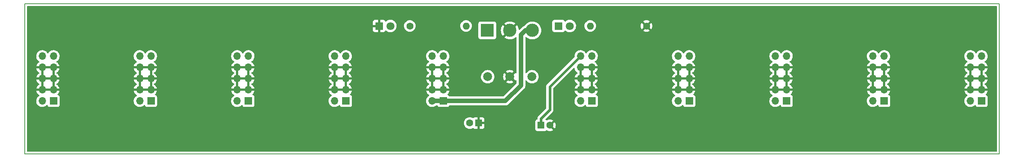
<source format=gbl>
G04 #@! TF.GenerationSoftware,KiCad,Pcbnew,(6.0.1)*
G04 #@! TF.CreationDate,2022-09-12T09:43:39+02:00*
G04 #@! TF.ProjectId,Distrib,44697374-7269-4622-9e6b-696361645f70,rev?*
G04 #@! TF.SameCoordinates,Original*
G04 #@! TF.FileFunction,Copper,L2,Bot*
G04 #@! TF.FilePolarity,Positive*
%FSLAX46Y46*%
G04 Gerber Fmt 4.6, Leading zero omitted, Abs format (unit mm)*
G04 Created by KiCad (PCBNEW (6.0.1)) date 2022-09-12 09:43:39*
%MOMM*%
%LPD*%
G01*
G04 APERTURE LIST*
G04 #@! TA.AperFunction,Profile*
%ADD10C,0.150000*%
G04 #@! TD*
G04 #@! TA.AperFunction,ComponentPad*
%ADD11R,1.700000X1.700000*%
G04 #@! TD*
G04 #@! TA.AperFunction,ComponentPad*
%ADD12O,1.700000X1.700000*%
G04 #@! TD*
G04 #@! TA.AperFunction,ComponentPad*
%ADD13R,1.800000X1.800000*%
G04 #@! TD*
G04 #@! TA.AperFunction,ComponentPad*
%ADD14C,1.800000*%
G04 #@! TD*
G04 #@! TA.AperFunction,ComponentPad*
%ADD15C,1.600000*%
G04 #@! TD*
G04 #@! TA.AperFunction,ComponentPad*
%ADD16O,1.600000X1.600000*%
G04 #@! TD*
G04 #@! TA.AperFunction,ComponentPad*
%ADD17C,2.000000*%
G04 #@! TD*
G04 #@! TA.AperFunction,ComponentPad*
%ADD18R,3.000000X3.000000*%
G04 #@! TD*
G04 #@! TA.AperFunction,ComponentPad*
%ADD19C,3.000000*%
G04 #@! TD*
G04 #@! TA.AperFunction,ComponentPad*
%ADD20R,1.600000X1.600000*%
G04 #@! TD*
G04 #@! TA.AperFunction,ViaPad*
%ADD21C,3.800000*%
G04 #@! TD*
G04 #@! TA.AperFunction,Conductor*
%ADD22C,0.600000*%
G04 #@! TD*
G04 #@! TA.AperFunction,Conductor*
%ADD23C,1.000000*%
G04 #@! TD*
G04 APERTURE END LIST*
D10*
X251000000Y-54000000D02*
X31000000Y-54000000D01*
X251000000Y-54000000D02*
X251000000Y-88000000D01*
X31000000Y-88000000D02*
X251000000Y-88000000D01*
X31000000Y-54000000D02*
X31000000Y-88000000D01*
D11*
X37500000Y-76000000D03*
D12*
X34960000Y-76000000D03*
X37500000Y-73460000D03*
X34960000Y-73460000D03*
X37500000Y-70920000D03*
X34960000Y-70920000D03*
X37500000Y-68380000D03*
X34960000Y-68380000D03*
X37500000Y-65840000D03*
X34960000Y-65840000D03*
D11*
X247000000Y-76000000D03*
D12*
X244460000Y-76000000D03*
X247000000Y-73460000D03*
X244460000Y-73460000D03*
X247000000Y-70920000D03*
X244460000Y-70920000D03*
X247000000Y-68380000D03*
X244460000Y-68380000D03*
X247000000Y-65840000D03*
X244460000Y-65840000D03*
D13*
X111000000Y-59000000D03*
D14*
X113540000Y-59000000D03*
D11*
X181000000Y-76000000D03*
D12*
X178460000Y-76000000D03*
X181000000Y-73460000D03*
X178460000Y-73460000D03*
X181000000Y-70920000D03*
X178460000Y-70920000D03*
X181000000Y-68380000D03*
X178460000Y-68380000D03*
X181000000Y-65840000D03*
X178460000Y-65840000D03*
D11*
X203000000Y-76000000D03*
D12*
X200460000Y-76000000D03*
X203000000Y-73460000D03*
X200460000Y-73460000D03*
X203000000Y-70920000D03*
X200460000Y-70920000D03*
X203000000Y-68380000D03*
X200460000Y-68380000D03*
X203000000Y-65840000D03*
X200460000Y-65840000D03*
D11*
X125500000Y-76000000D03*
D12*
X122960000Y-76000000D03*
X125500000Y-73460000D03*
X122960000Y-73460000D03*
X125500000Y-70920000D03*
X122960000Y-70920000D03*
X125500000Y-68380000D03*
X122960000Y-68380000D03*
X125500000Y-65840000D03*
X122960000Y-65840000D03*
D11*
X159000000Y-76000000D03*
D12*
X156460000Y-76000000D03*
X159000000Y-73460000D03*
X156460000Y-73460000D03*
X159000000Y-70920000D03*
X156460000Y-70920000D03*
X159000000Y-68380000D03*
X156460000Y-68380000D03*
X159000000Y-65840000D03*
X156460000Y-65840000D03*
D11*
X103500000Y-76000000D03*
D12*
X100960000Y-76000000D03*
X103500000Y-73460000D03*
X100960000Y-73460000D03*
X103500000Y-70920000D03*
X100960000Y-70920000D03*
X103500000Y-68380000D03*
X100960000Y-68380000D03*
X103500000Y-65840000D03*
X100960000Y-65840000D03*
D11*
X225000000Y-76000000D03*
D12*
X222460000Y-76000000D03*
X225000000Y-73460000D03*
X222460000Y-73460000D03*
X225000000Y-70920000D03*
X222460000Y-70920000D03*
X225000000Y-68380000D03*
X222460000Y-68380000D03*
X225000000Y-65840000D03*
X222460000Y-65840000D03*
D15*
X117925000Y-59000000D03*
D16*
X130625000Y-59000000D03*
D17*
X140500000Y-70500000D03*
X145500000Y-70500000D03*
D11*
X59500000Y-76000000D03*
D12*
X56960000Y-76000000D03*
X59500000Y-73460000D03*
X56960000Y-73460000D03*
X59500000Y-70920000D03*
X56960000Y-70920000D03*
X59500000Y-68380000D03*
X56960000Y-68380000D03*
X59500000Y-65840000D03*
X56960000Y-65840000D03*
D17*
X135500000Y-70500000D03*
D13*
X151500000Y-59000000D03*
D14*
X154040000Y-59000000D03*
D11*
X81500000Y-76000000D03*
D12*
X78960000Y-76000000D03*
X81500000Y-73460000D03*
X78960000Y-73460000D03*
X81500000Y-70920000D03*
X78960000Y-70920000D03*
X81500000Y-68380000D03*
X78960000Y-68380000D03*
X81500000Y-65840000D03*
X78960000Y-65840000D03*
D15*
X171350000Y-59000000D03*
D16*
X158650000Y-59000000D03*
D18*
X135420000Y-60000000D03*
D19*
X140500000Y-60000000D03*
X145580000Y-60000000D03*
D20*
X133455113Y-81000000D03*
D15*
X131455113Y-81000000D03*
D20*
X147544888Y-81500000D03*
D15*
X149544888Y-81500000D03*
D21*
X54000000Y-57000000D03*
X228000000Y-57000000D03*
X54000000Y-85000000D03*
X228000000Y-85000000D03*
D22*
X149500000Y-78000000D02*
X149500000Y-72800000D01*
X149500000Y-72800000D02*
X156460000Y-65840000D01*
X147544888Y-81500000D02*
X147544888Y-79955112D01*
X147544888Y-79955112D02*
X149500000Y-78000000D01*
D23*
X139500000Y-76000000D02*
X143000000Y-72500000D01*
X143000000Y-61000000D02*
X144000000Y-60000000D01*
X144000000Y-60000000D02*
X145580000Y-60000000D01*
X143000000Y-72500000D02*
X143000000Y-61000000D01*
X145500000Y-59080000D02*
X145580000Y-59000000D01*
X122960000Y-76000000D02*
X139500000Y-76000000D01*
G04 #@! TA.AperFunction,Conductor*
G36*
X250434121Y-54528002D02*
G01*
X250480614Y-54581658D01*
X250492000Y-54634000D01*
X250492000Y-87366000D01*
X250471998Y-87434121D01*
X250418342Y-87480614D01*
X250366000Y-87492000D01*
X31634000Y-87492000D01*
X31565879Y-87471998D01*
X31519386Y-87418342D01*
X31508000Y-87366000D01*
X31508000Y-82348134D01*
X146236388Y-82348134D01*
X146243143Y-82410316D01*
X146294273Y-82546705D01*
X146381627Y-82663261D01*
X146498183Y-82750615D01*
X146634572Y-82801745D01*
X146696754Y-82808500D01*
X148393022Y-82808500D01*
X148455204Y-82801745D01*
X148591593Y-82750615D01*
X148637390Y-82716292D01*
X148700966Y-82668645D01*
X148700969Y-82668642D01*
X148708149Y-82663261D01*
X148713530Y-82656081D01*
X148719881Y-82649730D01*
X148722023Y-82651872D01*
X148766734Y-82618436D01*
X148837552Y-82613406D01*
X148878923Y-82631523D01*
X148879120Y-82631182D01*
X148882186Y-82632952D01*
X148882978Y-82633299D01*
X148883877Y-82633929D01*
X148893377Y-82639414D01*
X149090835Y-82731490D01*
X149101127Y-82735236D01*
X149311576Y-82791625D01*
X149322369Y-82793528D01*
X149539413Y-82812517D01*
X149550363Y-82812517D01*
X149767407Y-82793528D01*
X149778200Y-82791625D01*
X149988649Y-82735236D01*
X149998941Y-82731490D01*
X150196399Y-82639414D01*
X150205894Y-82633931D01*
X150257936Y-82597491D01*
X150266312Y-82587012D01*
X150259244Y-82573566D01*
X149274773Y-81589095D01*
X149240747Y-81526783D01*
X149242582Y-81501132D01*
X149909296Y-81501132D01*
X149909427Y-81502965D01*
X149913678Y-81509580D01*
X150619175Y-82215077D01*
X150630950Y-82221507D01*
X150642965Y-82212211D01*
X150678819Y-82161006D01*
X150684302Y-82151511D01*
X150776378Y-81954053D01*
X150780124Y-81943761D01*
X150836513Y-81733312D01*
X150838416Y-81722519D01*
X150857405Y-81505475D01*
X150857405Y-81494525D01*
X150838416Y-81277481D01*
X150836513Y-81266688D01*
X150780124Y-81056239D01*
X150776378Y-81045947D01*
X150684302Y-80848489D01*
X150678819Y-80838994D01*
X150642379Y-80786952D01*
X150631900Y-80778576D01*
X150618454Y-80785644D01*
X149916910Y-81487188D01*
X149909296Y-81501132D01*
X149242582Y-81501132D01*
X149245812Y-81455968D01*
X149274773Y-81410905D01*
X150259965Y-80425713D01*
X150266395Y-80413938D01*
X150257099Y-80401923D01*
X150205894Y-80366069D01*
X150196399Y-80360586D01*
X149998941Y-80268510D01*
X149988649Y-80264764D01*
X149778200Y-80208375D01*
X149767407Y-80206472D01*
X149550363Y-80187483D01*
X149539413Y-80187483D01*
X149322369Y-80206472D01*
X149311576Y-80208375D01*
X149101127Y-80264764D01*
X149090835Y-80268510D01*
X148893377Y-80360586D01*
X148883877Y-80366071D01*
X148882978Y-80366701D01*
X148882518Y-80366856D01*
X148879120Y-80368818D01*
X148878726Y-80368135D01*
X148815704Y-80389388D01*
X148746844Y-80372102D01*
X148721085Y-80349066D01*
X148719881Y-80350270D01*
X148713530Y-80343919D01*
X148708149Y-80336739D01*
X148700969Y-80331358D01*
X148700966Y-80331355D01*
X148617111Y-80268510D01*
X148594944Y-80251896D01*
X148552430Y-80195039D01*
X148547404Y-80124221D01*
X148581415Y-80061977D01*
X150065158Y-78578234D01*
X150066095Y-78577306D01*
X150125475Y-78519157D01*
X150125476Y-78519156D01*
X150130507Y-78514229D01*
X150153998Y-78477779D01*
X150161417Y-78467454D01*
X150188476Y-78433557D01*
X150203073Y-78403362D01*
X150210602Y-78389945D01*
X150224948Y-78367684D01*
X150228765Y-78361762D01*
X150231173Y-78355145D01*
X150231176Y-78355140D01*
X150243592Y-78321027D01*
X150248553Y-78309284D01*
X150264353Y-78276600D01*
X150264356Y-78276591D01*
X150267421Y-78270251D01*
X150274966Y-78237572D01*
X150279334Y-78222825D01*
X150290803Y-78191315D01*
X150291685Y-78184330D01*
X150291687Y-78184323D01*
X150296237Y-78148308D01*
X150298472Y-78135757D01*
X150306640Y-78100378D01*
X150308225Y-78093515D01*
X150308367Y-78052928D01*
X150308396Y-78052058D01*
X150308500Y-78051231D01*
X150308500Y-78014590D01*
X150308857Y-77912130D01*
X150308589Y-77910930D01*
X150308500Y-77909292D01*
X150308500Y-75966695D01*
X155097251Y-75966695D01*
X155110110Y-76189715D01*
X155111247Y-76194761D01*
X155111248Y-76194767D01*
X155135304Y-76301508D01*
X155159222Y-76407639D01*
X155243266Y-76614616D01*
X155245965Y-76619020D01*
X155324021Y-76746396D01*
X155359987Y-76805088D01*
X155506250Y-76973938D01*
X155678126Y-77116632D01*
X155871000Y-77229338D01*
X156079692Y-77309030D01*
X156084760Y-77310061D01*
X156084763Y-77310062D01*
X156192017Y-77331883D01*
X156298597Y-77353567D01*
X156303772Y-77353757D01*
X156303774Y-77353757D01*
X156516673Y-77361564D01*
X156516677Y-77361564D01*
X156521837Y-77361753D01*
X156526957Y-77361097D01*
X156526959Y-77361097D01*
X156738288Y-77334025D01*
X156738289Y-77334025D01*
X156743416Y-77333368D01*
X156748366Y-77331883D01*
X156952429Y-77270661D01*
X156952434Y-77270659D01*
X156957384Y-77269174D01*
X157157994Y-77170896D01*
X157339860Y-77041173D01*
X157448091Y-76933319D01*
X157510462Y-76899404D01*
X157581268Y-76904592D01*
X157638030Y-76947238D01*
X157655012Y-76978341D01*
X157668127Y-77013324D01*
X157699385Y-77096705D01*
X157786739Y-77213261D01*
X157903295Y-77300615D01*
X158039684Y-77351745D01*
X158101866Y-77358500D01*
X159898134Y-77358500D01*
X159960316Y-77351745D01*
X160096705Y-77300615D01*
X160213261Y-77213261D01*
X160300615Y-77096705D01*
X160351745Y-76960316D01*
X160358500Y-76898134D01*
X160358500Y-75966695D01*
X177097251Y-75966695D01*
X177110110Y-76189715D01*
X177111247Y-76194761D01*
X177111248Y-76194767D01*
X177135304Y-76301508D01*
X177159222Y-76407639D01*
X177243266Y-76614616D01*
X177245965Y-76619020D01*
X177324021Y-76746396D01*
X177359987Y-76805088D01*
X177506250Y-76973938D01*
X177678126Y-77116632D01*
X177871000Y-77229338D01*
X178079692Y-77309030D01*
X178084760Y-77310061D01*
X178084763Y-77310062D01*
X178192017Y-77331883D01*
X178298597Y-77353567D01*
X178303772Y-77353757D01*
X178303774Y-77353757D01*
X178516673Y-77361564D01*
X178516677Y-77361564D01*
X178521837Y-77361753D01*
X178526957Y-77361097D01*
X178526959Y-77361097D01*
X178738288Y-77334025D01*
X178738289Y-77334025D01*
X178743416Y-77333368D01*
X178748366Y-77331883D01*
X178952429Y-77270661D01*
X178952434Y-77270659D01*
X178957384Y-77269174D01*
X179157994Y-77170896D01*
X179339860Y-77041173D01*
X179448091Y-76933319D01*
X179510462Y-76899404D01*
X179581268Y-76904592D01*
X179638030Y-76947238D01*
X179655012Y-76978341D01*
X179668127Y-77013324D01*
X179699385Y-77096705D01*
X179786739Y-77213261D01*
X179903295Y-77300615D01*
X180039684Y-77351745D01*
X180101866Y-77358500D01*
X181898134Y-77358500D01*
X181960316Y-77351745D01*
X182096705Y-77300615D01*
X182213261Y-77213261D01*
X182300615Y-77096705D01*
X182351745Y-76960316D01*
X182358500Y-76898134D01*
X182358500Y-75966695D01*
X199097251Y-75966695D01*
X199110110Y-76189715D01*
X199111247Y-76194761D01*
X199111248Y-76194767D01*
X199135304Y-76301508D01*
X199159222Y-76407639D01*
X199243266Y-76614616D01*
X199245965Y-76619020D01*
X199324021Y-76746396D01*
X199359987Y-76805088D01*
X199506250Y-76973938D01*
X199678126Y-77116632D01*
X199871000Y-77229338D01*
X200079692Y-77309030D01*
X200084760Y-77310061D01*
X200084763Y-77310062D01*
X200192017Y-77331883D01*
X200298597Y-77353567D01*
X200303772Y-77353757D01*
X200303774Y-77353757D01*
X200516673Y-77361564D01*
X200516677Y-77361564D01*
X200521837Y-77361753D01*
X200526957Y-77361097D01*
X200526959Y-77361097D01*
X200738288Y-77334025D01*
X200738289Y-77334025D01*
X200743416Y-77333368D01*
X200748366Y-77331883D01*
X200952429Y-77270661D01*
X200952434Y-77270659D01*
X200957384Y-77269174D01*
X201157994Y-77170896D01*
X201339860Y-77041173D01*
X201448091Y-76933319D01*
X201510462Y-76899404D01*
X201581268Y-76904592D01*
X201638030Y-76947238D01*
X201655012Y-76978341D01*
X201668127Y-77013324D01*
X201699385Y-77096705D01*
X201786739Y-77213261D01*
X201903295Y-77300615D01*
X202039684Y-77351745D01*
X202101866Y-77358500D01*
X203898134Y-77358500D01*
X203960316Y-77351745D01*
X204096705Y-77300615D01*
X204213261Y-77213261D01*
X204300615Y-77096705D01*
X204351745Y-76960316D01*
X204358500Y-76898134D01*
X204358500Y-75966695D01*
X221097251Y-75966695D01*
X221110110Y-76189715D01*
X221111247Y-76194761D01*
X221111248Y-76194767D01*
X221135304Y-76301508D01*
X221159222Y-76407639D01*
X221243266Y-76614616D01*
X221245965Y-76619020D01*
X221324021Y-76746396D01*
X221359987Y-76805088D01*
X221506250Y-76973938D01*
X221678126Y-77116632D01*
X221871000Y-77229338D01*
X222079692Y-77309030D01*
X222084760Y-77310061D01*
X222084763Y-77310062D01*
X222192017Y-77331883D01*
X222298597Y-77353567D01*
X222303772Y-77353757D01*
X222303774Y-77353757D01*
X222516673Y-77361564D01*
X222516677Y-77361564D01*
X222521837Y-77361753D01*
X222526957Y-77361097D01*
X222526959Y-77361097D01*
X222738288Y-77334025D01*
X222738289Y-77334025D01*
X222743416Y-77333368D01*
X222748366Y-77331883D01*
X222952429Y-77270661D01*
X222952434Y-77270659D01*
X222957384Y-77269174D01*
X223157994Y-77170896D01*
X223339860Y-77041173D01*
X223448091Y-76933319D01*
X223510462Y-76899404D01*
X223581268Y-76904592D01*
X223638030Y-76947238D01*
X223655012Y-76978341D01*
X223668127Y-77013324D01*
X223699385Y-77096705D01*
X223786739Y-77213261D01*
X223903295Y-77300615D01*
X224039684Y-77351745D01*
X224101866Y-77358500D01*
X225898134Y-77358500D01*
X225960316Y-77351745D01*
X226096705Y-77300615D01*
X226213261Y-77213261D01*
X226300615Y-77096705D01*
X226351745Y-76960316D01*
X226358500Y-76898134D01*
X226358500Y-75966695D01*
X243097251Y-75966695D01*
X243110110Y-76189715D01*
X243111247Y-76194761D01*
X243111248Y-76194767D01*
X243135304Y-76301508D01*
X243159222Y-76407639D01*
X243243266Y-76614616D01*
X243245965Y-76619020D01*
X243324021Y-76746396D01*
X243359987Y-76805088D01*
X243506250Y-76973938D01*
X243678126Y-77116632D01*
X243871000Y-77229338D01*
X244079692Y-77309030D01*
X244084760Y-77310061D01*
X244084763Y-77310062D01*
X244192017Y-77331883D01*
X244298597Y-77353567D01*
X244303772Y-77353757D01*
X244303774Y-77353757D01*
X244516673Y-77361564D01*
X244516677Y-77361564D01*
X244521837Y-77361753D01*
X244526957Y-77361097D01*
X244526959Y-77361097D01*
X244738288Y-77334025D01*
X244738289Y-77334025D01*
X244743416Y-77333368D01*
X244748366Y-77331883D01*
X244952429Y-77270661D01*
X244952434Y-77270659D01*
X244957384Y-77269174D01*
X245157994Y-77170896D01*
X245339860Y-77041173D01*
X245448091Y-76933319D01*
X245510462Y-76899404D01*
X245581268Y-76904592D01*
X245638030Y-76947238D01*
X245655012Y-76978341D01*
X245668127Y-77013324D01*
X245699385Y-77096705D01*
X245786739Y-77213261D01*
X245903295Y-77300615D01*
X246039684Y-77351745D01*
X246101866Y-77358500D01*
X247898134Y-77358500D01*
X247960316Y-77351745D01*
X248096705Y-77300615D01*
X248213261Y-77213261D01*
X248300615Y-77096705D01*
X248351745Y-76960316D01*
X248358500Y-76898134D01*
X248358500Y-75101866D01*
X248351745Y-75039684D01*
X248300615Y-74903295D01*
X248213261Y-74786739D01*
X248096705Y-74699385D01*
X247977687Y-74654767D01*
X247920923Y-74612125D01*
X247896223Y-74545564D01*
X247911430Y-74476215D01*
X247932977Y-74447535D01*
X248034052Y-74346812D01*
X248040730Y-74338965D01*
X248165003Y-74166020D01*
X248170313Y-74157183D01*
X248264670Y-73966267D01*
X248268469Y-73956672D01*
X248330377Y-73752910D01*
X248332555Y-73742837D01*
X248333986Y-73731962D01*
X248331775Y-73717778D01*
X248318617Y-73714000D01*
X243143225Y-73714000D01*
X243129694Y-73717973D01*
X243128257Y-73727966D01*
X243158565Y-73862446D01*
X243161645Y-73872275D01*
X243241770Y-74069603D01*
X243246413Y-74078794D01*
X243357694Y-74260388D01*
X243363777Y-74268699D01*
X243503213Y-74429667D01*
X243510580Y-74436883D01*
X243674434Y-74572916D01*
X243682881Y-74578831D01*
X243751969Y-74619203D01*
X243800693Y-74670842D01*
X243813764Y-74740625D01*
X243787033Y-74806396D01*
X243746584Y-74839752D01*
X243733607Y-74846507D01*
X243729474Y-74849610D01*
X243729471Y-74849612D01*
X243636289Y-74919575D01*
X243554965Y-74980635D01*
X243515525Y-75021907D01*
X243461280Y-75078671D01*
X243400629Y-75142138D01*
X243274743Y-75326680D01*
X243180688Y-75529305D01*
X243120989Y-75744570D01*
X243097251Y-75966695D01*
X226358500Y-75966695D01*
X226358500Y-75101866D01*
X226351745Y-75039684D01*
X226300615Y-74903295D01*
X226213261Y-74786739D01*
X226096705Y-74699385D01*
X225977687Y-74654767D01*
X225920923Y-74612125D01*
X225896223Y-74545564D01*
X225911430Y-74476215D01*
X225932977Y-74447535D01*
X226034052Y-74346812D01*
X226040730Y-74338965D01*
X226165003Y-74166020D01*
X226170313Y-74157183D01*
X226264670Y-73966267D01*
X226268469Y-73956672D01*
X226330377Y-73752910D01*
X226332555Y-73742837D01*
X226333986Y-73731962D01*
X226331775Y-73717778D01*
X226318617Y-73714000D01*
X221143225Y-73714000D01*
X221129694Y-73717973D01*
X221128257Y-73727966D01*
X221158565Y-73862446D01*
X221161645Y-73872275D01*
X221241770Y-74069603D01*
X221246413Y-74078794D01*
X221357694Y-74260388D01*
X221363777Y-74268699D01*
X221503213Y-74429667D01*
X221510580Y-74436883D01*
X221674434Y-74572916D01*
X221682881Y-74578831D01*
X221751969Y-74619203D01*
X221800693Y-74670842D01*
X221813764Y-74740625D01*
X221787033Y-74806396D01*
X221746584Y-74839752D01*
X221733607Y-74846507D01*
X221729474Y-74849610D01*
X221729471Y-74849612D01*
X221636289Y-74919575D01*
X221554965Y-74980635D01*
X221515525Y-75021907D01*
X221461280Y-75078671D01*
X221400629Y-75142138D01*
X221274743Y-75326680D01*
X221180688Y-75529305D01*
X221120989Y-75744570D01*
X221097251Y-75966695D01*
X204358500Y-75966695D01*
X204358500Y-75101866D01*
X204351745Y-75039684D01*
X204300615Y-74903295D01*
X204213261Y-74786739D01*
X204096705Y-74699385D01*
X203977687Y-74654767D01*
X203920923Y-74612125D01*
X203896223Y-74545564D01*
X203911430Y-74476215D01*
X203932977Y-74447535D01*
X204034052Y-74346812D01*
X204040730Y-74338965D01*
X204165003Y-74166020D01*
X204170313Y-74157183D01*
X204264670Y-73966267D01*
X204268469Y-73956672D01*
X204330377Y-73752910D01*
X204332555Y-73742837D01*
X204333986Y-73731962D01*
X204331775Y-73717778D01*
X204318617Y-73714000D01*
X199143225Y-73714000D01*
X199129694Y-73717973D01*
X199128257Y-73727966D01*
X199158565Y-73862446D01*
X199161645Y-73872275D01*
X199241770Y-74069603D01*
X199246413Y-74078794D01*
X199357694Y-74260388D01*
X199363777Y-74268699D01*
X199503213Y-74429667D01*
X199510580Y-74436883D01*
X199674434Y-74572916D01*
X199682881Y-74578831D01*
X199751969Y-74619203D01*
X199800693Y-74670842D01*
X199813764Y-74740625D01*
X199787033Y-74806396D01*
X199746584Y-74839752D01*
X199733607Y-74846507D01*
X199729474Y-74849610D01*
X199729471Y-74849612D01*
X199636289Y-74919575D01*
X199554965Y-74980635D01*
X199515525Y-75021907D01*
X199461280Y-75078671D01*
X199400629Y-75142138D01*
X199274743Y-75326680D01*
X199180688Y-75529305D01*
X199120989Y-75744570D01*
X199097251Y-75966695D01*
X182358500Y-75966695D01*
X182358500Y-75101866D01*
X182351745Y-75039684D01*
X182300615Y-74903295D01*
X182213261Y-74786739D01*
X182096705Y-74699385D01*
X181977687Y-74654767D01*
X181920923Y-74612125D01*
X181896223Y-74545564D01*
X181911430Y-74476215D01*
X181932977Y-74447535D01*
X182034052Y-74346812D01*
X182040730Y-74338965D01*
X182165003Y-74166020D01*
X182170313Y-74157183D01*
X182264670Y-73966267D01*
X182268469Y-73956672D01*
X182330377Y-73752910D01*
X182332555Y-73742837D01*
X182333986Y-73731962D01*
X182331775Y-73717778D01*
X182318617Y-73714000D01*
X177143225Y-73714000D01*
X177129694Y-73717973D01*
X177128257Y-73727966D01*
X177158565Y-73862446D01*
X177161645Y-73872275D01*
X177241770Y-74069603D01*
X177246413Y-74078794D01*
X177357694Y-74260388D01*
X177363777Y-74268699D01*
X177503213Y-74429667D01*
X177510580Y-74436883D01*
X177674434Y-74572916D01*
X177682881Y-74578831D01*
X177751969Y-74619203D01*
X177800693Y-74670842D01*
X177813764Y-74740625D01*
X177787033Y-74806396D01*
X177746584Y-74839752D01*
X177733607Y-74846507D01*
X177729474Y-74849610D01*
X177729471Y-74849612D01*
X177636289Y-74919575D01*
X177554965Y-74980635D01*
X177515525Y-75021907D01*
X177461280Y-75078671D01*
X177400629Y-75142138D01*
X177274743Y-75326680D01*
X177180688Y-75529305D01*
X177120989Y-75744570D01*
X177097251Y-75966695D01*
X160358500Y-75966695D01*
X160358500Y-75101866D01*
X160351745Y-75039684D01*
X160300615Y-74903295D01*
X160213261Y-74786739D01*
X160096705Y-74699385D01*
X159977687Y-74654767D01*
X159920923Y-74612125D01*
X159896223Y-74545564D01*
X159911430Y-74476215D01*
X159932977Y-74447535D01*
X160034052Y-74346812D01*
X160040730Y-74338965D01*
X160165003Y-74166020D01*
X160170313Y-74157183D01*
X160264670Y-73966267D01*
X160268469Y-73956672D01*
X160330377Y-73752910D01*
X160332555Y-73742837D01*
X160333986Y-73731962D01*
X160331775Y-73717778D01*
X160318617Y-73714000D01*
X155143225Y-73714000D01*
X155129694Y-73717973D01*
X155128257Y-73727966D01*
X155158565Y-73862446D01*
X155161645Y-73872275D01*
X155241770Y-74069603D01*
X155246413Y-74078794D01*
X155357694Y-74260388D01*
X155363777Y-74268699D01*
X155503213Y-74429667D01*
X155510580Y-74436883D01*
X155674434Y-74572916D01*
X155682881Y-74578831D01*
X155751969Y-74619203D01*
X155800693Y-74670842D01*
X155813764Y-74740625D01*
X155787033Y-74806396D01*
X155746584Y-74839752D01*
X155733607Y-74846507D01*
X155729474Y-74849610D01*
X155729471Y-74849612D01*
X155636289Y-74919575D01*
X155554965Y-74980635D01*
X155515525Y-75021907D01*
X155461280Y-75078671D01*
X155400629Y-75142138D01*
X155274743Y-75326680D01*
X155180688Y-75529305D01*
X155120989Y-75744570D01*
X155097251Y-75966695D01*
X150308500Y-75966695D01*
X150308500Y-73194183D01*
X155124389Y-73194183D01*
X155125912Y-73202607D01*
X155138292Y-73206000D01*
X156187885Y-73206000D01*
X156203124Y-73201525D01*
X156204329Y-73200135D01*
X156206000Y-73192452D01*
X156206000Y-73187885D01*
X156714000Y-73187885D01*
X156718475Y-73203124D01*
X156719865Y-73204329D01*
X156727548Y-73206000D01*
X158727885Y-73206000D01*
X158743124Y-73201525D01*
X158744329Y-73200135D01*
X158746000Y-73192452D01*
X158746000Y-73187885D01*
X159254000Y-73187885D01*
X159258475Y-73203124D01*
X159259865Y-73204329D01*
X159267548Y-73206000D01*
X160318344Y-73206000D01*
X160331875Y-73202027D01*
X160333002Y-73194183D01*
X177124389Y-73194183D01*
X177125912Y-73202607D01*
X177138292Y-73206000D01*
X178187885Y-73206000D01*
X178203124Y-73201525D01*
X178204329Y-73200135D01*
X178206000Y-73192452D01*
X178206000Y-73187885D01*
X178714000Y-73187885D01*
X178718475Y-73203124D01*
X178719865Y-73204329D01*
X178727548Y-73206000D01*
X180727885Y-73206000D01*
X180743124Y-73201525D01*
X180744329Y-73200135D01*
X180746000Y-73192452D01*
X180746000Y-73187885D01*
X181254000Y-73187885D01*
X181258475Y-73203124D01*
X181259865Y-73204329D01*
X181267548Y-73206000D01*
X182318344Y-73206000D01*
X182331875Y-73202027D01*
X182333002Y-73194183D01*
X199124389Y-73194183D01*
X199125912Y-73202607D01*
X199138292Y-73206000D01*
X200187885Y-73206000D01*
X200203124Y-73201525D01*
X200204329Y-73200135D01*
X200206000Y-73192452D01*
X200206000Y-73187885D01*
X200714000Y-73187885D01*
X200718475Y-73203124D01*
X200719865Y-73204329D01*
X200727548Y-73206000D01*
X202727885Y-73206000D01*
X202743124Y-73201525D01*
X202744329Y-73200135D01*
X202746000Y-73192452D01*
X202746000Y-73187885D01*
X203254000Y-73187885D01*
X203258475Y-73203124D01*
X203259865Y-73204329D01*
X203267548Y-73206000D01*
X204318344Y-73206000D01*
X204331875Y-73202027D01*
X204333002Y-73194183D01*
X221124389Y-73194183D01*
X221125912Y-73202607D01*
X221138292Y-73206000D01*
X222187885Y-73206000D01*
X222203124Y-73201525D01*
X222204329Y-73200135D01*
X222206000Y-73192452D01*
X222206000Y-73187885D01*
X222714000Y-73187885D01*
X222718475Y-73203124D01*
X222719865Y-73204329D01*
X222727548Y-73206000D01*
X224727885Y-73206000D01*
X224743124Y-73201525D01*
X224744329Y-73200135D01*
X224746000Y-73192452D01*
X224746000Y-73187885D01*
X225254000Y-73187885D01*
X225258475Y-73203124D01*
X225259865Y-73204329D01*
X225267548Y-73206000D01*
X226318344Y-73206000D01*
X226331875Y-73202027D01*
X226333002Y-73194183D01*
X243124389Y-73194183D01*
X243125912Y-73202607D01*
X243138292Y-73206000D01*
X244187885Y-73206000D01*
X244203124Y-73201525D01*
X244204329Y-73200135D01*
X244206000Y-73192452D01*
X244206000Y-73187885D01*
X244714000Y-73187885D01*
X244718475Y-73203124D01*
X244719865Y-73204329D01*
X244727548Y-73206000D01*
X246727885Y-73206000D01*
X246743124Y-73201525D01*
X246744329Y-73200135D01*
X246746000Y-73192452D01*
X246746000Y-73187885D01*
X247254000Y-73187885D01*
X247258475Y-73203124D01*
X247259865Y-73204329D01*
X247267548Y-73206000D01*
X248318344Y-73206000D01*
X248331875Y-73202027D01*
X248333180Y-73192947D01*
X248291214Y-73025875D01*
X248287894Y-73016124D01*
X248202972Y-72820814D01*
X248198105Y-72811739D01*
X248082426Y-72632926D01*
X248076136Y-72624757D01*
X247932806Y-72467240D01*
X247925273Y-72460215D01*
X247758139Y-72328222D01*
X247749552Y-72322517D01*
X247712116Y-72301851D01*
X247662146Y-72251419D01*
X247647374Y-72181976D01*
X247672490Y-72115571D01*
X247699842Y-72088964D01*
X247875327Y-71963792D01*
X247883200Y-71957139D01*
X248034052Y-71806812D01*
X248040730Y-71798965D01*
X248165003Y-71626020D01*
X248170313Y-71617183D01*
X248264670Y-71426267D01*
X248268469Y-71416672D01*
X248330377Y-71212910D01*
X248332555Y-71202837D01*
X248333986Y-71191962D01*
X248331775Y-71177778D01*
X248318617Y-71174000D01*
X247272115Y-71174000D01*
X247256876Y-71178475D01*
X247255671Y-71179865D01*
X247254000Y-71187548D01*
X247254000Y-73187885D01*
X246746000Y-73187885D01*
X246746000Y-71192115D01*
X246741525Y-71176876D01*
X246740135Y-71175671D01*
X246732452Y-71174000D01*
X244732115Y-71174000D01*
X244716876Y-71178475D01*
X244715671Y-71179865D01*
X244714000Y-71187548D01*
X244714000Y-73187885D01*
X244206000Y-73187885D01*
X244206000Y-71192115D01*
X244201525Y-71176876D01*
X244200135Y-71175671D01*
X244192452Y-71174000D01*
X243143225Y-71174000D01*
X243129694Y-71177973D01*
X243128257Y-71187966D01*
X243158565Y-71322446D01*
X243161645Y-71332275D01*
X243241770Y-71529603D01*
X243246413Y-71538794D01*
X243357694Y-71720388D01*
X243363777Y-71728699D01*
X243503213Y-71889667D01*
X243510580Y-71896883D01*
X243674434Y-72032916D01*
X243682881Y-72038831D01*
X243752479Y-72079501D01*
X243801203Y-72131140D01*
X243814274Y-72200923D01*
X243787543Y-72266694D01*
X243747087Y-72300053D01*
X243738462Y-72304542D01*
X243729738Y-72310036D01*
X243559433Y-72437905D01*
X243551726Y-72444748D01*
X243404590Y-72598717D01*
X243398104Y-72606727D01*
X243278098Y-72782649D01*
X243273000Y-72791623D01*
X243183338Y-72984783D01*
X243179775Y-72994470D01*
X243124389Y-73194183D01*
X226333002Y-73194183D01*
X226333180Y-73192947D01*
X226291214Y-73025875D01*
X226287894Y-73016124D01*
X226202972Y-72820814D01*
X226198105Y-72811739D01*
X226082426Y-72632926D01*
X226076136Y-72624757D01*
X225932806Y-72467240D01*
X225925273Y-72460215D01*
X225758139Y-72328222D01*
X225749552Y-72322517D01*
X225712116Y-72301851D01*
X225662146Y-72251419D01*
X225647374Y-72181976D01*
X225672490Y-72115571D01*
X225699842Y-72088964D01*
X225875327Y-71963792D01*
X225883200Y-71957139D01*
X226034052Y-71806812D01*
X226040730Y-71798965D01*
X226165003Y-71626020D01*
X226170313Y-71617183D01*
X226264670Y-71426267D01*
X226268469Y-71416672D01*
X226330377Y-71212910D01*
X226332555Y-71202837D01*
X226333986Y-71191962D01*
X226331775Y-71177778D01*
X226318617Y-71174000D01*
X225272115Y-71174000D01*
X225256876Y-71178475D01*
X225255671Y-71179865D01*
X225254000Y-71187548D01*
X225254000Y-73187885D01*
X224746000Y-73187885D01*
X224746000Y-71192115D01*
X224741525Y-71176876D01*
X224740135Y-71175671D01*
X224732452Y-71174000D01*
X222732115Y-71174000D01*
X222716876Y-71178475D01*
X222715671Y-71179865D01*
X222714000Y-71187548D01*
X222714000Y-73187885D01*
X222206000Y-73187885D01*
X222206000Y-71192115D01*
X222201525Y-71176876D01*
X222200135Y-71175671D01*
X222192452Y-71174000D01*
X221143225Y-71174000D01*
X221129694Y-71177973D01*
X221128257Y-71187966D01*
X221158565Y-71322446D01*
X221161645Y-71332275D01*
X221241770Y-71529603D01*
X221246413Y-71538794D01*
X221357694Y-71720388D01*
X221363777Y-71728699D01*
X221503213Y-71889667D01*
X221510580Y-71896883D01*
X221674434Y-72032916D01*
X221682881Y-72038831D01*
X221752479Y-72079501D01*
X221801203Y-72131140D01*
X221814274Y-72200923D01*
X221787543Y-72266694D01*
X221747087Y-72300053D01*
X221738462Y-72304542D01*
X221729738Y-72310036D01*
X221559433Y-72437905D01*
X221551726Y-72444748D01*
X221404590Y-72598717D01*
X221398104Y-72606727D01*
X221278098Y-72782649D01*
X221273000Y-72791623D01*
X221183338Y-72984783D01*
X221179775Y-72994470D01*
X221124389Y-73194183D01*
X204333002Y-73194183D01*
X204333180Y-73192947D01*
X204291214Y-73025875D01*
X204287894Y-73016124D01*
X204202972Y-72820814D01*
X204198105Y-72811739D01*
X204082426Y-72632926D01*
X204076136Y-72624757D01*
X203932806Y-72467240D01*
X203925273Y-72460215D01*
X203758139Y-72328222D01*
X203749552Y-72322517D01*
X203712116Y-72301851D01*
X203662146Y-72251419D01*
X203647374Y-72181976D01*
X203672490Y-72115571D01*
X203699842Y-72088964D01*
X203875327Y-71963792D01*
X203883200Y-71957139D01*
X204034052Y-71806812D01*
X204040730Y-71798965D01*
X204165003Y-71626020D01*
X204170313Y-71617183D01*
X204264670Y-71426267D01*
X204268469Y-71416672D01*
X204330377Y-71212910D01*
X204332555Y-71202837D01*
X204333986Y-71191962D01*
X204331775Y-71177778D01*
X204318617Y-71174000D01*
X203272115Y-71174000D01*
X203256876Y-71178475D01*
X203255671Y-71179865D01*
X203254000Y-71187548D01*
X203254000Y-73187885D01*
X202746000Y-73187885D01*
X202746000Y-71192115D01*
X202741525Y-71176876D01*
X202740135Y-71175671D01*
X202732452Y-71174000D01*
X200732115Y-71174000D01*
X200716876Y-71178475D01*
X200715671Y-71179865D01*
X200714000Y-71187548D01*
X200714000Y-73187885D01*
X200206000Y-73187885D01*
X200206000Y-71192115D01*
X200201525Y-71176876D01*
X200200135Y-71175671D01*
X200192452Y-71174000D01*
X199143225Y-71174000D01*
X199129694Y-71177973D01*
X199128257Y-71187966D01*
X199158565Y-71322446D01*
X199161645Y-71332275D01*
X199241770Y-71529603D01*
X199246413Y-71538794D01*
X199357694Y-71720388D01*
X199363777Y-71728699D01*
X199503213Y-71889667D01*
X199510580Y-71896883D01*
X199674434Y-72032916D01*
X199682881Y-72038831D01*
X199752479Y-72079501D01*
X199801203Y-72131140D01*
X199814274Y-72200923D01*
X199787543Y-72266694D01*
X199747087Y-72300053D01*
X199738462Y-72304542D01*
X199729738Y-72310036D01*
X199559433Y-72437905D01*
X199551726Y-72444748D01*
X199404590Y-72598717D01*
X199398104Y-72606727D01*
X199278098Y-72782649D01*
X199273000Y-72791623D01*
X199183338Y-72984783D01*
X199179775Y-72994470D01*
X199124389Y-73194183D01*
X182333002Y-73194183D01*
X182333180Y-73192947D01*
X182291214Y-73025875D01*
X182287894Y-73016124D01*
X182202972Y-72820814D01*
X182198105Y-72811739D01*
X182082426Y-72632926D01*
X182076136Y-72624757D01*
X181932806Y-72467240D01*
X181925273Y-72460215D01*
X181758139Y-72328222D01*
X181749552Y-72322517D01*
X181712116Y-72301851D01*
X181662146Y-72251419D01*
X181647374Y-72181976D01*
X181672490Y-72115571D01*
X181699842Y-72088964D01*
X181875327Y-71963792D01*
X181883200Y-71957139D01*
X182034052Y-71806812D01*
X182040730Y-71798965D01*
X182165003Y-71626020D01*
X182170313Y-71617183D01*
X182264670Y-71426267D01*
X182268469Y-71416672D01*
X182330377Y-71212910D01*
X182332555Y-71202837D01*
X182333986Y-71191962D01*
X182331775Y-71177778D01*
X182318617Y-71174000D01*
X181272115Y-71174000D01*
X181256876Y-71178475D01*
X181255671Y-71179865D01*
X181254000Y-71187548D01*
X181254000Y-73187885D01*
X180746000Y-73187885D01*
X180746000Y-71192115D01*
X180741525Y-71176876D01*
X180740135Y-71175671D01*
X180732452Y-71174000D01*
X178732115Y-71174000D01*
X178716876Y-71178475D01*
X178715671Y-71179865D01*
X178714000Y-71187548D01*
X178714000Y-73187885D01*
X178206000Y-73187885D01*
X178206000Y-71192115D01*
X178201525Y-71176876D01*
X178200135Y-71175671D01*
X178192452Y-71174000D01*
X177143225Y-71174000D01*
X177129694Y-71177973D01*
X177128257Y-71187966D01*
X177158565Y-71322446D01*
X177161645Y-71332275D01*
X177241770Y-71529603D01*
X177246413Y-71538794D01*
X177357694Y-71720388D01*
X177363777Y-71728699D01*
X177503213Y-71889667D01*
X177510580Y-71896883D01*
X177674434Y-72032916D01*
X177682881Y-72038831D01*
X177752479Y-72079501D01*
X177801203Y-72131140D01*
X177814274Y-72200923D01*
X177787543Y-72266694D01*
X177747087Y-72300053D01*
X177738462Y-72304542D01*
X177729738Y-72310036D01*
X177559433Y-72437905D01*
X177551726Y-72444748D01*
X177404590Y-72598717D01*
X177398104Y-72606727D01*
X177278098Y-72782649D01*
X177273000Y-72791623D01*
X177183338Y-72984783D01*
X177179775Y-72994470D01*
X177124389Y-73194183D01*
X160333002Y-73194183D01*
X160333180Y-73192947D01*
X160291214Y-73025875D01*
X160287894Y-73016124D01*
X160202972Y-72820814D01*
X160198105Y-72811739D01*
X160082426Y-72632926D01*
X160076136Y-72624757D01*
X159932806Y-72467240D01*
X159925273Y-72460215D01*
X159758139Y-72328222D01*
X159749552Y-72322517D01*
X159712116Y-72301851D01*
X159662146Y-72251419D01*
X159647374Y-72181976D01*
X159672490Y-72115571D01*
X159699842Y-72088964D01*
X159875327Y-71963792D01*
X159883200Y-71957139D01*
X160034052Y-71806812D01*
X160040730Y-71798965D01*
X160165003Y-71626020D01*
X160170313Y-71617183D01*
X160264670Y-71426267D01*
X160268469Y-71416672D01*
X160330377Y-71212910D01*
X160332555Y-71202837D01*
X160333986Y-71191962D01*
X160331775Y-71177778D01*
X160318617Y-71174000D01*
X159272115Y-71174000D01*
X159256876Y-71178475D01*
X159255671Y-71179865D01*
X159254000Y-71187548D01*
X159254000Y-73187885D01*
X158746000Y-73187885D01*
X158746000Y-71192115D01*
X158741525Y-71176876D01*
X158740135Y-71175671D01*
X158732452Y-71174000D01*
X156732115Y-71174000D01*
X156716876Y-71178475D01*
X156715671Y-71179865D01*
X156714000Y-71187548D01*
X156714000Y-73187885D01*
X156206000Y-73187885D01*
X156206000Y-71192115D01*
X156201525Y-71176876D01*
X156200135Y-71175671D01*
X156192452Y-71174000D01*
X155143225Y-71174000D01*
X155129694Y-71177973D01*
X155128257Y-71187966D01*
X155158565Y-71322446D01*
X155161645Y-71332275D01*
X155241770Y-71529603D01*
X155246413Y-71538794D01*
X155357694Y-71720388D01*
X155363777Y-71728699D01*
X155503213Y-71889667D01*
X155510580Y-71896883D01*
X155674434Y-72032916D01*
X155682881Y-72038831D01*
X155752479Y-72079501D01*
X155801203Y-72131140D01*
X155814274Y-72200923D01*
X155787543Y-72266694D01*
X155747087Y-72300053D01*
X155738462Y-72304542D01*
X155729738Y-72310036D01*
X155559433Y-72437905D01*
X155551726Y-72444748D01*
X155404590Y-72598717D01*
X155398104Y-72606727D01*
X155278098Y-72782649D01*
X155273000Y-72791623D01*
X155183338Y-72984783D01*
X155179775Y-72994470D01*
X155124389Y-73194183D01*
X150308500Y-73194183D01*
X150308500Y-73187082D01*
X150328502Y-73118961D01*
X150345405Y-73097987D01*
X154905316Y-68538076D01*
X154967628Y-68504050D01*
X155038443Y-68509115D01*
X155095279Y-68551662D01*
X155117328Y-68599470D01*
X155158565Y-68782446D01*
X155161645Y-68792275D01*
X155241770Y-68989603D01*
X155246413Y-68998794D01*
X155357694Y-69180388D01*
X155363777Y-69188699D01*
X155503213Y-69349667D01*
X155510580Y-69356883D01*
X155674434Y-69492916D01*
X155682881Y-69498831D01*
X155752479Y-69539501D01*
X155801203Y-69591140D01*
X155814274Y-69660923D01*
X155787543Y-69726694D01*
X155747087Y-69760053D01*
X155738462Y-69764542D01*
X155729738Y-69770036D01*
X155559433Y-69897905D01*
X155551726Y-69904748D01*
X155404590Y-70058717D01*
X155398104Y-70066727D01*
X155278098Y-70242649D01*
X155273000Y-70251623D01*
X155183338Y-70444783D01*
X155179775Y-70454470D01*
X155124389Y-70654183D01*
X155125912Y-70662607D01*
X155138292Y-70666000D01*
X156187885Y-70666000D01*
X156203124Y-70661525D01*
X156204329Y-70660135D01*
X156206000Y-70652452D01*
X156206000Y-70647885D01*
X156714000Y-70647885D01*
X156718475Y-70663124D01*
X156719865Y-70664329D01*
X156727548Y-70666000D01*
X158727885Y-70666000D01*
X158743124Y-70661525D01*
X158744329Y-70660135D01*
X158746000Y-70652452D01*
X158746000Y-70647885D01*
X159254000Y-70647885D01*
X159258475Y-70663124D01*
X159259865Y-70664329D01*
X159267548Y-70666000D01*
X160318344Y-70666000D01*
X160331875Y-70662027D01*
X160333002Y-70654183D01*
X177124389Y-70654183D01*
X177125912Y-70662607D01*
X177138292Y-70666000D01*
X178187885Y-70666000D01*
X178203124Y-70661525D01*
X178204329Y-70660135D01*
X178206000Y-70652452D01*
X178206000Y-70647885D01*
X178714000Y-70647885D01*
X178718475Y-70663124D01*
X178719865Y-70664329D01*
X178727548Y-70666000D01*
X180727885Y-70666000D01*
X180743124Y-70661525D01*
X180744329Y-70660135D01*
X180746000Y-70652452D01*
X180746000Y-70647885D01*
X181254000Y-70647885D01*
X181258475Y-70663124D01*
X181259865Y-70664329D01*
X181267548Y-70666000D01*
X182318344Y-70666000D01*
X182331875Y-70662027D01*
X182333002Y-70654183D01*
X199124389Y-70654183D01*
X199125912Y-70662607D01*
X199138292Y-70666000D01*
X200187885Y-70666000D01*
X200203124Y-70661525D01*
X200204329Y-70660135D01*
X200206000Y-70652452D01*
X200206000Y-70647885D01*
X200714000Y-70647885D01*
X200718475Y-70663124D01*
X200719865Y-70664329D01*
X200727548Y-70666000D01*
X202727885Y-70666000D01*
X202743124Y-70661525D01*
X202744329Y-70660135D01*
X202746000Y-70652452D01*
X202746000Y-70647885D01*
X203254000Y-70647885D01*
X203258475Y-70663124D01*
X203259865Y-70664329D01*
X203267548Y-70666000D01*
X204318344Y-70666000D01*
X204331875Y-70662027D01*
X204333002Y-70654183D01*
X221124389Y-70654183D01*
X221125912Y-70662607D01*
X221138292Y-70666000D01*
X222187885Y-70666000D01*
X222203124Y-70661525D01*
X222204329Y-70660135D01*
X222206000Y-70652452D01*
X222206000Y-70647885D01*
X222714000Y-70647885D01*
X222718475Y-70663124D01*
X222719865Y-70664329D01*
X222727548Y-70666000D01*
X224727885Y-70666000D01*
X224743124Y-70661525D01*
X224744329Y-70660135D01*
X224746000Y-70652452D01*
X224746000Y-70647885D01*
X225254000Y-70647885D01*
X225258475Y-70663124D01*
X225259865Y-70664329D01*
X225267548Y-70666000D01*
X226318344Y-70666000D01*
X226331875Y-70662027D01*
X226333002Y-70654183D01*
X243124389Y-70654183D01*
X243125912Y-70662607D01*
X243138292Y-70666000D01*
X244187885Y-70666000D01*
X244203124Y-70661525D01*
X244204329Y-70660135D01*
X244206000Y-70652452D01*
X244206000Y-70647885D01*
X244714000Y-70647885D01*
X244718475Y-70663124D01*
X244719865Y-70664329D01*
X244727548Y-70666000D01*
X246727885Y-70666000D01*
X246743124Y-70661525D01*
X246744329Y-70660135D01*
X246746000Y-70652452D01*
X246746000Y-70647885D01*
X247254000Y-70647885D01*
X247258475Y-70663124D01*
X247259865Y-70664329D01*
X247267548Y-70666000D01*
X248318344Y-70666000D01*
X248331875Y-70662027D01*
X248333180Y-70652947D01*
X248291214Y-70485875D01*
X248287894Y-70476124D01*
X248202972Y-70280814D01*
X248198105Y-70271739D01*
X248082426Y-70092926D01*
X248076136Y-70084757D01*
X247932806Y-69927240D01*
X247925273Y-69920215D01*
X247758139Y-69788222D01*
X247749552Y-69782517D01*
X247712116Y-69761851D01*
X247662146Y-69711419D01*
X247647374Y-69641976D01*
X247672490Y-69575571D01*
X247699842Y-69548964D01*
X247875327Y-69423792D01*
X247883200Y-69417139D01*
X248034052Y-69266812D01*
X248040730Y-69258965D01*
X248165003Y-69086020D01*
X248170313Y-69077183D01*
X248264670Y-68886267D01*
X248268469Y-68876672D01*
X248330377Y-68672910D01*
X248332555Y-68662837D01*
X248333986Y-68651962D01*
X248331775Y-68637778D01*
X248318617Y-68634000D01*
X247272115Y-68634000D01*
X247256876Y-68638475D01*
X247255671Y-68639865D01*
X247254000Y-68647548D01*
X247254000Y-70647885D01*
X246746000Y-70647885D01*
X246746000Y-68652115D01*
X246741525Y-68636876D01*
X246740135Y-68635671D01*
X246732452Y-68634000D01*
X244732115Y-68634000D01*
X244716876Y-68638475D01*
X244715671Y-68639865D01*
X244714000Y-68647548D01*
X244714000Y-70647885D01*
X244206000Y-70647885D01*
X244206000Y-68652115D01*
X244201525Y-68636876D01*
X244200135Y-68635671D01*
X244192452Y-68634000D01*
X243143225Y-68634000D01*
X243129694Y-68637973D01*
X243128257Y-68647966D01*
X243158565Y-68782446D01*
X243161645Y-68792275D01*
X243241770Y-68989603D01*
X243246413Y-68998794D01*
X243357694Y-69180388D01*
X243363777Y-69188699D01*
X243503213Y-69349667D01*
X243510580Y-69356883D01*
X243674434Y-69492916D01*
X243682881Y-69498831D01*
X243752479Y-69539501D01*
X243801203Y-69591140D01*
X243814274Y-69660923D01*
X243787543Y-69726694D01*
X243747087Y-69760053D01*
X243738462Y-69764542D01*
X243729738Y-69770036D01*
X243559433Y-69897905D01*
X243551726Y-69904748D01*
X243404590Y-70058717D01*
X243398104Y-70066727D01*
X243278098Y-70242649D01*
X243273000Y-70251623D01*
X243183338Y-70444783D01*
X243179775Y-70454470D01*
X243124389Y-70654183D01*
X226333002Y-70654183D01*
X226333180Y-70652947D01*
X226291214Y-70485875D01*
X226287894Y-70476124D01*
X226202972Y-70280814D01*
X226198105Y-70271739D01*
X226082426Y-70092926D01*
X226076136Y-70084757D01*
X225932806Y-69927240D01*
X225925273Y-69920215D01*
X225758139Y-69788222D01*
X225749552Y-69782517D01*
X225712116Y-69761851D01*
X225662146Y-69711419D01*
X225647374Y-69641976D01*
X225672490Y-69575571D01*
X225699842Y-69548964D01*
X225875327Y-69423792D01*
X225883200Y-69417139D01*
X226034052Y-69266812D01*
X226040730Y-69258965D01*
X226165003Y-69086020D01*
X226170313Y-69077183D01*
X226264670Y-68886267D01*
X226268469Y-68876672D01*
X226330377Y-68672910D01*
X226332555Y-68662837D01*
X226333986Y-68651962D01*
X226331775Y-68637778D01*
X226318617Y-68634000D01*
X225272115Y-68634000D01*
X225256876Y-68638475D01*
X225255671Y-68639865D01*
X225254000Y-68647548D01*
X225254000Y-70647885D01*
X224746000Y-70647885D01*
X224746000Y-68652115D01*
X224741525Y-68636876D01*
X224740135Y-68635671D01*
X224732452Y-68634000D01*
X222732115Y-68634000D01*
X222716876Y-68638475D01*
X222715671Y-68639865D01*
X222714000Y-68647548D01*
X222714000Y-70647885D01*
X222206000Y-70647885D01*
X222206000Y-68652115D01*
X222201525Y-68636876D01*
X222200135Y-68635671D01*
X222192452Y-68634000D01*
X221143225Y-68634000D01*
X221129694Y-68637973D01*
X221128257Y-68647966D01*
X221158565Y-68782446D01*
X221161645Y-68792275D01*
X221241770Y-68989603D01*
X221246413Y-68998794D01*
X221357694Y-69180388D01*
X221363777Y-69188699D01*
X221503213Y-69349667D01*
X221510580Y-69356883D01*
X221674434Y-69492916D01*
X221682881Y-69498831D01*
X221752479Y-69539501D01*
X221801203Y-69591140D01*
X221814274Y-69660923D01*
X221787543Y-69726694D01*
X221747087Y-69760053D01*
X221738462Y-69764542D01*
X221729738Y-69770036D01*
X221559433Y-69897905D01*
X221551726Y-69904748D01*
X221404590Y-70058717D01*
X221398104Y-70066727D01*
X221278098Y-70242649D01*
X221273000Y-70251623D01*
X221183338Y-70444783D01*
X221179775Y-70454470D01*
X221124389Y-70654183D01*
X204333002Y-70654183D01*
X204333180Y-70652947D01*
X204291214Y-70485875D01*
X204287894Y-70476124D01*
X204202972Y-70280814D01*
X204198105Y-70271739D01*
X204082426Y-70092926D01*
X204076136Y-70084757D01*
X203932806Y-69927240D01*
X203925273Y-69920215D01*
X203758139Y-69788222D01*
X203749552Y-69782517D01*
X203712116Y-69761851D01*
X203662146Y-69711419D01*
X203647374Y-69641976D01*
X203672490Y-69575571D01*
X203699842Y-69548964D01*
X203875327Y-69423792D01*
X203883200Y-69417139D01*
X204034052Y-69266812D01*
X204040730Y-69258965D01*
X204165003Y-69086020D01*
X204170313Y-69077183D01*
X204264670Y-68886267D01*
X204268469Y-68876672D01*
X204330377Y-68672910D01*
X204332555Y-68662837D01*
X204333986Y-68651962D01*
X204331775Y-68637778D01*
X204318617Y-68634000D01*
X203272115Y-68634000D01*
X203256876Y-68638475D01*
X203255671Y-68639865D01*
X203254000Y-68647548D01*
X203254000Y-70647885D01*
X202746000Y-70647885D01*
X202746000Y-68652115D01*
X202741525Y-68636876D01*
X202740135Y-68635671D01*
X202732452Y-68634000D01*
X200732115Y-68634000D01*
X200716876Y-68638475D01*
X200715671Y-68639865D01*
X200714000Y-68647548D01*
X200714000Y-70647885D01*
X200206000Y-70647885D01*
X200206000Y-68652115D01*
X200201525Y-68636876D01*
X200200135Y-68635671D01*
X200192452Y-68634000D01*
X199143225Y-68634000D01*
X199129694Y-68637973D01*
X199128257Y-68647966D01*
X199158565Y-68782446D01*
X199161645Y-68792275D01*
X199241770Y-68989603D01*
X199246413Y-68998794D01*
X199357694Y-69180388D01*
X199363777Y-69188699D01*
X199503213Y-69349667D01*
X199510580Y-69356883D01*
X199674434Y-69492916D01*
X199682881Y-69498831D01*
X199752479Y-69539501D01*
X199801203Y-69591140D01*
X199814274Y-69660923D01*
X199787543Y-69726694D01*
X199747087Y-69760053D01*
X199738462Y-69764542D01*
X199729738Y-69770036D01*
X199559433Y-69897905D01*
X199551726Y-69904748D01*
X199404590Y-70058717D01*
X199398104Y-70066727D01*
X199278098Y-70242649D01*
X199273000Y-70251623D01*
X199183338Y-70444783D01*
X199179775Y-70454470D01*
X199124389Y-70654183D01*
X182333002Y-70654183D01*
X182333180Y-70652947D01*
X182291214Y-70485875D01*
X182287894Y-70476124D01*
X182202972Y-70280814D01*
X182198105Y-70271739D01*
X182082426Y-70092926D01*
X182076136Y-70084757D01*
X181932806Y-69927240D01*
X181925273Y-69920215D01*
X181758139Y-69788222D01*
X181749552Y-69782517D01*
X181712116Y-69761851D01*
X181662146Y-69711419D01*
X181647374Y-69641976D01*
X181672490Y-69575571D01*
X181699842Y-69548964D01*
X181875327Y-69423792D01*
X181883200Y-69417139D01*
X182034052Y-69266812D01*
X182040730Y-69258965D01*
X182165003Y-69086020D01*
X182170313Y-69077183D01*
X182264670Y-68886267D01*
X182268469Y-68876672D01*
X182330377Y-68672910D01*
X182332555Y-68662837D01*
X182333986Y-68651962D01*
X182331775Y-68637778D01*
X182318617Y-68634000D01*
X181272115Y-68634000D01*
X181256876Y-68638475D01*
X181255671Y-68639865D01*
X181254000Y-68647548D01*
X181254000Y-70647885D01*
X180746000Y-70647885D01*
X180746000Y-68652115D01*
X180741525Y-68636876D01*
X180740135Y-68635671D01*
X180732452Y-68634000D01*
X178732115Y-68634000D01*
X178716876Y-68638475D01*
X178715671Y-68639865D01*
X178714000Y-68647548D01*
X178714000Y-70647885D01*
X178206000Y-70647885D01*
X178206000Y-68652115D01*
X178201525Y-68636876D01*
X178200135Y-68635671D01*
X178192452Y-68634000D01*
X177143225Y-68634000D01*
X177129694Y-68637973D01*
X177128257Y-68647966D01*
X177158565Y-68782446D01*
X177161645Y-68792275D01*
X177241770Y-68989603D01*
X177246413Y-68998794D01*
X177357694Y-69180388D01*
X177363777Y-69188699D01*
X177503213Y-69349667D01*
X177510580Y-69356883D01*
X177674434Y-69492916D01*
X177682881Y-69498831D01*
X177752479Y-69539501D01*
X177801203Y-69591140D01*
X177814274Y-69660923D01*
X177787543Y-69726694D01*
X177747087Y-69760053D01*
X177738462Y-69764542D01*
X177729738Y-69770036D01*
X177559433Y-69897905D01*
X177551726Y-69904748D01*
X177404590Y-70058717D01*
X177398104Y-70066727D01*
X177278098Y-70242649D01*
X177273000Y-70251623D01*
X177183338Y-70444783D01*
X177179775Y-70454470D01*
X177124389Y-70654183D01*
X160333002Y-70654183D01*
X160333180Y-70652947D01*
X160291214Y-70485875D01*
X160287894Y-70476124D01*
X160202972Y-70280814D01*
X160198105Y-70271739D01*
X160082426Y-70092926D01*
X160076136Y-70084757D01*
X159932806Y-69927240D01*
X159925273Y-69920215D01*
X159758139Y-69788222D01*
X159749552Y-69782517D01*
X159712116Y-69761851D01*
X159662146Y-69711419D01*
X159647374Y-69641976D01*
X159672490Y-69575571D01*
X159699842Y-69548964D01*
X159875327Y-69423792D01*
X159883200Y-69417139D01*
X160034052Y-69266812D01*
X160040730Y-69258965D01*
X160165003Y-69086020D01*
X160170313Y-69077183D01*
X160264670Y-68886267D01*
X160268469Y-68876672D01*
X160330377Y-68672910D01*
X160332555Y-68662837D01*
X160333986Y-68651962D01*
X160331775Y-68637778D01*
X160318617Y-68634000D01*
X159272115Y-68634000D01*
X159256876Y-68638475D01*
X159255671Y-68639865D01*
X159254000Y-68647548D01*
X159254000Y-70647885D01*
X158746000Y-70647885D01*
X158746000Y-68652115D01*
X158741525Y-68636876D01*
X158740135Y-68635671D01*
X158732452Y-68634000D01*
X156732115Y-68634000D01*
X156716876Y-68638475D01*
X156715671Y-68639865D01*
X156714000Y-68647548D01*
X156714000Y-70647885D01*
X156206000Y-70647885D01*
X156206000Y-68252000D01*
X156226002Y-68183879D01*
X156279658Y-68137386D01*
X156332000Y-68126000D01*
X160318344Y-68126000D01*
X160331875Y-68122027D01*
X160333180Y-68112947D01*
X160291214Y-67945875D01*
X160287894Y-67936124D01*
X160202972Y-67740814D01*
X160198105Y-67731739D01*
X160082426Y-67552926D01*
X160076136Y-67544757D01*
X159932806Y-67387240D01*
X159925273Y-67380215D01*
X159758139Y-67248222D01*
X159749556Y-67242520D01*
X159712602Y-67222120D01*
X159662631Y-67171687D01*
X159647859Y-67102245D01*
X159672975Y-67035839D01*
X159700327Y-67009232D01*
X159723797Y-66992491D01*
X159879860Y-66881173D01*
X160038096Y-66723489D01*
X160097594Y-66640689D01*
X160165435Y-66546277D01*
X160168453Y-66542077D01*
X160189320Y-66499857D01*
X160265136Y-66346453D01*
X160265137Y-66346451D01*
X160267430Y-66341811D01*
X160332370Y-66128069D01*
X160361529Y-65906590D01*
X160363156Y-65840000D01*
X160360418Y-65806695D01*
X177097251Y-65806695D01*
X177097548Y-65811848D01*
X177097548Y-65811851D01*
X177103011Y-65906590D01*
X177110110Y-66029715D01*
X177111247Y-66034761D01*
X177111248Y-66034767D01*
X177122689Y-66085532D01*
X177159222Y-66247639D01*
X177243266Y-66454616D01*
X177294019Y-66537438D01*
X177357291Y-66640688D01*
X177359987Y-66645088D01*
X177506250Y-66813938D01*
X177678126Y-66956632D01*
X177751955Y-66999774D01*
X177800679Y-67051412D01*
X177813750Y-67121195D01*
X177787019Y-67186967D01*
X177746562Y-67220327D01*
X177738457Y-67224546D01*
X177729738Y-67230036D01*
X177559433Y-67357905D01*
X177551726Y-67364748D01*
X177404590Y-67518717D01*
X177398104Y-67526727D01*
X177278098Y-67702649D01*
X177273000Y-67711623D01*
X177183338Y-67904783D01*
X177179775Y-67914470D01*
X177124389Y-68114183D01*
X177125912Y-68122607D01*
X177138292Y-68126000D01*
X182318344Y-68126000D01*
X182331875Y-68122027D01*
X182333180Y-68112947D01*
X182291214Y-67945875D01*
X182287894Y-67936124D01*
X182202972Y-67740814D01*
X182198105Y-67731739D01*
X182082426Y-67552926D01*
X182076136Y-67544757D01*
X181932806Y-67387240D01*
X181925273Y-67380215D01*
X181758139Y-67248222D01*
X181749556Y-67242520D01*
X181712602Y-67222120D01*
X181662631Y-67171687D01*
X181647859Y-67102245D01*
X181672975Y-67035839D01*
X181700327Y-67009232D01*
X181723797Y-66992491D01*
X181879860Y-66881173D01*
X182038096Y-66723489D01*
X182097594Y-66640689D01*
X182165435Y-66546277D01*
X182168453Y-66542077D01*
X182189320Y-66499857D01*
X182265136Y-66346453D01*
X182265137Y-66346451D01*
X182267430Y-66341811D01*
X182332370Y-66128069D01*
X182361529Y-65906590D01*
X182363156Y-65840000D01*
X182360418Y-65806695D01*
X199097251Y-65806695D01*
X199097548Y-65811848D01*
X199097548Y-65811851D01*
X199103011Y-65906590D01*
X199110110Y-66029715D01*
X199111247Y-66034761D01*
X199111248Y-66034767D01*
X199122689Y-66085532D01*
X199159222Y-66247639D01*
X199243266Y-66454616D01*
X199294019Y-66537438D01*
X199357291Y-66640688D01*
X199359987Y-66645088D01*
X199506250Y-66813938D01*
X199678126Y-66956632D01*
X199751955Y-66999774D01*
X199800679Y-67051412D01*
X199813750Y-67121195D01*
X199787019Y-67186967D01*
X199746562Y-67220327D01*
X199738457Y-67224546D01*
X199729738Y-67230036D01*
X199559433Y-67357905D01*
X199551726Y-67364748D01*
X199404590Y-67518717D01*
X199398104Y-67526727D01*
X199278098Y-67702649D01*
X199273000Y-67711623D01*
X199183338Y-67904783D01*
X199179775Y-67914470D01*
X199124389Y-68114183D01*
X199125912Y-68122607D01*
X199138292Y-68126000D01*
X204318344Y-68126000D01*
X204331875Y-68122027D01*
X204333180Y-68112947D01*
X204291214Y-67945875D01*
X204287894Y-67936124D01*
X204202972Y-67740814D01*
X204198105Y-67731739D01*
X204082426Y-67552926D01*
X204076136Y-67544757D01*
X203932806Y-67387240D01*
X203925273Y-67380215D01*
X203758139Y-67248222D01*
X203749556Y-67242520D01*
X203712602Y-67222120D01*
X203662631Y-67171687D01*
X203647859Y-67102245D01*
X203672975Y-67035839D01*
X203700327Y-67009232D01*
X203723797Y-66992491D01*
X203879860Y-66881173D01*
X204038096Y-66723489D01*
X204097594Y-66640689D01*
X204165435Y-66546277D01*
X204168453Y-66542077D01*
X204189320Y-66499857D01*
X204265136Y-66346453D01*
X204265137Y-66346451D01*
X204267430Y-66341811D01*
X204332370Y-66128069D01*
X204361529Y-65906590D01*
X204363156Y-65840000D01*
X204360418Y-65806695D01*
X221097251Y-65806695D01*
X221097548Y-65811848D01*
X221097548Y-65811851D01*
X221103011Y-65906590D01*
X221110110Y-66029715D01*
X221111247Y-66034761D01*
X221111248Y-66034767D01*
X221122689Y-66085532D01*
X221159222Y-66247639D01*
X221243266Y-66454616D01*
X221294019Y-66537438D01*
X221357291Y-66640688D01*
X221359987Y-66645088D01*
X221506250Y-66813938D01*
X221678126Y-66956632D01*
X221751955Y-66999774D01*
X221800679Y-67051412D01*
X221813750Y-67121195D01*
X221787019Y-67186967D01*
X221746562Y-67220327D01*
X221738457Y-67224546D01*
X221729738Y-67230036D01*
X221559433Y-67357905D01*
X221551726Y-67364748D01*
X221404590Y-67518717D01*
X221398104Y-67526727D01*
X221278098Y-67702649D01*
X221273000Y-67711623D01*
X221183338Y-67904783D01*
X221179775Y-67914470D01*
X221124389Y-68114183D01*
X221125912Y-68122607D01*
X221138292Y-68126000D01*
X226318344Y-68126000D01*
X226331875Y-68122027D01*
X226333180Y-68112947D01*
X226291214Y-67945875D01*
X226287894Y-67936124D01*
X226202972Y-67740814D01*
X226198105Y-67731739D01*
X226082426Y-67552926D01*
X226076136Y-67544757D01*
X225932806Y-67387240D01*
X225925273Y-67380215D01*
X225758139Y-67248222D01*
X225749556Y-67242520D01*
X225712602Y-67222120D01*
X225662631Y-67171687D01*
X225647859Y-67102245D01*
X225672975Y-67035839D01*
X225700327Y-67009232D01*
X225723797Y-66992491D01*
X225879860Y-66881173D01*
X226038096Y-66723489D01*
X226097594Y-66640689D01*
X226165435Y-66546277D01*
X226168453Y-66542077D01*
X226189320Y-66499857D01*
X226265136Y-66346453D01*
X226265137Y-66346451D01*
X226267430Y-66341811D01*
X226332370Y-66128069D01*
X226361529Y-65906590D01*
X226363156Y-65840000D01*
X226360418Y-65806695D01*
X243097251Y-65806695D01*
X243097548Y-65811848D01*
X243097548Y-65811851D01*
X243103011Y-65906590D01*
X243110110Y-66029715D01*
X243111247Y-66034761D01*
X243111248Y-66034767D01*
X243122689Y-66085532D01*
X243159222Y-66247639D01*
X243243266Y-66454616D01*
X243294019Y-66537438D01*
X243357291Y-66640688D01*
X243359987Y-66645088D01*
X243506250Y-66813938D01*
X243678126Y-66956632D01*
X243751955Y-66999774D01*
X243800679Y-67051412D01*
X243813750Y-67121195D01*
X243787019Y-67186967D01*
X243746562Y-67220327D01*
X243738457Y-67224546D01*
X243729738Y-67230036D01*
X243559433Y-67357905D01*
X243551726Y-67364748D01*
X243404590Y-67518717D01*
X243398104Y-67526727D01*
X243278098Y-67702649D01*
X243273000Y-67711623D01*
X243183338Y-67904783D01*
X243179775Y-67914470D01*
X243124389Y-68114183D01*
X243125912Y-68122607D01*
X243138292Y-68126000D01*
X248318344Y-68126000D01*
X248331875Y-68122027D01*
X248333180Y-68112947D01*
X248291214Y-67945875D01*
X248287894Y-67936124D01*
X248202972Y-67740814D01*
X248198105Y-67731739D01*
X248082426Y-67552926D01*
X248076136Y-67544757D01*
X247932806Y-67387240D01*
X247925273Y-67380215D01*
X247758139Y-67248222D01*
X247749556Y-67242520D01*
X247712602Y-67222120D01*
X247662631Y-67171687D01*
X247647859Y-67102245D01*
X247672975Y-67035839D01*
X247700327Y-67009232D01*
X247723797Y-66992491D01*
X247879860Y-66881173D01*
X248038096Y-66723489D01*
X248097594Y-66640689D01*
X248165435Y-66546277D01*
X248168453Y-66542077D01*
X248189320Y-66499857D01*
X248265136Y-66346453D01*
X248265137Y-66346451D01*
X248267430Y-66341811D01*
X248332370Y-66128069D01*
X248361529Y-65906590D01*
X248363156Y-65840000D01*
X248344852Y-65617361D01*
X248290431Y-65400702D01*
X248201354Y-65195840D01*
X248080014Y-65008277D01*
X247929670Y-64843051D01*
X247925619Y-64839852D01*
X247925615Y-64839848D01*
X247758414Y-64707800D01*
X247758410Y-64707798D01*
X247754359Y-64704598D01*
X247558789Y-64596638D01*
X247553920Y-64594914D01*
X247553916Y-64594912D01*
X247353087Y-64523795D01*
X247353083Y-64523794D01*
X247348212Y-64522069D01*
X247343119Y-64521162D01*
X247343116Y-64521161D01*
X247133373Y-64483800D01*
X247133367Y-64483799D01*
X247128284Y-64482894D01*
X247054452Y-64481992D01*
X246910081Y-64480228D01*
X246910079Y-64480228D01*
X246904911Y-64480165D01*
X246684091Y-64513955D01*
X246471756Y-64583357D01*
X246273607Y-64686507D01*
X246269474Y-64689610D01*
X246269471Y-64689612D01*
X246245247Y-64707800D01*
X246094965Y-64820635D01*
X245940629Y-64982138D01*
X245833201Y-65139621D01*
X245778293Y-65184621D01*
X245707768Y-65192792D01*
X245644021Y-65161538D01*
X245623324Y-65137054D01*
X245542822Y-65012617D01*
X245542820Y-65012614D01*
X245540014Y-65008277D01*
X245389670Y-64843051D01*
X245385619Y-64839852D01*
X245385615Y-64839848D01*
X245218414Y-64707800D01*
X245218410Y-64707798D01*
X245214359Y-64704598D01*
X245018789Y-64596638D01*
X245013920Y-64594914D01*
X245013916Y-64594912D01*
X244813087Y-64523795D01*
X244813083Y-64523794D01*
X244808212Y-64522069D01*
X244803119Y-64521162D01*
X244803116Y-64521161D01*
X244593373Y-64483800D01*
X244593367Y-64483799D01*
X244588284Y-64482894D01*
X244514452Y-64481992D01*
X244370081Y-64480228D01*
X244370079Y-64480228D01*
X244364911Y-64480165D01*
X244144091Y-64513955D01*
X243931756Y-64583357D01*
X243733607Y-64686507D01*
X243729474Y-64689610D01*
X243729471Y-64689612D01*
X243705247Y-64707800D01*
X243554965Y-64820635D01*
X243400629Y-64982138D01*
X243274743Y-65166680D01*
X243180688Y-65369305D01*
X243120989Y-65584570D01*
X243097251Y-65806695D01*
X226360418Y-65806695D01*
X226344852Y-65617361D01*
X226290431Y-65400702D01*
X226201354Y-65195840D01*
X226080014Y-65008277D01*
X225929670Y-64843051D01*
X225925619Y-64839852D01*
X225925615Y-64839848D01*
X225758414Y-64707800D01*
X225758410Y-64707798D01*
X225754359Y-64704598D01*
X225558789Y-64596638D01*
X225553920Y-64594914D01*
X225553916Y-64594912D01*
X225353087Y-64523795D01*
X225353083Y-64523794D01*
X225348212Y-64522069D01*
X225343119Y-64521162D01*
X225343116Y-64521161D01*
X225133373Y-64483800D01*
X225133367Y-64483799D01*
X225128284Y-64482894D01*
X225054452Y-64481992D01*
X224910081Y-64480228D01*
X224910079Y-64480228D01*
X224904911Y-64480165D01*
X224684091Y-64513955D01*
X224471756Y-64583357D01*
X224273607Y-64686507D01*
X224269474Y-64689610D01*
X224269471Y-64689612D01*
X224245247Y-64707800D01*
X224094965Y-64820635D01*
X223940629Y-64982138D01*
X223833201Y-65139621D01*
X223778293Y-65184621D01*
X223707768Y-65192792D01*
X223644021Y-65161538D01*
X223623324Y-65137054D01*
X223542822Y-65012617D01*
X223542820Y-65012614D01*
X223540014Y-65008277D01*
X223389670Y-64843051D01*
X223385619Y-64839852D01*
X223385615Y-64839848D01*
X223218414Y-64707800D01*
X223218410Y-64707798D01*
X223214359Y-64704598D01*
X223018789Y-64596638D01*
X223013920Y-64594914D01*
X223013916Y-64594912D01*
X222813087Y-64523795D01*
X222813083Y-64523794D01*
X222808212Y-64522069D01*
X222803119Y-64521162D01*
X222803116Y-64521161D01*
X222593373Y-64483800D01*
X222593367Y-64483799D01*
X222588284Y-64482894D01*
X222514452Y-64481992D01*
X222370081Y-64480228D01*
X222370079Y-64480228D01*
X222364911Y-64480165D01*
X222144091Y-64513955D01*
X221931756Y-64583357D01*
X221733607Y-64686507D01*
X221729474Y-64689610D01*
X221729471Y-64689612D01*
X221705247Y-64707800D01*
X221554965Y-64820635D01*
X221400629Y-64982138D01*
X221274743Y-65166680D01*
X221180688Y-65369305D01*
X221120989Y-65584570D01*
X221097251Y-65806695D01*
X204360418Y-65806695D01*
X204344852Y-65617361D01*
X204290431Y-65400702D01*
X204201354Y-65195840D01*
X204080014Y-65008277D01*
X203929670Y-64843051D01*
X203925619Y-64839852D01*
X203925615Y-64839848D01*
X203758414Y-64707800D01*
X203758410Y-64707798D01*
X203754359Y-64704598D01*
X203558789Y-64596638D01*
X203553920Y-64594914D01*
X203553916Y-64594912D01*
X203353087Y-64523795D01*
X203353083Y-64523794D01*
X203348212Y-64522069D01*
X203343119Y-64521162D01*
X203343116Y-64521161D01*
X203133373Y-64483800D01*
X203133367Y-64483799D01*
X203128284Y-64482894D01*
X203054452Y-64481992D01*
X202910081Y-64480228D01*
X202910079Y-64480228D01*
X202904911Y-64480165D01*
X202684091Y-64513955D01*
X202471756Y-64583357D01*
X202273607Y-64686507D01*
X202269474Y-64689610D01*
X202269471Y-64689612D01*
X202245247Y-64707800D01*
X202094965Y-64820635D01*
X201940629Y-64982138D01*
X201833201Y-65139621D01*
X201778293Y-65184621D01*
X201707768Y-65192792D01*
X201644021Y-65161538D01*
X201623324Y-65137054D01*
X201542822Y-65012617D01*
X201542820Y-65012614D01*
X201540014Y-65008277D01*
X201389670Y-64843051D01*
X201385619Y-64839852D01*
X201385615Y-64839848D01*
X201218414Y-64707800D01*
X201218410Y-64707798D01*
X201214359Y-64704598D01*
X201018789Y-64596638D01*
X201013920Y-64594914D01*
X201013916Y-64594912D01*
X200813087Y-64523795D01*
X200813083Y-64523794D01*
X200808212Y-64522069D01*
X200803119Y-64521162D01*
X200803116Y-64521161D01*
X200593373Y-64483800D01*
X200593367Y-64483799D01*
X200588284Y-64482894D01*
X200514452Y-64481992D01*
X200370081Y-64480228D01*
X200370079Y-64480228D01*
X200364911Y-64480165D01*
X200144091Y-64513955D01*
X199931756Y-64583357D01*
X199733607Y-64686507D01*
X199729474Y-64689610D01*
X199729471Y-64689612D01*
X199705247Y-64707800D01*
X199554965Y-64820635D01*
X199400629Y-64982138D01*
X199274743Y-65166680D01*
X199180688Y-65369305D01*
X199120989Y-65584570D01*
X199097251Y-65806695D01*
X182360418Y-65806695D01*
X182344852Y-65617361D01*
X182290431Y-65400702D01*
X182201354Y-65195840D01*
X182080014Y-65008277D01*
X181929670Y-64843051D01*
X181925619Y-64839852D01*
X181925615Y-64839848D01*
X181758414Y-64707800D01*
X181758410Y-64707798D01*
X181754359Y-64704598D01*
X181558789Y-64596638D01*
X181553920Y-64594914D01*
X181553916Y-64594912D01*
X181353087Y-64523795D01*
X181353083Y-64523794D01*
X181348212Y-64522069D01*
X181343119Y-64521162D01*
X181343116Y-64521161D01*
X181133373Y-64483800D01*
X181133367Y-64483799D01*
X181128284Y-64482894D01*
X181054452Y-64481992D01*
X180910081Y-64480228D01*
X180910079Y-64480228D01*
X180904911Y-64480165D01*
X180684091Y-64513955D01*
X180471756Y-64583357D01*
X180273607Y-64686507D01*
X180269474Y-64689610D01*
X180269471Y-64689612D01*
X180245247Y-64707800D01*
X180094965Y-64820635D01*
X179940629Y-64982138D01*
X179833201Y-65139621D01*
X179778293Y-65184621D01*
X179707768Y-65192792D01*
X179644021Y-65161538D01*
X179623324Y-65137054D01*
X179542822Y-65012617D01*
X179542820Y-65012614D01*
X179540014Y-65008277D01*
X179389670Y-64843051D01*
X179385619Y-64839852D01*
X179385615Y-64839848D01*
X179218414Y-64707800D01*
X179218410Y-64707798D01*
X179214359Y-64704598D01*
X179018789Y-64596638D01*
X179013920Y-64594914D01*
X179013916Y-64594912D01*
X178813087Y-64523795D01*
X178813083Y-64523794D01*
X178808212Y-64522069D01*
X178803119Y-64521162D01*
X178803116Y-64521161D01*
X178593373Y-64483800D01*
X178593367Y-64483799D01*
X178588284Y-64482894D01*
X178514452Y-64481992D01*
X178370081Y-64480228D01*
X178370079Y-64480228D01*
X178364911Y-64480165D01*
X178144091Y-64513955D01*
X177931756Y-64583357D01*
X177733607Y-64686507D01*
X177729474Y-64689610D01*
X177729471Y-64689612D01*
X177705247Y-64707800D01*
X177554965Y-64820635D01*
X177400629Y-64982138D01*
X177274743Y-65166680D01*
X177180688Y-65369305D01*
X177120989Y-65584570D01*
X177097251Y-65806695D01*
X160360418Y-65806695D01*
X160344852Y-65617361D01*
X160290431Y-65400702D01*
X160201354Y-65195840D01*
X160080014Y-65008277D01*
X159929670Y-64843051D01*
X159925619Y-64839852D01*
X159925615Y-64839848D01*
X159758414Y-64707800D01*
X159758410Y-64707798D01*
X159754359Y-64704598D01*
X159558789Y-64596638D01*
X159553920Y-64594914D01*
X159553916Y-64594912D01*
X159353087Y-64523795D01*
X159353083Y-64523794D01*
X159348212Y-64522069D01*
X159343119Y-64521162D01*
X159343116Y-64521161D01*
X159133373Y-64483800D01*
X159133367Y-64483799D01*
X159128284Y-64482894D01*
X159054452Y-64481992D01*
X158910081Y-64480228D01*
X158910079Y-64480228D01*
X158904911Y-64480165D01*
X158684091Y-64513955D01*
X158471756Y-64583357D01*
X158273607Y-64686507D01*
X158269474Y-64689610D01*
X158269471Y-64689612D01*
X158245247Y-64707800D01*
X158094965Y-64820635D01*
X157940629Y-64982138D01*
X157833201Y-65139621D01*
X157778293Y-65184621D01*
X157707768Y-65192792D01*
X157644021Y-65161538D01*
X157623324Y-65137054D01*
X157542822Y-65012617D01*
X157542820Y-65012614D01*
X157540014Y-65008277D01*
X157389670Y-64843051D01*
X157385619Y-64839852D01*
X157385615Y-64839848D01*
X157218414Y-64707800D01*
X157218410Y-64707798D01*
X157214359Y-64704598D01*
X157018789Y-64596638D01*
X157013920Y-64594914D01*
X157013916Y-64594912D01*
X156813087Y-64523795D01*
X156813083Y-64523794D01*
X156808212Y-64522069D01*
X156803119Y-64521162D01*
X156803116Y-64521161D01*
X156593373Y-64483800D01*
X156593367Y-64483799D01*
X156588284Y-64482894D01*
X156514452Y-64481992D01*
X156370081Y-64480228D01*
X156370079Y-64480228D01*
X156364911Y-64480165D01*
X156144091Y-64513955D01*
X155931756Y-64583357D01*
X155733607Y-64686507D01*
X155729474Y-64689610D01*
X155729471Y-64689612D01*
X155705247Y-64707800D01*
X155554965Y-64820635D01*
X155400629Y-64982138D01*
X155274743Y-65166680D01*
X155180688Y-65369305D01*
X155120989Y-65584570D01*
X155097251Y-65806695D01*
X155097548Y-65811848D01*
X155097548Y-65811851D01*
X155107773Y-65989184D01*
X155091725Y-66058343D01*
X155071077Y-66085532D01*
X152002262Y-69154346D01*
X148934842Y-72221766D01*
X148933905Y-72222694D01*
X148869493Y-72285771D01*
X148846002Y-72322221D01*
X148838583Y-72332546D01*
X148811524Y-72366443D01*
X148808459Y-72372784D01*
X148808458Y-72372785D01*
X148796928Y-72396637D01*
X148789399Y-72410054D01*
X148771235Y-72438238D01*
X148768827Y-72444855D01*
X148768824Y-72444860D01*
X148756408Y-72478973D01*
X148751447Y-72490716D01*
X148735646Y-72523403D01*
X148735644Y-72523408D01*
X148732579Y-72529749D01*
X148730996Y-72536607D01*
X148730995Y-72536609D01*
X148725035Y-72562426D01*
X148720668Y-72577169D01*
X148709197Y-72608685D01*
X148708314Y-72615675D01*
X148708312Y-72615683D01*
X148703762Y-72651701D01*
X148701526Y-72664253D01*
X148693488Y-72699071D01*
X148691776Y-72706485D01*
X148691751Y-72713531D01*
X148691751Y-72713534D01*
X148691634Y-72747056D01*
X148691605Y-72747938D01*
X148691500Y-72748769D01*
X148691500Y-72785572D01*
X148691143Y-72887870D01*
X148691411Y-72889070D01*
X148691500Y-72890707D01*
X148691500Y-77612918D01*
X148671498Y-77681039D01*
X148654595Y-77702013D01*
X146979730Y-79376878D01*
X146978793Y-79377806D01*
X146914381Y-79440883D01*
X146890890Y-79477333D01*
X146883471Y-79487658D01*
X146856412Y-79521555D01*
X146853347Y-79527896D01*
X146853346Y-79527897D01*
X146841816Y-79551749D01*
X146834287Y-79565166D01*
X146816123Y-79593350D01*
X146813715Y-79599967D01*
X146813712Y-79599972D01*
X146801296Y-79634085D01*
X146796335Y-79645828D01*
X146780534Y-79678515D01*
X146780532Y-79678520D01*
X146777467Y-79684861D01*
X146775884Y-79691719D01*
X146775883Y-79691721D01*
X146769923Y-79717538D01*
X146765556Y-79732281D01*
X146754085Y-79763797D01*
X146753202Y-79770787D01*
X146753200Y-79770795D01*
X146748650Y-79806813D01*
X146746414Y-79819365D01*
X146739197Y-79850627D01*
X146736664Y-79861597D01*
X146736639Y-79868643D01*
X146736639Y-79868646D01*
X146736522Y-79902168D01*
X146736493Y-79903050D01*
X146736388Y-79903881D01*
X146736388Y-79940531D01*
X146736387Y-79940971D01*
X146736203Y-79993802D01*
X146736031Y-80042982D01*
X146736299Y-80044182D01*
X146736388Y-80045819D01*
X146736388Y-80075507D01*
X146716386Y-80143628D01*
X146662730Y-80190121D01*
X146641125Y-80197543D01*
X146634572Y-80198255D01*
X146627177Y-80201027D01*
X146627174Y-80201028D01*
X146512866Y-80243880D01*
X146498183Y-80249385D01*
X146381627Y-80336739D01*
X146294273Y-80453295D01*
X146243143Y-80589684D01*
X146236388Y-80651866D01*
X146236388Y-82348134D01*
X31508000Y-82348134D01*
X31508000Y-81000000D01*
X130141615Y-81000000D01*
X130161570Y-81228087D01*
X130162994Y-81233400D01*
X130162994Y-81233402D01*
X130172144Y-81267548D01*
X130220829Y-81449243D01*
X130223152Y-81454224D01*
X130223152Y-81454225D01*
X130315264Y-81651762D01*
X130315267Y-81651767D01*
X130317590Y-81656749D01*
X130448915Y-81844300D01*
X130610813Y-82006198D01*
X130615321Y-82009355D01*
X130615324Y-82009357D01*
X130656308Y-82038054D01*
X130798364Y-82137523D01*
X130803346Y-82139846D01*
X130803351Y-82139849D01*
X130958534Y-82212211D01*
X131005870Y-82234284D01*
X131011178Y-82235706D01*
X131011180Y-82235707D01*
X131221711Y-82292119D01*
X131221713Y-82292119D01*
X131227026Y-82293543D01*
X131455113Y-82313498D01*
X131683200Y-82293543D01*
X131688513Y-82292119D01*
X131688515Y-82292119D01*
X131899046Y-82235707D01*
X131899048Y-82235706D01*
X131904356Y-82234284D01*
X131951692Y-82212211D01*
X132106875Y-82139849D01*
X132106880Y-82139846D01*
X132111862Y-82137523D01*
X132116375Y-82134363D01*
X132117737Y-82133410D01*
X132118433Y-82133175D01*
X132121132Y-82131617D01*
X132121445Y-82132160D01*
X132185013Y-82110726D01*
X132253872Y-82128015D01*
X132279194Y-82150656D01*
X132280477Y-82149373D01*
X132299389Y-82168285D01*
X132401464Y-82244786D01*
X132417059Y-82253324D01*
X132537507Y-82298478D01*
X132552762Y-82302105D01*
X132603627Y-82307631D01*
X132610441Y-82308000D01*
X133182998Y-82308000D01*
X133198237Y-82303525D01*
X133199442Y-82302135D01*
X133201113Y-82294452D01*
X133201113Y-82289884D01*
X133709113Y-82289884D01*
X133713588Y-82305123D01*
X133714978Y-82306328D01*
X133722661Y-82307999D01*
X134299782Y-82307999D01*
X134306603Y-82307629D01*
X134357465Y-82302105D01*
X134372717Y-82298479D01*
X134493167Y-82253324D01*
X134508762Y-82244786D01*
X134610837Y-82168285D01*
X134623398Y-82155724D01*
X134699899Y-82053649D01*
X134708437Y-82038054D01*
X134753591Y-81917606D01*
X134757218Y-81902351D01*
X134762744Y-81851486D01*
X134763113Y-81844672D01*
X134763113Y-81272115D01*
X134758638Y-81256876D01*
X134757248Y-81255671D01*
X134749565Y-81254000D01*
X133727228Y-81254000D01*
X133711989Y-81258475D01*
X133710784Y-81259865D01*
X133709113Y-81267548D01*
X133709113Y-82289884D01*
X133201113Y-82289884D01*
X133201113Y-80727885D01*
X133709113Y-80727885D01*
X133713588Y-80743124D01*
X133714978Y-80744329D01*
X133722661Y-80746000D01*
X134744997Y-80746000D01*
X134760236Y-80741525D01*
X134761441Y-80740135D01*
X134763112Y-80732452D01*
X134763112Y-80155331D01*
X134762742Y-80148510D01*
X134757218Y-80097648D01*
X134753592Y-80082396D01*
X134708437Y-79961946D01*
X134699899Y-79946351D01*
X134623398Y-79844276D01*
X134610837Y-79831715D01*
X134508762Y-79755214D01*
X134493167Y-79746676D01*
X134372719Y-79701522D01*
X134357464Y-79697895D01*
X134306599Y-79692369D01*
X134299785Y-79692000D01*
X133727228Y-79692000D01*
X133711989Y-79696475D01*
X133710784Y-79697865D01*
X133709113Y-79705548D01*
X133709113Y-80727885D01*
X133201113Y-80727885D01*
X133201113Y-79710116D01*
X133196638Y-79694877D01*
X133195248Y-79693672D01*
X133187565Y-79692001D01*
X132610444Y-79692001D01*
X132603623Y-79692371D01*
X132552761Y-79697895D01*
X132537509Y-79701521D01*
X132417059Y-79746676D01*
X132401464Y-79755214D01*
X132299389Y-79831715D01*
X132280477Y-79850627D01*
X132278219Y-79848369D01*
X132233959Y-79881457D01*
X132163140Y-79886476D01*
X132121273Y-79868139D01*
X132121132Y-79868383D01*
X132118936Y-79867115D01*
X132117737Y-79866590D01*
X132116375Y-79865637D01*
X132111862Y-79862477D01*
X132106880Y-79860154D01*
X132106875Y-79860151D01*
X131909338Y-79768039D01*
X131909337Y-79768039D01*
X131904356Y-79765716D01*
X131899048Y-79764294D01*
X131899046Y-79764293D01*
X131688515Y-79707881D01*
X131688513Y-79707881D01*
X131683200Y-79706457D01*
X131455113Y-79686502D01*
X131227026Y-79706457D01*
X131221713Y-79707881D01*
X131221711Y-79707881D01*
X131011180Y-79764293D01*
X131011178Y-79764294D01*
X131005870Y-79765716D01*
X131000889Y-79768039D01*
X131000888Y-79768039D01*
X130803351Y-79860151D01*
X130803346Y-79860154D01*
X130798364Y-79862477D01*
X130693502Y-79935902D01*
X130615324Y-79990643D01*
X130615321Y-79990645D01*
X130610813Y-79993802D01*
X130448915Y-80155700D01*
X130445758Y-80160208D01*
X130445756Y-80160211D01*
X130417176Y-80201028D01*
X130317590Y-80343251D01*
X130315267Y-80348233D01*
X130315264Y-80348238D01*
X130269627Y-80446109D01*
X130220829Y-80550757D01*
X130219407Y-80556065D01*
X130219406Y-80556067D01*
X130170085Y-80740135D01*
X130161570Y-80771913D01*
X130141615Y-81000000D01*
X31508000Y-81000000D01*
X31508000Y-75966695D01*
X33597251Y-75966695D01*
X33610110Y-76189715D01*
X33611247Y-76194761D01*
X33611248Y-76194767D01*
X33635304Y-76301508D01*
X33659222Y-76407639D01*
X33743266Y-76614616D01*
X33745965Y-76619020D01*
X33824021Y-76746396D01*
X33859987Y-76805088D01*
X34006250Y-76973938D01*
X34178126Y-77116632D01*
X34371000Y-77229338D01*
X34579692Y-77309030D01*
X34584760Y-77310061D01*
X34584763Y-77310062D01*
X34692017Y-77331883D01*
X34798597Y-77353567D01*
X34803772Y-77353757D01*
X34803774Y-77353757D01*
X35016673Y-77361564D01*
X35016677Y-77361564D01*
X35021837Y-77361753D01*
X35026957Y-77361097D01*
X35026959Y-77361097D01*
X35238288Y-77334025D01*
X35238289Y-77334025D01*
X35243416Y-77333368D01*
X35248366Y-77331883D01*
X35452429Y-77270661D01*
X35452434Y-77270659D01*
X35457384Y-77269174D01*
X35657994Y-77170896D01*
X35839860Y-77041173D01*
X35948091Y-76933319D01*
X36010462Y-76899404D01*
X36081268Y-76904592D01*
X36138030Y-76947238D01*
X36155012Y-76978341D01*
X36168127Y-77013324D01*
X36199385Y-77096705D01*
X36286739Y-77213261D01*
X36403295Y-77300615D01*
X36539684Y-77351745D01*
X36601866Y-77358500D01*
X38398134Y-77358500D01*
X38460316Y-77351745D01*
X38596705Y-77300615D01*
X38713261Y-77213261D01*
X38800615Y-77096705D01*
X38851745Y-76960316D01*
X38858500Y-76898134D01*
X38858500Y-75966695D01*
X55597251Y-75966695D01*
X55610110Y-76189715D01*
X55611247Y-76194761D01*
X55611248Y-76194767D01*
X55635304Y-76301508D01*
X55659222Y-76407639D01*
X55743266Y-76614616D01*
X55745965Y-76619020D01*
X55824021Y-76746396D01*
X55859987Y-76805088D01*
X56006250Y-76973938D01*
X56178126Y-77116632D01*
X56371000Y-77229338D01*
X56579692Y-77309030D01*
X56584760Y-77310061D01*
X56584763Y-77310062D01*
X56692017Y-77331883D01*
X56798597Y-77353567D01*
X56803772Y-77353757D01*
X56803774Y-77353757D01*
X57016673Y-77361564D01*
X57016677Y-77361564D01*
X57021837Y-77361753D01*
X57026957Y-77361097D01*
X57026959Y-77361097D01*
X57238288Y-77334025D01*
X57238289Y-77334025D01*
X57243416Y-77333368D01*
X57248366Y-77331883D01*
X57452429Y-77270661D01*
X57452434Y-77270659D01*
X57457384Y-77269174D01*
X57657994Y-77170896D01*
X57839860Y-77041173D01*
X57948091Y-76933319D01*
X58010462Y-76899404D01*
X58081268Y-76904592D01*
X58138030Y-76947238D01*
X58155012Y-76978341D01*
X58168127Y-77013324D01*
X58199385Y-77096705D01*
X58286739Y-77213261D01*
X58403295Y-77300615D01*
X58539684Y-77351745D01*
X58601866Y-77358500D01*
X60398134Y-77358500D01*
X60460316Y-77351745D01*
X60596705Y-77300615D01*
X60713261Y-77213261D01*
X60800615Y-77096705D01*
X60851745Y-76960316D01*
X60858500Y-76898134D01*
X60858500Y-75966695D01*
X77597251Y-75966695D01*
X77610110Y-76189715D01*
X77611247Y-76194761D01*
X77611248Y-76194767D01*
X77635304Y-76301508D01*
X77659222Y-76407639D01*
X77743266Y-76614616D01*
X77745965Y-76619020D01*
X77824021Y-76746396D01*
X77859987Y-76805088D01*
X78006250Y-76973938D01*
X78178126Y-77116632D01*
X78371000Y-77229338D01*
X78579692Y-77309030D01*
X78584760Y-77310061D01*
X78584763Y-77310062D01*
X78692017Y-77331883D01*
X78798597Y-77353567D01*
X78803772Y-77353757D01*
X78803774Y-77353757D01*
X79016673Y-77361564D01*
X79016677Y-77361564D01*
X79021837Y-77361753D01*
X79026957Y-77361097D01*
X79026959Y-77361097D01*
X79238288Y-77334025D01*
X79238289Y-77334025D01*
X79243416Y-77333368D01*
X79248366Y-77331883D01*
X79452429Y-77270661D01*
X79452434Y-77270659D01*
X79457384Y-77269174D01*
X79657994Y-77170896D01*
X79839860Y-77041173D01*
X79948091Y-76933319D01*
X80010462Y-76899404D01*
X80081268Y-76904592D01*
X80138030Y-76947238D01*
X80155012Y-76978341D01*
X80168127Y-77013324D01*
X80199385Y-77096705D01*
X80286739Y-77213261D01*
X80403295Y-77300615D01*
X80539684Y-77351745D01*
X80601866Y-77358500D01*
X82398134Y-77358500D01*
X82460316Y-77351745D01*
X82596705Y-77300615D01*
X82713261Y-77213261D01*
X82800615Y-77096705D01*
X82851745Y-76960316D01*
X82858500Y-76898134D01*
X82858500Y-75966695D01*
X99597251Y-75966695D01*
X99610110Y-76189715D01*
X99611247Y-76194761D01*
X99611248Y-76194767D01*
X99635304Y-76301508D01*
X99659222Y-76407639D01*
X99743266Y-76614616D01*
X99745965Y-76619020D01*
X99824021Y-76746396D01*
X99859987Y-76805088D01*
X100006250Y-76973938D01*
X100178126Y-77116632D01*
X100371000Y-77229338D01*
X100579692Y-77309030D01*
X100584760Y-77310061D01*
X100584763Y-77310062D01*
X100692017Y-77331883D01*
X100798597Y-77353567D01*
X100803772Y-77353757D01*
X100803774Y-77353757D01*
X101016673Y-77361564D01*
X101016677Y-77361564D01*
X101021837Y-77361753D01*
X101026957Y-77361097D01*
X101026959Y-77361097D01*
X101238288Y-77334025D01*
X101238289Y-77334025D01*
X101243416Y-77333368D01*
X101248366Y-77331883D01*
X101452429Y-77270661D01*
X101452434Y-77270659D01*
X101457384Y-77269174D01*
X101657994Y-77170896D01*
X101839860Y-77041173D01*
X101948091Y-76933319D01*
X102010462Y-76899404D01*
X102081268Y-76904592D01*
X102138030Y-76947238D01*
X102155012Y-76978341D01*
X102168127Y-77013324D01*
X102199385Y-77096705D01*
X102286739Y-77213261D01*
X102403295Y-77300615D01*
X102539684Y-77351745D01*
X102601866Y-77358500D01*
X104398134Y-77358500D01*
X104460316Y-77351745D01*
X104596705Y-77300615D01*
X104713261Y-77213261D01*
X104800615Y-77096705D01*
X104851745Y-76960316D01*
X104858500Y-76898134D01*
X104858500Y-75966695D01*
X121597251Y-75966695D01*
X121610110Y-76189715D01*
X121611247Y-76194761D01*
X121611248Y-76194767D01*
X121635304Y-76301508D01*
X121659222Y-76407639D01*
X121743266Y-76614616D01*
X121745965Y-76619020D01*
X121824021Y-76746396D01*
X121859987Y-76805088D01*
X122006250Y-76973938D01*
X122178126Y-77116632D01*
X122371000Y-77229338D01*
X122579692Y-77309030D01*
X122584760Y-77310061D01*
X122584763Y-77310062D01*
X122692017Y-77331883D01*
X122798597Y-77353567D01*
X122803772Y-77353757D01*
X122803774Y-77353757D01*
X123016673Y-77361564D01*
X123016677Y-77361564D01*
X123021837Y-77361753D01*
X123026957Y-77361097D01*
X123026959Y-77361097D01*
X123238288Y-77334025D01*
X123238289Y-77334025D01*
X123243416Y-77333368D01*
X123248366Y-77331883D01*
X123452429Y-77270661D01*
X123452434Y-77270659D01*
X123457384Y-77269174D01*
X123657994Y-77170896D01*
X123839860Y-77041173D01*
X123842886Y-77038157D01*
X123907588Y-77009570D01*
X123923976Y-77008500D01*
X124078991Y-77008500D01*
X124147112Y-77028502D01*
X124193605Y-77082158D01*
X124195903Y-77087694D01*
X124196232Y-77088296D01*
X124199385Y-77096705D01*
X124286739Y-77213261D01*
X124403295Y-77300615D01*
X124539684Y-77351745D01*
X124601866Y-77358500D01*
X126398134Y-77358500D01*
X126460316Y-77351745D01*
X126596705Y-77300615D01*
X126713261Y-77213261D01*
X126800615Y-77096705D01*
X126803767Y-77088296D01*
X126808077Y-77080425D01*
X126809741Y-77081336D01*
X126845663Y-77033510D01*
X126912224Y-77008807D01*
X126921009Y-77008500D01*
X139438157Y-77008500D01*
X139451764Y-77009237D01*
X139483262Y-77012659D01*
X139483267Y-77012659D01*
X139489388Y-77013324D01*
X139515638Y-77011027D01*
X139539388Y-77008950D01*
X139544214Y-77008621D01*
X139546686Y-77008500D01*
X139549769Y-77008500D01*
X139561738Y-77007326D01*
X139592506Y-77004310D01*
X139593819Y-77004188D01*
X139638084Y-77000315D01*
X139686413Y-76996087D01*
X139691532Y-76994600D01*
X139696833Y-76994080D01*
X139785834Y-76967209D01*
X139786967Y-76966874D01*
X139870414Y-76942630D01*
X139870418Y-76942628D01*
X139876336Y-76940909D01*
X139881068Y-76938456D01*
X139886169Y-76936916D01*
X139892932Y-76933320D01*
X139968260Y-76893269D01*
X139969426Y-76892657D01*
X140046453Y-76852729D01*
X140051926Y-76849892D01*
X140056089Y-76846569D01*
X140060796Y-76844066D01*
X140132918Y-76785245D01*
X140133774Y-76784554D01*
X140172973Y-76753262D01*
X140175477Y-76750758D01*
X140176195Y-76750116D01*
X140180528Y-76746415D01*
X140214062Y-76719065D01*
X140243288Y-76683737D01*
X140251277Y-76674958D01*
X143669384Y-73256851D01*
X143679527Y-73247749D01*
X143704218Y-73227897D01*
X143709025Y-73224032D01*
X143741312Y-73185554D01*
X143744467Y-73181938D01*
X143746123Y-73180112D01*
X143748309Y-73177926D01*
X143750264Y-73175546D01*
X143750273Y-73175536D01*
X143775576Y-73144732D01*
X143776418Y-73143717D01*
X143832194Y-73077245D01*
X143836154Y-73072526D01*
X143838723Y-73067852D01*
X143842102Y-73063739D01*
X143885975Y-72981915D01*
X143886584Y-72980793D01*
X143928464Y-72904614D01*
X143928465Y-72904612D01*
X143931433Y-72899213D01*
X143933045Y-72894131D01*
X143935562Y-72889437D01*
X143962762Y-72800469D01*
X143963108Y-72799358D01*
X143967391Y-72785859D01*
X143991235Y-72710694D01*
X143991829Y-72705398D01*
X143993387Y-72700302D01*
X144002785Y-72607778D01*
X144002905Y-72606658D01*
X144008500Y-72556773D01*
X144008500Y-72553246D01*
X144008556Y-72552243D01*
X144009003Y-72546559D01*
X144013373Y-72503538D01*
X144009059Y-72457899D01*
X144008500Y-72446043D01*
X144008500Y-71399946D01*
X144028502Y-71331825D01*
X144082158Y-71285332D01*
X144152432Y-71275228D01*
X144217012Y-71304722D01*
X144241933Y-71334110D01*
X144275824Y-71389416D01*
X144430031Y-71569969D01*
X144610584Y-71724176D01*
X144614792Y-71726755D01*
X144614798Y-71726759D01*
X144745433Y-71806812D01*
X144813037Y-71848240D01*
X144817607Y-71850133D01*
X144817611Y-71850135D01*
X145027833Y-71937211D01*
X145032406Y-71939105D01*
X145107523Y-71957139D01*
X145258476Y-71993380D01*
X145258482Y-71993381D01*
X145263289Y-71994535D01*
X145500000Y-72013165D01*
X145736711Y-71994535D01*
X145741518Y-71993381D01*
X145741524Y-71993380D01*
X145892477Y-71957139D01*
X145967594Y-71939105D01*
X145972167Y-71937211D01*
X146182389Y-71850135D01*
X146182393Y-71850133D01*
X146186963Y-71848240D01*
X146254567Y-71806812D01*
X146385202Y-71726759D01*
X146385208Y-71726755D01*
X146389416Y-71724176D01*
X146569969Y-71569969D01*
X146724176Y-71389416D01*
X146726755Y-71385208D01*
X146726759Y-71385202D01*
X146845654Y-71191183D01*
X146848240Y-71186963D01*
X146850229Y-71182163D01*
X146937211Y-70972167D01*
X146937212Y-70972165D01*
X146939105Y-70967594D01*
X146994535Y-70736711D01*
X147013165Y-70500000D01*
X146994535Y-70263289D01*
X146991735Y-70251623D01*
X146958360Y-70112609D01*
X146939105Y-70032406D01*
X146895544Y-69927240D01*
X146850135Y-69817611D01*
X146850133Y-69817607D01*
X146848240Y-69813037D01*
X146794739Y-69725731D01*
X146726759Y-69614798D01*
X146726755Y-69614792D01*
X146724176Y-69610584D01*
X146569969Y-69430031D01*
X146389416Y-69275824D01*
X146385208Y-69273245D01*
X146385202Y-69273241D01*
X146191183Y-69154346D01*
X146186963Y-69151760D01*
X146182393Y-69149867D01*
X146182389Y-69149865D01*
X145972167Y-69062789D01*
X145972165Y-69062788D01*
X145967594Y-69060895D01*
X145875878Y-69038876D01*
X145741524Y-69006620D01*
X145741518Y-69006619D01*
X145736711Y-69005465D01*
X145500000Y-68986835D01*
X145263289Y-69005465D01*
X145258482Y-69006619D01*
X145258476Y-69006620D01*
X145124122Y-69038876D01*
X145032406Y-69060895D01*
X145027835Y-69062788D01*
X145027833Y-69062789D01*
X144817611Y-69149865D01*
X144817607Y-69149867D01*
X144813037Y-69151760D01*
X144808817Y-69154346D01*
X144614798Y-69273241D01*
X144614792Y-69273245D01*
X144610584Y-69275824D01*
X144430031Y-69430031D01*
X144275824Y-69610584D01*
X144256587Y-69641976D01*
X144241933Y-69665889D01*
X144189285Y-69713520D01*
X144119244Y-69725127D01*
X144054046Y-69697024D01*
X144014392Y-69638133D01*
X144008500Y-69600054D01*
X144008500Y-61573736D01*
X144028502Y-61505615D01*
X144082158Y-61459122D01*
X144152432Y-61449018D01*
X144215321Y-61477073D01*
X144396675Y-61628707D01*
X144400316Y-61630991D01*
X144625024Y-61771951D01*
X144625028Y-61771953D01*
X144628664Y-61774234D01*
X144696544Y-61804883D01*
X144874345Y-61885164D01*
X144874349Y-61885166D01*
X144878257Y-61886930D01*
X144882377Y-61888150D01*
X144882376Y-61888150D01*
X145136723Y-61963491D01*
X145136727Y-61963492D01*
X145140836Y-61964709D01*
X145145070Y-61965357D01*
X145145075Y-61965358D01*
X145407298Y-62005483D01*
X145407300Y-62005483D01*
X145411540Y-62006132D01*
X145550912Y-62008322D01*
X145681071Y-62010367D01*
X145681077Y-62010367D01*
X145685362Y-62010434D01*
X145957235Y-61977534D01*
X146222127Y-61908041D01*
X146226087Y-61906401D01*
X146226092Y-61906399D01*
X146348632Y-61855641D01*
X146475136Y-61803241D01*
X146711582Y-61665073D01*
X146927089Y-61496094D01*
X146962918Y-61459122D01*
X147051059Y-61368167D01*
X147117669Y-61299431D01*
X147120202Y-61295983D01*
X147120206Y-61295978D01*
X147277257Y-61082178D01*
X147279795Y-61078723D01*
X147410468Y-60838054D01*
X147462615Y-60700051D01*
X147505751Y-60585895D01*
X147505752Y-60585891D01*
X147507269Y-60581877D01*
X147546205Y-60411872D01*
X147567449Y-60319117D01*
X147567450Y-60319113D01*
X147568407Y-60314933D01*
X147570274Y-60294022D01*
X147592531Y-60044627D01*
X147592531Y-60044625D01*
X147592751Y-60042161D01*
X147593193Y-60000000D01*
X147589657Y-59948134D01*
X150091500Y-59948134D01*
X150098255Y-60010316D01*
X150149385Y-60146705D01*
X150236739Y-60263261D01*
X150353295Y-60350615D01*
X150489684Y-60401745D01*
X150551866Y-60408500D01*
X152448134Y-60408500D01*
X152510316Y-60401745D01*
X152646705Y-60350615D01*
X152763261Y-60263261D01*
X152850615Y-60146705D01*
X152875180Y-60081178D01*
X152917822Y-60024414D01*
X152984383Y-59999714D01*
X153053732Y-60014921D01*
X153073647Y-60028464D01*
X153205649Y-60138054D01*
X153229349Y-60157730D01*
X153429322Y-60274584D01*
X153645694Y-60357209D01*
X153650760Y-60358240D01*
X153650761Y-60358240D01*
X153703846Y-60369040D01*
X153872656Y-60403385D01*
X154002089Y-60408131D01*
X154098949Y-60411683D01*
X154098953Y-60411683D01*
X154104113Y-60411872D01*
X154109233Y-60411216D01*
X154109235Y-60411216D01*
X154183166Y-60401745D01*
X154333847Y-60382442D01*
X154338795Y-60380957D01*
X154338802Y-60380956D01*
X154550747Y-60317369D01*
X154555690Y-60315886D01*
X154560565Y-60313498D01*
X154759049Y-60216262D01*
X154759052Y-60216260D01*
X154763684Y-60213991D01*
X154952243Y-60079494D01*
X155116303Y-59916005D01*
X155251458Y-59727917D01*
X155259221Y-59712211D01*
X155351784Y-59524922D01*
X155351785Y-59524920D01*
X155354078Y-59520280D01*
X155421408Y-59298671D01*
X155451640Y-59069041D01*
X155451722Y-59065691D01*
X155453245Y-59003365D01*
X155453245Y-59003361D01*
X155453327Y-59000000D01*
X157336502Y-59000000D01*
X157356457Y-59228087D01*
X157357881Y-59233400D01*
X157357881Y-59233402D01*
X157395025Y-59372022D01*
X157415716Y-59449243D01*
X157418039Y-59454224D01*
X157418039Y-59454225D01*
X157510151Y-59651762D01*
X157510154Y-59651767D01*
X157512477Y-59656749D01*
X157643802Y-59844300D01*
X157805700Y-60006198D01*
X157810208Y-60009355D01*
X157810211Y-60009357D01*
X157857060Y-60042161D01*
X157993251Y-60137523D01*
X157998233Y-60139846D01*
X157998238Y-60139849D01*
X158157238Y-60213991D01*
X158200757Y-60234284D01*
X158206065Y-60235706D01*
X158206067Y-60235707D01*
X158416598Y-60292119D01*
X158416600Y-60292119D01*
X158421913Y-60293543D01*
X158650000Y-60313498D01*
X158878087Y-60293543D01*
X158883400Y-60292119D01*
X158883402Y-60292119D01*
X159093933Y-60235707D01*
X159093935Y-60235706D01*
X159099243Y-60234284D01*
X159142762Y-60213991D01*
X159301762Y-60139849D01*
X159301767Y-60139846D01*
X159306749Y-60137523D01*
X159380243Y-60086062D01*
X170628493Y-60086062D01*
X170637789Y-60098077D01*
X170688994Y-60133931D01*
X170698489Y-60139414D01*
X170895947Y-60231490D01*
X170906239Y-60235236D01*
X171116688Y-60291625D01*
X171127481Y-60293528D01*
X171344525Y-60312517D01*
X171355475Y-60312517D01*
X171572519Y-60293528D01*
X171583312Y-60291625D01*
X171793761Y-60235236D01*
X171804053Y-60231490D01*
X172001511Y-60139414D01*
X172011006Y-60133931D01*
X172063048Y-60097491D01*
X172071424Y-60087012D01*
X172064356Y-60073566D01*
X171362812Y-59372022D01*
X171348868Y-59364408D01*
X171347035Y-59364539D01*
X171340420Y-59368790D01*
X170634923Y-60074287D01*
X170628493Y-60086062D01*
X159380243Y-60086062D01*
X159442940Y-60042161D01*
X159489789Y-60009357D01*
X159489792Y-60009355D01*
X159494300Y-60006198D01*
X159656198Y-59844300D01*
X159787523Y-59656749D01*
X159789846Y-59651767D01*
X159789849Y-59651762D01*
X159881961Y-59454225D01*
X159881961Y-59454224D01*
X159884284Y-59449243D01*
X159904976Y-59372022D01*
X159942119Y-59233402D01*
X159942119Y-59233400D01*
X159943543Y-59228087D01*
X159963019Y-59005475D01*
X170037483Y-59005475D01*
X170056472Y-59222519D01*
X170058375Y-59233312D01*
X170114764Y-59443761D01*
X170118510Y-59454053D01*
X170210586Y-59651511D01*
X170216069Y-59661006D01*
X170252509Y-59713048D01*
X170262988Y-59721424D01*
X170276434Y-59714356D01*
X170977978Y-59012812D01*
X170984356Y-59001132D01*
X171714408Y-59001132D01*
X171714539Y-59002965D01*
X171718790Y-59009580D01*
X172424287Y-59715077D01*
X172436062Y-59721507D01*
X172448077Y-59712211D01*
X172483931Y-59661006D01*
X172489414Y-59651511D01*
X172581490Y-59454053D01*
X172585236Y-59443761D01*
X172641625Y-59233312D01*
X172643528Y-59222519D01*
X172662517Y-59005475D01*
X172662517Y-58994525D01*
X172643528Y-58777481D01*
X172641625Y-58766688D01*
X172585236Y-58556239D01*
X172581490Y-58545947D01*
X172489414Y-58348489D01*
X172483931Y-58338994D01*
X172447491Y-58286952D01*
X172437012Y-58278576D01*
X172423566Y-58285644D01*
X171722022Y-58987188D01*
X171714408Y-59001132D01*
X170984356Y-59001132D01*
X170985592Y-58998868D01*
X170985461Y-58997035D01*
X170981210Y-58990420D01*
X170275713Y-58284923D01*
X170263938Y-58278493D01*
X170251923Y-58287789D01*
X170216069Y-58338994D01*
X170210586Y-58348489D01*
X170118510Y-58545947D01*
X170114764Y-58556239D01*
X170058375Y-58766688D01*
X170056472Y-58777481D01*
X170037483Y-58994525D01*
X170037483Y-59005475D01*
X159963019Y-59005475D01*
X159963498Y-59000000D01*
X159943543Y-58771913D01*
X159934071Y-58736562D01*
X159885707Y-58556067D01*
X159885706Y-58556065D01*
X159884284Y-58550757D01*
X159874478Y-58529728D01*
X159789849Y-58348238D01*
X159789846Y-58348233D01*
X159787523Y-58343251D01*
X159690716Y-58204997D01*
X159659357Y-58160211D01*
X159659355Y-58160208D01*
X159656198Y-58155700D01*
X159494300Y-57993802D01*
X159489792Y-57990645D01*
X159489789Y-57990643D01*
X159378886Y-57912988D01*
X170628576Y-57912988D01*
X170635644Y-57926434D01*
X171337188Y-58627978D01*
X171351132Y-58635592D01*
X171352965Y-58635461D01*
X171359580Y-58631210D01*
X172065077Y-57925713D01*
X172071507Y-57913938D01*
X172062211Y-57901923D01*
X172011006Y-57866069D01*
X172001511Y-57860586D01*
X171804053Y-57768510D01*
X171793761Y-57764764D01*
X171583312Y-57708375D01*
X171572519Y-57706472D01*
X171355475Y-57687483D01*
X171344525Y-57687483D01*
X171127481Y-57706472D01*
X171116688Y-57708375D01*
X170906239Y-57764764D01*
X170895947Y-57768510D01*
X170698489Y-57860586D01*
X170688994Y-57866069D01*
X170636952Y-57902509D01*
X170628576Y-57912988D01*
X159378886Y-57912988D01*
X159363920Y-57902509D01*
X159306749Y-57862477D01*
X159301767Y-57860154D01*
X159301762Y-57860151D01*
X159104225Y-57768039D01*
X159104224Y-57768039D01*
X159099243Y-57765716D01*
X159093935Y-57764294D01*
X159093933Y-57764293D01*
X158883402Y-57707881D01*
X158883400Y-57707881D01*
X158878087Y-57706457D01*
X158650000Y-57686502D01*
X158421913Y-57706457D01*
X158416600Y-57707881D01*
X158416598Y-57707881D01*
X158206067Y-57764293D01*
X158206065Y-57764294D01*
X158200757Y-57765716D01*
X158195776Y-57768039D01*
X158195775Y-57768039D01*
X157998238Y-57860151D01*
X157998233Y-57860154D01*
X157993251Y-57862477D01*
X157936080Y-57902509D01*
X157810211Y-57990643D01*
X157810208Y-57990645D01*
X157805700Y-57993802D01*
X157643802Y-58155700D01*
X157640645Y-58160208D01*
X157640643Y-58160211D01*
X157609284Y-58204997D01*
X157512477Y-58343251D01*
X157510154Y-58348233D01*
X157510151Y-58348238D01*
X157425522Y-58529728D01*
X157415716Y-58550757D01*
X157414294Y-58556065D01*
X157414293Y-58556067D01*
X157365929Y-58736562D01*
X157356457Y-58771913D01*
X157336502Y-59000000D01*
X155453327Y-59000000D01*
X155447032Y-58923434D01*
X155434773Y-58774318D01*
X155434772Y-58774312D01*
X155434349Y-58769167D01*
X155400797Y-58635592D01*
X155379184Y-58549544D01*
X155379183Y-58549540D01*
X155377925Y-58544533D01*
X155339118Y-58455283D01*
X155287630Y-58336868D01*
X155287628Y-58336865D01*
X155285570Y-58332131D01*
X155159764Y-58137665D01*
X155130151Y-58105120D01*
X155081693Y-58051866D01*
X155003887Y-57966358D01*
X154999836Y-57963159D01*
X154999832Y-57963155D01*
X154826177Y-57826011D01*
X154826172Y-57826008D01*
X154822123Y-57822810D01*
X154817607Y-57820317D01*
X154817604Y-57820315D01*
X154623879Y-57713373D01*
X154623875Y-57713371D01*
X154619355Y-57710876D01*
X154614486Y-57709152D01*
X154614482Y-57709150D01*
X154405903Y-57635288D01*
X154405899Y-57635287D01*
X154401028Y-57633562D01*
X154395935Y-57632655D01*
X154395932Y-57632654D01*
X154178095Y-57593851D01*
X154178089Y-57593850D01*
X154173006Y-57592945D01*
X154095644Y-57592000D01*
X153946581Y-57590179D01*
X153946579Y-57590179D01*
X153941411Y-57590116D01*
X153712464Y-57625150D01*
X153492314Y-57697106D01*
X153487726Y-57699494D01*
X153487722Y-57699496D01*
X153291461Y-57801663D01*
X153286872Y-57804052D01*
X153282739Y-57807155D01*
X153282736Y-57807157D01*
X153105790Y-57940012D01*
X153101655Y-57943117D01*
X153092647Y-57952543D01*
X153084170Y-57961414D01*
X153022646Y-57996844D01*
X152951733Y-57993387D01*
X152893947Y-57952141D01*
X152875094Y-57918592D01*
X152853768Y-57861705D01*
X152853767Y-57861703D01*
X152850615Y-57853295D01*
X152763261Y-57736739D01*
X152646705Y-57649385D01*
X152510316Y-57598255D01*
X152448134Y-57591500D01*
X150551866Y-57591500D01*
X150489684Y-57598255D01*
X150353295Y-57649385D01*
X150236739Y-57736739D01*
X150149385Y-57853295D01*
X150098255Y-57989684D01*
X150091500Y-58051866D01*
X150091500Y-59948134D01*
X147589657Y-59948134D01*
X147585707Y-59890183D01*
X147574859Y-59731055D01*
X147574858Y-59731049D01*
X147574567Y-59726778D01*
X147573476Y-59721507D01*
X147519901Y-59462809D01*
X147519032Y-59458612D01*
X147427617Y-59200465D01*
X147379237Y-59106731D01*
X147303978Y-58960919D01*
X147303978Y-58960918D01*
X147302013Y-58957112D01*
X147289380Y-58939136D01*
X147179662Y-58783024D01*
X147144545Y-58733057D01*
X146975142Y-58550757D01*
X146961046Y-58535588D01*
X146961043Y-58535585D01*
X146958125Y-58532445D01*
X146954810Y-58529731D01*
X146954806Y-58529728D01*
X146793304Y-58397540D01*
X146746205Y-58358990D01*
X146512704Y-58215901D01*
X146508768Y-58214173D01*
X146265873Y-58107549D01*
X146265869Y-58107548D01*
X146261945Y-58105825D01*
X145998566Y-58030800D01*
X145994324Y-58030196D01*
X145994318Y-58030195D01*
X145789387Y-58001029D01*
X145727443Y-57992213D01*
X145643732Y-57991775D01*
X145630784Y-57991040D01*
X145596736Y-57987341D01*
X145596732Y-57987341D01*
X145590611Y-57986676D01*
X145580140Y-57987592D01*
X145544415Y-57990717D01*
X145532776Y-57991194D01*
X145457877Y-57990802D01*
X145457871Y-57990802D01*
X145453591Y-57990780D01*
X145449347Y-57991339D01*
X145449343Y-57991339D01*
X145375741Y-58001029D01*
X145182078Y-58026525D01*
X145177938Y-58027658D01*
X145177936Y-58027658D01*
X145110037Y-58046233D01*
X144917928Y-58098788D01*
X144913980Y-58100472D01*
X144669982Y-58204546D01*
X144669978Y-58204548D01*
X144666030Y-58206232D01*
X144646125Y-58218145D01*
X144434725Y-58344664D01*
X144434721Y-58344667D01*
X144431043Y-58346868D01*
X144217318Y-58518094D01*
X144028808Y-58716742D01*
X143869002Y-58939136D01*
X143866997Y-58942923D01*
X143866995Y-58942926D01*
X143864045Y-58948498D01*
X143814495Y-58999343D01*
X143789114Y-59010163D01*
X143714214Y-59032776D01*
X143713033Y-59033126D01*
X143629586Y-59057370D01*
X143629582Y-59057372D01*
X143623664Y-59059091D01*
X143618932Y-59061544D01*
X143613831Y-59063084D01*
X143608388Y-59065978D01*
X143531740Y-59106731D01*
X143530574Y-59107343D01*
X143453547Y-59147271D01*
X143448074Y-59150108D01*
X143443911Y-59153431D01*
X143439204Y-59155934D01*
X143434429Y-59159828D01*
X143434428Y-59159829D01*
X143367102Y-59214739D01*
X143366075Y-59215567D01*
X143329792Y-59244531D01*
X143329787Y-59244536D01*
X143327028Y-59246738D01*
X143324527Y-59249239D01*
X143323809Y-59249881D01*
X143319461Y-59253594D01*
X143315437Y-59256876D01*
X143285938Y-59280935D01*
X143282015Y-59285677D01*
X143282013Y-59285679D01*
X143256703Y-59316273D01*
X143248713Y-59325053D01*
X142712544Y-59861222D01*
X142650232Y-59895248D01*
X142579417Y-59890183D01*
X142522581Y-59847636D01*
X142497741Y-59780696D01*
X142494362Y-59731124D01*
X142493201Y-59722649D01*
X142439419Y-59462944D01*
X142437120Y-59454709D01*
X142348588Y-59204705D01*
X142345191Y-59196854D01*
X142223550Y-58961178D01*
X142219122Y-58953866D01*
X142100031Y-58784417D01*
X142089509Y-58776037D01*
X142076121Y-58783089D01*
X139282910Y-61576300D01*
X139275618Y-61589654D01*
X139282673Y-61599627D01*
X139313679Y-61625551D01*
X139320598Y-61630579D01*
X139545272Y-61771515D01*
X139552807Y-61775556D01*
X139794520Y-61884694D01*
X139802551Y-61887680D01*
X140056832Y-61963002D01*
X140065184Y-61964869D01*
X140327340Y-62004984D01*
X140335874Y-62005700D01*
X140601045Y-62009867D01*
X140609596Y-62009418D01*
X140872883Y-61977557D01*
X140881284Y-61975955D01*
X141137824Y-61908653D01*
X141145926Y-61905926D01*
X141390949Y-61804434D01*
X141398617Y-61800628D01*
X141627598Y-61666822D01*
X141634679Y-61662009D01*
X141787754Y-61541984D01*
X141853702Y-61515692D01*
X141923397Y-61529227D01*
X141974709Y-61578294D01*
X141991500Y-61641138D01*
X141991500Y-69601013D01*
X141971498Y-69669134D01*
X141917842Y-69715627D01*
X141847568Y-69725731D01*
X141782988Y-69696237D01*
X141758068Y-69666849D01*
X141742567Y-69641554D01*
X141732110Y-69632093D01*
X141723334Y-69635876D01*
X140872022Y-70487188D01*
X140864408Y-70501132D01*
X140864539Y-70502965D01*
X140868790Y-70509580D01*
X141720290Y-71361080D01*
X141732670Y-71367840D01*
X141740319Y-71362114D01*
X141758068Y-71333151D01*
X141810716Y-71285520D01*
X141880757Y-71273914D01*
X141945955Y-71302018D01*
X141985608Y-71360909D01*
X141991500Y-71398987D01*
X141991500Y-72030076D01*
X141971498Y-72098197D01*
X141954595Y-72119171D01*
X139119171Y-74954595D01*
X139056859Y-74988621D01*
X139030076Y-74991500D01*
X126921009Y-74991500D01*
X126852888Y-74971498D01*
X126806395Y-74917842D01*
X126804097Y-74912306D01*
X126803767Y-74911703D01*
X126800615Y-74903295D01*
X126713261Y-74786739D01*
X126596705Y-74699385D01*
X126477687Y-74654767D01*
X126420923Y-74612125D01*
X126396223Y-74545564D01*
X126411430Y-74476215D01*
X126432977Y-74447535D01*
X126534052Y-74346812D01*
X126540730Y-74338965D01*
X126665003Y-74166020D01*
X126670313Y-74157183D01*
X126764670Y-73966267D01*
X126768469Y-73956672D01*
X126830377Y-73752910D01*
X126832555Y-73742837D01*
X126833986Y-73731962D01*
X126831775Y-73717778D01*
X126818617Y-73714000D01*
X121643225Y-73714000D01*
X121629694Y-73717973D01*
X121628257Y-73727966D01*
X121658565Y-73862446D01*
X121661645Y-73872275D01*
X121741770Y-74069603D01*
X121746413Y-74078794D01*
X121857694Y-74260388D01*
X121863777Y-74268699D01*
X122003213Y-74429667D01*
X122010580Y-74436883D01*
X122174434Y-74572916D01*
X122182881Y-74578831D01*
X122251969Y-74619203D01*
X122300693Y-74670842D01*
X122313764Y-74740625D01*
X122287033Y-74806396D01*
X122246584Y-74839752D01*
X122233607Y-74846507D01*
X122229474Y-74849610D01*
X122229471Y-74849612D01*
X122136289Y-74919575D01*
X122054965Y-74980635D01*
X122015525Y-75021907D01*
X121961280Y-75078671D01*
X121900629Y-75142138D01*
X121774743Y-75326680D01*
X121680688Y-75529305D01*
X121620989Y-75744570D01*
X121597251Y-75966695D01*
X104858500Y-75966695D01*
X104858500Y-75101866D01*
X104851745Y-75039684D01*
X104800615Y-74903295D01*
X104713261Y-74786739D01*
X104596705Y-74699385D01*
X104477687Y-74654767D01*
X104420923Y-74612125D01*
X104396223Y-74545564D01*
X104411430Y-74476215D01*
X104432977Y-74447535D01*
X104534052Y-74346812D01*
X104540730Y-74338965D01*
X104665003Y-74166020D01*
X104670313Y-74157183D01*
X104764670Y-73966267D01*
X104768469Y-73956672D01*
X104830377Y-73752910D01*
X104832555Y-73742837D01*
X104833986Y-73731962D01*
X104831775Y-73717778D01*
X104818617Y-73714000D01*
X99643225Y-73714000D01*
X99629694Y-73717973D01*
X99628257Y-73727966D01*
X99658565Y-73862446D01*
X99661645Y-73872275D01*
X99741770Y-74069603D01*
X99746413Y-74078794D01*
X99857694Y-74260388D01*
X99863777Y-74268699D01*
X100003213Y-74429667D01*
X100010580Y-74436883D01*
X100174434Y-74572916D01*
X100182881Y-74578831D01*
X100251969Y-74619203D01*
X100300693Y-74670842D01*
X100313764Y-74740625D01*
X100287033Y-74806396D01*
X100246584Y-74839752D01*
X100233607Y-74846507D01*
X100229474Y-74849610D01*
X100229471Y-74849612D01*
X100136289Y-74919575D01*
X100054965Y-74980635D01*
X100015525Y-75021907D01*
X99961280Y-75078671D01*
X99900629Y-75142138D01*
X99774743Y-75326680D01*
X99680688Y-75529305D01*
X99620989Y-75744570D01*
X99597251Y-75966695D01*
X82858500Y-75966695D01*
X82858500Y-75101866D01*
X82851745Y-75039684D01*
X82800615Y-74903295D01*
X82713261Y-74786739D01*
X82596705Y-74699385D01*
X82477687Y-74654767D01*
X82420923Y-74612125D01*
X82396223Y-74545564D01*
X82411430Y-74476215D01*
X82432977Y-74447535D01*
X82534052Y-74346812D01*
X82540730Y-74338965D01*
X82665003Y-74166020D01*
X82670313Y-74157183D01*
X82764670Y-73966267D01*
X82768469Y-73956672D01*
X82830377Y-73752910D01*
X82832555Y-73742837D01*
X82833986Y-73731962D01*
X82831775Y-73717778D01*
X82818617Y-73714000D01*
X77643225Y-73714000D01*
X77629694Y-73717973D01*
X77628257Y-73727966D01*
X77658565Y-73862446D01*
X77661645Y-73872275D01*
X77741770Y-74069603D01*
X77746413Y-74078794D01*
X77857694Y-74260388D01*
X77863777Y-74268699D01*
X78003213Y-74429667D01*
X78010580Y-74436883D01*
X78174434Y-74572916D01*
X78182881Y-74578831D01*
X78251969Y-74619203D01*
X78300693Y-74670842D01*
X78313764Y-74740625D01*
X78287033Y-74806396D01*
X78246584Y-74839752D01*
X78233607Y-74846507D01*
X78229474Y-74849610D01*
X78229471Y-74849612D01*
X78136289Y-74919575D01*
X78054965Y-74980635D01*
X78015525Y-75021907D01*
X77961280Y-75078671D01*
X77900629Y-75142138D01*
X77774743Y-75326680D01*
X77680688Y-75529305D01*
X77620989Y-75744570D01*
X77597251Y-75966695D01*
X60858500Y-75966695D01*
X60858500Y-75101866D01*
X60851745Y-75039684D01*
X60800615Y-74903295D01*
X60713261Y-74786739D01*
X60596705Y-74699385D01*
X60477687Y-74654767D01*
X60420923Y-74612125D01*
X60396223Y-74545564D01*
X60411430Y-74476215D01*
X60432977Y-74447535D01*
X60534052Y-74346812D01*
X60540730Y-74338965D01*
X60665003Y-74166020D01*
X60670313Y-74157183D01*
X60764670Y-73966267D01*
X60768469Y-73956672D01*
X60830377Y-73752910D01*
X60832555Y-73742837D01*
X60833986Y-73731962D01*
X60831775Y-73717778D01*
X60818617Y-73714000D01*
X55643225Y-73714000D01*
X55629694Y-73717973D01*
X55628257Y-73727966D01*
X55658565Y-73862446D01*
X55661645Y-73872275D01*
X55741770Y-74069603D01*
X55746413Y-74078794D01*
X55857694Y-74260388D01*
X55863777Y-74268699D01*
X56003213Y-74429667D01*
X56010580Y-74436883D01*
X56174434Y-74572916D01*
X56182881Y-74578831D01*
X56251969Y-74619203D01*
X56300693Y-74670842D01*
X56313764Y-74740625D01*
X56287033Y-74806396D01*
X56246584Y-74839752D01*
X56233607Y-74846507D01*
X56229474Y-74849610D01*
X56229471Y-74849612D01*
X56136289Y-74919575D01*
X56054965Y-74980635D01*
X56015525Y-75021907D01*
X55961280Y-75078671D01*
X55900629Y-75142138D01*
X55774743Y-75326680D01*
X55680688Y-75529305D01*
X55620989Y-75744570D01*
X55597251Y-75966695D01*
X38858500Y-75966695D01*
X38858500Y-75101866D01*
X38851745Y-75039684D01*
X38800615Y-74903295D01*
X38713261Y-74786739D01*
X38596705Y-74699385D01*
X38477687Y-74654767D01*
X38420923Y-74612125D01*
X38396223Y-74545564D01*
X38411430Y-74476215D01*
X38432977Y-74447535D01*
X38534052Y-74346812D01*
X38540730Y-74338965D01*
X38665003Y-74166020D01*
X38670313Y-74157183D01*
X38764670Y-73966267D01*
X38768469Y-73956672D01*
X38830377Y-73752910D01*
X38832555Y-73742837D01*
X38833986Y-73731962D01*
X38831775Y-73717778D01*
X38818617Y-73714000D01*
X33643225Y-73714000D01*
X33629694Y-73717973D01*
X33628257Y-73727966D01*
X33658565Y-73862446D01*
X33661645Y-73872275D01*
X33741770Y-74069603D01*
X33746413Y-74078794D01*
X33857694Y-74260388D01*
X33863777Y-74268699D01*
X34003213Y-74429667D01*
X34010580Y-74436883D01*
X34174434Y-74572916D01*
X34182881Y-74578831D01*
X34251969Y-74619203D01*
X34300693Y-74670842D01*
X34313764Y-74740625D01*
X34287033Y-74806396D01*
X34246584Y-74839752D01*
X34233607Y-74846507D01*
X34229474Y-74849610D01*
X34229471Y-74849612D01*
X34136289Y-74919575D01*
X34054965Y-74980635D01*
X34015525Y-75021907D01*
X33961280Y-75078671D01*
X33900629Y-75142138D01*
X33774743Y-75326680D01*
X33680688Y-75529305D01*
X33620989Y-75744570D01*
X33597251Y-75966695D01*
X31508000Y-75966695D01*
X31508000Y-73194183D01*
X33624389Y-73194183D01*
X33625912Y-73202607D01*
X33638292Y-73206000D01*
X34687885Y-73206000D01*
X34703124Y-73201525D01*
X34704329Y-73200135D01*
X34706000Y-73192452D01*
X34706000Y-73187885D01*
X35214000Y-73187885D01*
X35218475Y-73203124D01*
X35219865Y-73204329D01*
X35227548Y-73206000D01*
X37227885Y-73206000D01*
X37243124Y-73201525D01*
X37244329Y-73200135D01*
X37246000Y-73192452D01*
X37246000Y-73187885D01*
X37754000Y-73187885D01*
X37758475Y-73203124D01*
X37759865Y-73204329D01*
X37767548Y-73206000D01*
X38818344Y-73206000D01*
X38831875Y-73202027D01*
X38833002Y-73194183D01*
X55624389Y-73194183D01*
X55625912Y-73202607D01*
X55638292Y-73206000D01*
X56687885Y-73206000D01*
X56703124Y-73201525D01*
X56704329Y-73200135D01*
X56706000Y-73192452D01*
X56706000Y-73187885D01*
X57214000Y-73187885D01*
X57218475Y-73203124D01*
X57219865Y-73204329D01*
X57227548Y-73206000D01*
X59227885Y-73206000D01*
X59243124Y-73201525D01*
X59244329Y-73200135D01*
X59246000Y-73192452D01*
X59246000Y-73187885D01*
X59754000Y-73187885D01*
X59758475Y-73203124D01*
X59759865Y-73204329D01*
X59767548Y-73206000D01*
X60818344Y-73206000D01*
X60831875Y-73202027D01*
X60833002Y-73194183D01*
X77624389Y-73194183D01*
X77625912Y-73202607D01*
X77638292Y-73206000D01*
X78687885Y-73206000D01*
X78703124Y-73201525D01*
X78704329Y-73200135D01*
X78706000Y-73192452D01*
X78706000Y-73187885D01*
X79214000Y-73187885D01*
X79218475Y-73203124D01*
X79219865Y-73204329D01*
X79227548Y-73206000D01*
X81227885Y-73206000D01*
X81243124Y-73201525D01*
X81244329Y-73200135D01*
X81246000Y-73192452D01*
X81246000Y-73187885D01*
X81754000Y-73187885D01*
X81758475Y-73203124D01*
X81759865Y-73204329D01*
X81767548Y-73206000D01*
X82818344Y-73206000D01*
X82831875Y-73202027D01*
X82833002Y-73194183D01*
X99624389Y-73194183D01*
X99625912Y-73202607D01*
X99638292Y-73206000D01*
X100687885Y-73206000D01*
X100703124Y-73201525D01*
X100704329Y-73200135D01*
X100706000Y-73192452D01*
X100706000Y-73187885D01*
X101214000Y-73187885D01*
X101218475Y-73203124D01*
X101219865Y-73204329D01*
X101227548Y-73206000D01*
X103227885Y-73206000D01*
X103243124Y-73201525D01*
X103244329Y-73200135D01*
X103246000Y-73192452D01*
X103246000Y-73187885D01*
X103754000Y-73187885D01*
X103758475Y-73203124D01*
X103759865Y-73204329D01*
X103767548Y-73206000D01*
X104818344Y-73206000D01*
X104831875Y-73202027D01*
X104833002Y-73194183D01*
X121624389Y-73194183D01*
X121625912Y-73202607D01*
X121638292Y-73206000D01*
X122687885Y-73206000D01*
X122703124Y-73201525D01*
X122704329Y-73200135D01*
X122706000Y-73192452D01*
X122706000Y-73187885D01*
X123214000Y-73187885D01*
X123218475Y-73203124D01*
X123219865Y-73204329D01*
X123227548Y-73206000D01*
X125227885Y-73206000D01*
X125243124Y-73201525D01*
X125244329Y-73200135D01*
X125246000Y-73192452D01*
X125246000Y-73187885D01*
X125754000Y-73187885D01*
X125758475Y-73203124D01*
X125759865Y-73204329D01*
X125767548Y-73206000D01*
X126818344Y-73206000D01*
X126831875Y-73202027D01*
X126833180Y-73192947D01*
X126791214Y-73025875D01*
X126787894Y-73016124D01*
X126702972Y-72820814D01*
X126698105Y-72811739D01*
X126582426Y-72632926D01*
X126576136Y-72624757D01*
X126432806Y-72467240D01*
X126425273Y-72460215D01*
X126258139Y-72328222D01*
X126249552Y-72322517D01*
X126212116Y-72301851D01*
X126162146Y-72251419D01*
X126147374Y-72181976D01*
X126172490Y-72115571D01*
X126199842Y-72088964D01*
X126375327Y-71963792D01*
X126383200Y-71957139D01*
X126534052Y-71806812D01*
X126540730Y-71798965D01*
X126665003Y-71626020D01*
X126670313Y-71617183D01*
X126764670Y-71426267D01*
X126768469Y-71416672D01*
X126830377Y-71212910D01*
X126832555Y-71202837D01*
X126833986Y-71191962D01*
X126831775Y-71177778D01*
X126818617Y-71174000D01*
X125772115Y-71174000D01*
X125756876Y-71178475D01*
X125755671Y-71179865D01*
X125754000Y-71187548D01*
X125754000Y-73187885D01*
X125246000Y-73187885D01*
X125246000Y-71192115D01*
X125241525Y-71176876D01*
X125240135Y-71175671D01*
X125232452Y-71174000D01*
X123232115Y-71174000D01*
X123216876Y-71178475D01*
X123215671Y-71179865D01*
X123214000Y-71187548D01*
X123214000Y-73187885D01*
X122706000Y-73187885D01*
X122706000Y-71192115D01*
X122701525Y-71176876D01*
X122700135Y-71175671D01*
X122692452Y-71174000D01*
X121643225Y-71174000D01*
X121629694Y-71177973D01*
X121628257Y-71187966D01*
X121658565Y-71322446D01*
X121661645Y-71332275D01*
X121741770Y-71529603D01*
X121746413Y-71538794D01*
X121857694Y-71720388D01*
X121863777Y-71728699D01*
X122003213Y-71889667D01*
X122010580Y-71896883D01*
X122174434Y-72032916D01*
X122182881Y-72038831D01*
X122252479Y-72079501D01*
X122301203Y-72131140D01*
X122314274Y-72200923D01*
X122287543Y-72266694D01*
X122247087Y-72300053D01*
X122238462Y-72304542D01*
X122229738Y-72310036D01*
X122059433Y-72437905D01*
X122051726Y-72444748D01*
X121904590Y-72598717D01*
X121898104Y-72606727D01*
X121778098Y-72782649D01*
X121773000Y-72791623D01*
X121683338Y-72984783D01*
X121679775Y-72994470D01*
X121624389Y-73194183D01*
X104833002Y-73194183D01*
X104833180Y-73192947D01*
X104791214Y-73025875D01*
X104787894Y-73016124D01*
X104702972Y-72820814D01*
X104698105Y-72811739D01*
X104582426Y-72632926D01*
X104576136Y-72624757D01*
X104432806Y-72467240D01*
X104425273Y-72460215D01*
X104258139Y-72328222D01*
X104249552Y-72322517D01*
X104212116Y-72301851D01*
X104162146Y-72251419D01*
X104147374Y-72181976D01*
X104172490Y-72115571D01*
X104199842Y-72088964D01*
X104375327Y-71963792D01*
X104383200Y-71957139D01*
X104534052Y-71806812D01*
X104540730Y-71798965D01*
X104665003Y-71626020D01*
X104670313Y-71617183D01*
X104764670Y-71426267D01*
X104768469Y-71416672D01*
X104830377Y-71212910D01*
X104832555Y-71202837D01*
X104833986Y-71191962D01*
X104831775Y-71177778D01*
X104818617Y-71174000D01*
X103772115Y-71174000D01*
X103756876Y-71178475D01*
X103755671Y-71179865D01*
X103754000Y-71187548D01*
X103754000Y-73187885D01*
X103246000Y-73187885D01*
X103246000Y-71192115D01*
X103241525Y-71176876D01*
X103240135Y-71175671D01*
X103232452Y-71174000D01*
X101232115Y-71174000D01*
X101216876Y-71178475D01*
X101215671Y-71179865D01*
X101214000Y-71187548D01*
X101214000Y-73187885D01*
X100706000Y-73187885D01*
X100706000Y-71192115D01*
X100701525Y-71176876D01*
X100700135Y-71175671D01*
X100692452Y-71174000D01*
X99643225Y-71174000D01*
X99629694Y-71177973D01*
X99628257Y-71187966D01*
X99658565Y-71322446D01*
X99661645Y-71332275D01*
X99741770Y-71529603D01*
X99746413Y-71538794D01*
X99857694Y-71720388D01*
X99863777Y-71728699D01*
X100003213Y-71889667D01*
X100010580Y-71896883D01*
X100174434Y-72032916D01*
X100182881Y-72038831D01*
X100252479Y-72079501D01*
X100301203Y-72131140D01*
X100314274Y-72200923D01*
X100287543Y-72266694D01*
X100247087Y-72300053D01*
X100238462Y-72304542D01*
X100229738Y-72310036D01*
X100059433Y-72437905D01*
X100051726Y-72444748D01*
X99904590Y-72598717D01*
X99898104Y-72606727D01*
X99778098Y-72782649D01*
X99773000Y-72791623D01*
X99683338Y-72984783D01*
X99679775Y-72994470D01*
X99624389Y-73194183D01*
X82833002Y-73194183D01*
X82833180Y-73192947D01*
X82791214Y-73025875D01*
X82787894Y-73016124D01*
X82702972Y-72820814D01*
X82698105Y-72811739D01*
X82582426Y-72632926D01*
X82576136Y-72624757D01*
X82432806Y-72467240D01*
X82425273Y-72460215D01*
X82258139Y-72328222D01*
X82249552Y-72322517D01*
X82212116Y-72301851D01*
X82162146Y-72251419D01*
X82147374Y-72181976D01*
X82172490Y-72115571D01*
X82199842Y-72088964D01*
X82375327Y-71963792D01*
X82383200Y-71957139D01*
X82534052Y-71806812D01*
X82540730Y-71798965D01*
X82665003Y-71626020D01*
X82670313Y-71617183D01*
X82764670Y-71426267D01*
X82768469Y-71416672D01*
X82830377Y-71212910D01*
X82832555Y-71202837D01*
X82833986Y-71191962D01*
X82831775Y-71177778D01*
X82818617Y-71174000D01*
X81772115Y-71174000D01*
X81756876Y-71178475D01*
X81755671Y-71179865D01*
X81754000Y-71187548D01*
X81754000Y-73187885D01*
X81246000Y-73187885D01*
X81246000Y-71192115D01*
X81241525Y-71176876D01*
X81240135Y-71175671D01*
X81232452Y-71174000D01*
X79232115Y-71174000D01*
X79216876Y-71178475D01*
X79215671Y-71179865D01*
X79214000Y-71187548D01*
X79214000Y-73187885D01*
X78706000Y-73187885D01*
X78706000Y-71192115D01*
X78701525Y-71176876D01*
X78700135Y-71175671D01*
X78692452Y-71174000D01*
X77643225Y-71174000D01*
X77629694Y-71177973D01*
X77628257Y-71187966D01*
X77658565Y-71322446D01*
X77661645Y-71332275D01*
X77741770Y-71529603D01*
X77746413Y-71538794D01*
X77857694Y-71720388D01*
X77863777Y-71728699D01*
X78003213Y-71889667D01*
X78010580Y-71896883D01*
X78174434Y-72032916D01*
X78182881Y-72038831D01*
X78252479Y-72079501D01*
X78301203Y-72131140D01*
X78314274Y-72200923D01*
X78287543Y-72266694D01*
X78247087Y-72300053D01*
X78238462Y-72304542D01*
X78229738Y-72310036D01*
X78059433Y-72437905D01*
X78051726Y-72444748D01*
X77904590Y-72598717D01*
X77898104Y-72606727D01*
X77778098Y-72782649D01*
X77773000Y-72791623D01*
X77683338Y-72984783D01*
X77679775Y-72994470D01*
X77624389Y-73194183D01*
X60833002Y-73194183D01*
X60833180Y-73192947D01*
X60791214Y-73025875D01*
X60787894Y-73016124D01*
X60702972Y-72820814D01*
X60698105Y-72811739D01*
X60582426Y-72632926D01*
X60576136Y-72624757D01*
X60432806Y-72467240D01*
X60425273Y-72460215D01*
X60258139Y-72328222D01*
X60249552Y-72322517D01*
X60212116Y-72301851D01*
X60162146Y-72251419D01*
X60147374Y-72181976D01*
X60172490Y-72115571D01*
X60199842Y-72088964D01*
X60375327Y-71963792D01*
X60383200Y-71957139D01*
X60534052Y-71806812D01*
X60540730Y-71798965D01*
X60665003Y-71626020D01*
X60670313Y-71617183D01*
X60764670Y-71426267D01*
X60768469Y-71416672D01*
X60830377Y-71212910D01*
X60832555Y-71202837D01*
X60833986Y-71191962D01*
X60831775Y-71177778D01*
X60818617Y-71174000D01*
X59772115Y-71174000D01*
X59756876Y-71178475D01*
X59755671Y-71179865D01*
X59754000Y-71187548D01*
X59754000Y-73187885D01*
X59246000Y-73187885D01*
X59246000Y-71192115D01*
X59241525Y-71176876D01*
X59240135Y-71175671D01*
X59232452Y-71174000D01*
X57232115Y-71174000D01*
X57216876Y-71178475D01*
X57215671Y-71179865D01*
X57214000Y-71187548D01*
X57214000Y-73187885D01*
X56706000Y-73187885D01*
X56706000Y-71192115D01*
X56701525Y-71176876D01*
X56700135Y-71175671D01*
X56692452Y-71174000D01*
X55643225Y-71174000D01*
X55629694Y-71177973D01*
X55628257Y-71187966D01*
X55658565Y-71322446D01*
X55661645Y-71332275D01*
X55741770Y-71529603D01*
X55746413Y-71538794D01*
X55857694Y-71720388D01*
X55863777Y-71728699D01*
X56003213Y-71889667D01*
X56010580Y-71896883D01*
X56174434Y-72032916D01*
X56182881Y-72038831D01*
X56252479Y-72079501D01*
X56301203Y-72131140D01*
X56314274Y-72200923D01*
X56287543Y-72266694D01*
X56247087Y-72300053D01*
X56238462Y-72304542D01*
X56229738Y-72310036D01*
X56059433Y-72437905D01*
X56051726Y-72444748D01*
X55904590Y-72598717D01*
X55898104Y-72606727D01*
X55778098Y-72782649D01*
X55773000Y-72791623D01*
X55683338Y-72984783D01*
X55679775Y-72994470D01*
X55624389Y-73194183D01*
X38833002Y-73194183D01*
X38833180Y-73192947D01*
X38791214Y-73025875D01*
X38787894Y-73016124D01*
X38702972Y-72820814D01*
X38698105Y-72811739D01*
X38582426Y-72632926D01*
X38576136Y-72624757D01*
X38432806Y-72467240D01*
X38425273Y-72460215D01*
X38258139Y-72328222D01*
X38249552Y-72322517D01*
X38212116Y-72301851D01*
X38162146Y-72251419D01*
X38147374Y-72181976D01*
X38172490Y-72115571D01*
X38199842Y-72088964D01*
X38375327Y-71963792D01*
X38383200Y-71957139D01*
X38534052Y-71806812D01*
X38540730Y-71798965D01*
X38665003Y-71626020D01*
X38670313Y-71617183D01*
X38764670Y-71426267D01*
X38768469Y-71416672D01*
X38830377Y-71212910D01*
X38832555Y-71202837D01*
X38833986Y-71191962D01*
X38831775Y-71177778D01*
X38818617Y-71174000D01*
X37772115Y-71174000D01*
X37756876Y-71178475D01*
X37755671Y-71179865D01*
X37754000Y-71187548D01*
X37754000Y-73187885D01*
X37246000Y-73187885D01*
X37246000Y-71192115D01*
X37241525Y-71176876D01*
X37240135Y-71175671D01*
X37232452Y-71174000D01*
X35232115Y-71174000D01*
X35216876Y-71178475D01*
X35215671Y-71179865D01*
X35214000Y-71187548D01*
X35214000Y-73187885D01*
X34706000Y-73187885D01*
X34706000Y-71192115D01*
X34701525Y-71176876D01*
X34700135Y-71175671D01*
X34692452Y-71174000D01*
X33643225Y-71174000D01*
X33629694Y-71177973D01*
X33628257Y-71187966D01*
X33658565Y-71322446D01*
X33661645Y-71332275D01*
X33741770Y-71529603D01*
X33746413Y-71538794D01*
X33857694Y-71720388D01*
X33863777Y-71728699D01*
X34003213Y-71889667D01*
X34010580Y-71896883D01*
X34174434Y-72032916D01*
X34182881Y-72038831D01*
X34252479Y-72079501D01*
X34301203Y-72131140D01*
X34314274Y-72200923D01*
X34287543Y-72266694D01*
X34247087Y-72300053D01*
X34238462Y-72304542D01*
X34229738Y-72310036D01*
X34059433Y-72437905D01*
X34051726Y-72444748D01*
X33904590Y-72598717D01*
X33898104Y-72606727D01*
X33778098Y-72782649D01*
X33773000Y-72791623D01*
X33683338Y-72984783D01*
X33679775Y-72994470D01*
X33624389Y-73194183D01*
X31508000Y-73194183D01*
X31508000Y-70654183D01*
X33624389Y-70654183D01*
X33625912Y-70662607D01*
X33638292Y-70666000D01*
X34687885Y-70666000D01*
X34703124Y-70661525D01*
X34704329Y-70660135D01*
X34706000Y-70652452D01*
X34706000Y-70647885D01*
X35214000Y-70647885D01*
X35218475Y-70663124D01*
X35219865Y-70664329D01*
X35227548Y-70666000D01*
X37227885Y-70666000D01*
X37243124Y-70661525D01*
X37244329Y-70660135D01*
X37246000Y-70652452D01*
X37246000Y-70647885D01*
X37754000Y-70647885D01*
X37758475Y-70663124D01*
X37759865Y-70664329D01*
X37767548Y-70666000D01*
X38818344Y-70666000D01*
X38831875Y-70662027D01*
X38833002Y-70654183D01*
X55624389Y-70654183D01*
X55625912Y-70662607D01*
X55638292Y-70666000D01*
X56687885Y-70666000D01*
X56703124Y-70661525D01*
X56704329Y-70660135D01*
X56706000Y-70652452D01*
X56706000Y-70647885D01*
X57214000Y-70647885D01*
X57218475Y-70663124D01*
X57219865Y-70664329D01*
X57227548Y-70666000D01*
X59227885Y-70666000D01*
X59243124Y-70661525D01*
X59244329Y-70660135D01*
X59246000Y-70652452D01*
X59246000Y-70647885D01*
X59754000Y-70647885D01*
X59758475Y-70663124D01*
X59759865Y-70664329D01*
X59767548Y-70666000D01*
X60818344Y-70666000D01*
X60831875Y-70662027D01*
X60833002Y-70654183D01*
X77624389Y-70654183D01*
X77625912Y-70662607D01*
X77638292Y-70666000D01*
X78687885Y-70666000D01*
X78703124Y-70661525D01*
X78704329Y-70660135D01*
X78706000Y-70652452D01*
X78706000Y-70647885D01*
X79214000Y-70647885D01*
X79218475Y-70663124D01*
X79219865Y-70664329D01*
X79227548Y-70666000D01*
X81227885Y-70666000D01*
X81243124Y-70661525D01*
X81244329Y-70660135D01*
X81246000Y-70652452D01*
X81246000Y-70647885D01*
X81754000Y-70647885D01*
X81758475Y-70663124D01*
X81759865Y-70664329D01*
X81767548Y-70666000D01*
X82818344Y-70666000D01*
X82831875Y-70662027D01*
X82833002Y-70654183D01*
X99624389Y-70654183D01*
X99625912Y-70662607D01*
X99638292Y-70666000D01*
X100687885Y-70666000D01*
X100703124Y-70661525D01*
X100704329Y-70660135D01*
X100706000Y-70652452D01*
X100706000Y-70647885D01*
X101214000Y-70647885D01*
X101218475Y-70663124D01*
X101219865Y-70664329D01*
X101227548Y-70666000D01*
X103227885Y-70666000D01*
X103243124Y-70661525D01*
X103244329Y-70660135D01*
X103246000Y-70652452D01*
X103246000Y-70647885D01*
X103754000Y-70647885D01*
X103758475Y-70663124D01*
X103759865Y-70664329D01*
X103767548Y-70666000D01*
X104818344Y-70666000D01*
X104831875Y-70662027D01*
X104833002Y-70654183D01*
X121624389Y-70654183D01*
X121625912Y-70662607D01*
X121638292Y-70666000D01*
X122687885Y-70666000D01*
X122703124Y-70661525D01*
X122704329Y-70660135D01*
X122706000Y-70652452D01*
X122706000Y-70647885D01*
X123214000Y-70647885D01*
X123218475Y-70663124D01*
X123219865Y-70664329D01*
X123227548Y-70666000D01*
X125227885Y-70666000D01*
X125243124Y-70661525D01*
X125244329Y-70660135D01*
X125246000Y-70652452D01*
X125246000Y-70647885D01*
X125754000Y-70647885D01*
X125758475Y-70663124D01*
X125759865Y-70664329D01*
X125767548Y-70666000D01*
X126818344Y-70666000D01*
X126831875Y-70662027D01*
X126833180Y-70652947D01*
X126794762Y-70500000D01*
X133986835Y-70500000D01*
X134005465Y-70736711D01*
X134060895Y-70967594D01*
X134062788Y-70972165D01*
X134062789Y-70972167D01*
X134149772Y-71182163D01*
X134151760Y-71186963D01*
X134154346Y-71191183D01*
X134273241Y-71385202D01*
X134273245Y-71385208D01*
X134275824Y-71389416D01*
X134430031Y-71569969D01*
X134610584Y-71724176D01*
X134614792Y-71726755D01*
X134614798Y-71726759D01*
X134745433Y-71806812D01*
X134813037Y-71848240D01*
X134817607Y-71850133D01*
X134817611Y-71850135D01*
X135027833Y-71937211D01*
X135032406Y-71939105D01*
X135107523Y-71957139D01*
X135258476Y-71993380D01*
X135258482Y-71993381D01*
X135263289Y-71994535D01*
X135500000Y-72013165D01*
X135736711Y-71994535D01*
X135741518Y-71993381D01*
X135741524Y-71993380D01*
X135892477Y-71957139D01*
X135967594Y-71939105D01*
X135972167Y-71937211D01*
X136182389Y-71850135D01*
X136182393Y-71850133D01*
X136186963Y-71848240D01*
X136254567Y-71806812D01*
X136375556Y-71732670D01*
X139632160Y-71732670D01*
X139637887Y-71740320D01*
X139809042Y-71845205D01*
X139817837Y-71849687D01*
X140027988Y-71936734D01*
X140037373Y-71939783D01*
X140258554Y-71992885D01*
X140268301Y-71994428D01*
X140495070Y-72012275D01*
X140504930Y-72012275D01*
X140731699Y-71994428D01*
X140741446Y-71992885D01*
X140962627Y-71939783D01*
X140972012Y-71936734D01*
X141182163Y-71849687D01*
X141190958Y-71845205D01*
X141358445Y-71742568D01*
X141367907Y-71732110D01*
X141364124Y-71723334D01*
X140512812Y-70872022D01*
X140498868Y-70864408D01*
X140497035Y-70864539D01*
X140490420Y-70868790D01*
X139638920Y-71720290D01*
X139632160Y-71732670D01*
X136375556Y-71732670D01*
X136385202Y-71726759D01*
X136385208Y-71726755D01*
X136389416Y-71724176D01*
X136569969Y-71569969D01*
X136724176Y-71389416D01*
X136726755Y-71385208D01*
X136726759Y-71385202D01*
X136845654Y-71191183D01*
X136848240Y-71186963D01*
X136850229Y-71182163D01*
X136937211Y-70972167D01*
X136937212Y-70972165D01*
X136939105Y-70967594D01*
X136994535Y-70736711D01*
X137012777Y-70504930D01*
X138987725Y-70504930D01*
X139005572Y-70731699D01*
X139007115Y-70741446D01*
X139060217Y-70962627D01*
X139063266Y-70972012D01*
X139150313Y-71182163D01*
X139154795Y-71190958D01*
X139257432Y-71358445D01*
X139267890Y-71367907D01*
X139276666Y-71364124D01*
X140127978Y-70512812D01*
X140135592Y-70498868D01*
X140135461Y-70497035D01*
X140131210Y-70490420D01*
X139279710Y-69638920D01*
X139267330Y-69632160D01*
X139259680Y-69637887D01*
X139154795Y-69809042D01*
X139150313Y-69817837D01*
X139063266Y-70027988D01*
X139060217Y-70037373D01*
X139007115Y-70258554D01*
X139005572Y-70268301D01*
X138987725Y-70495070D01*
X138987725Y-70504930D01*
X137012777Y-70504930D01*
X137013165Y-70500000D01*
X136994535Y-70263289D01*
X136991735Y-70251623D01*
X136958360Y-70112609D01*
X136939105Y-70032406D01*
X136895544Y-69927240D01*
X136850135Y-69817611D01*
X136850133Y-69817607D01*
X136848240Y-69813037D01*
X136794739Y-69725731D01*
X136726759Y-69614798D01*
X136726755Y-69614792D01*
X136724176Y-69610584D01*
X136569969Y-69430031D01*
X136389416Y-69275824D01*
X136385208Y-69273245D01*
X136385202Y-69273241D01*
X136376470Y-69267890D01*
X139632093Y-69267890D01*
X139635876Y-69276666D01*
X140487188Y-70127978D01*
X140501132Y-70135592D01*
X140502965Y-70135461D01*
X140509580Y-70131210D01*
X141361080Y-69279710D01*
X141367840Y-69267330D01*
X141362113Y-69259680D01*
X141190958Y-69154795D01*
X141182163Y-69150313D01*
X140972012Y-69063266D01*
X140962627Y-69060217D01*
X140741446Y-69007115D01*
X140731699Y-69005572D01*
X140504930Y-68987725D01*
X140495070Y-68987725D01*
X140268301Y-69005572D01*
X140258554Y-69007115D01*
X140037373Y-69060217D01*
X140027988Y-69063266D01*
X139817837Y-69150313D01*
X139809042Y-69154795D01*
X139641555Y-69257432D01*
X139632093Y-69267890D01*
X136376470Y-69267890D01*
X136191183Y-69154346D01*
X136186963Y-69151760D01*
X136182393Y-69149867D01*
X136182389Y-69149865D01*
X135972167Y-69062789D01*
X135972165Y-69062788D01*
X135967594Y-69060895D01*
X135875878Y-69038876D01*
X135741524Y-69006620D01*
X135741518Y-69006619D01*
X135736711Y-69005465D01*
X135500000Y-68986835D01*
X135263289Y-69005465D01*
X135258482Y-69006619D01*
X135258476Y-69006620D01*
X135124122Y-69038876D01*
X135032406Y-69060895D01*
X135027835Y-69062788D01*
X135027833Y-69062789D01*
X134817611Y-69149865D01*
X134817607Y-69149867D01*
X134813037Y-69151760D01*
X134808817Y-69154346D01*
X134614798Y-69273241D01*
X134614792Y-69273245D01*
X134610584Y-69275824D01*
X134430031Y-69430031D01*
X134275824Y-69610584D01*
X134273245Y-69614792D01*
X134273241Y-69614798D01*
X134205261Y-69725731D01*
X134151760Y-69813037D01*
X134149867Y-69817607D01*
X134149865Y-69817611D01*
X134104456Y-69927240D01*
X134060895Y-70032406D01*
X134041640Y-70112609D01*
X134008266Y-70251623D01*
X134005465Y-70263289D01*
X133986835Y-70500000D01*
X126794762Y-70500000D01*
X126791214Y-70485875D01*
X126787894Y-70476124D01*
X126702972Y-70280814D01*
X126698105Y-70271739D01*
X126582426Y-70092926D01*
X126576136Y-70084757D01*
X126432806Y-69927240D01*
X126425273Y-69920215D01*
X126258139Y-69788222D01*
X126249552Y-69782517D01*
X126212116Y-69761851D01*
X126162146Y-69711419D01*
X126147374Y-69641976D01*
X126172490Y-69575571D01*
X126199842Y-69548964D01*
X126375327Y-69423792D01*
X126383200Y-69417139D01*
X126534052Y-69266812D01*
X126540730Y-69258965D01*
X126665003Y-69086020D01*
X126670313Y-69077183D01*
X126764670Y-68886267D01*
X126768469Y-68876672D01*
X126830377Y-68672910D01*
X126832555Y-68662837D01*
X126833986Y-68651962D01*
X126831775Y-68637778D01*
X126818617Y-68634000D01*
X125772115Y-68634000D01*
X125756876Y-68638475D01*
X125755671Y-68639865D01*
X125754000Y-68647548D01*
X125754000Y-70647885D01*
X125246000Y-70647885D01*
X125246000Y-68652115D01*
X125241525Y-68636876D01*
X125240135Y-68635671D01*
X125232452Y-68634000D01*
X123232115Y-68634000D01*
X123216876Y-68638475D01*
X123215671Y-68639865D01*
X123214000Y-68647548D01*
X123214000Y-70647885D01*
X122706000Y-70647885D01*
X122706000Y-68652115D01*
X122701525Y-68636876D01*
X122700135Y-68635671D01*
X122692452Y-68634000D01*
X121643225Y-68634000D01*
X121629694Y-68637973D01*
X121628257Y-68647966D01*
X121658565Y-68782446D01*
X121661645Y-68792275D01*
X121741770Y-68989603D01*
X121746413Y-68998794D01*
X121857694Y-69180388D01*
X121863777Y-69188699D01*
X122003213Y-69349667D01*
X122010580Y-69356883D01*
X122174434Y-69492916D01*
X122182881Y-69498831D01*
X122252479Y-69539501D01*
X122301203Y-69591140D01*
X122314274Y-69660923D01*
X122287543Y-69726694D01*
X122247087Y-69760053D01*
X122238462Y-69764542D01*
X122229738Y-69770036D01*
X122059433Y-69897905D01*
X122051726Y-69904748D01*
X121904590Y-70058717D01*
X121898104Y-70066727D01*
X121778098Y-70242649D01*
X121773000Y-70251623D01*
X121683338Y-70444783D01*
X121679775Y-70454470D01*
X121624389Y-70654183D01*
X104833002Y-70654183D01*
X104833180Y-70652947D01*
X104791214Y-70485875D01*
X104787894Y-70476124D01*
X104702972Y-70280814D01*
X104698105Y-70271739D01*
X104582426Y-70092926D01*
X104576136Y-70084757D01*
X104432806Y-69927240D01*
X104425273Y-69920215D01*
X104258139Y-69788222D01*
X104249552Y-69782517D01*
X104212116Y-69761851D01*
X104162146Y-69711419D01*
X104147374Y-69641976D01*
X104172490Y-69575571D01*
X104199842Y-69548964D01*
X104375327Y-69423792D01*
X104383200Y-69417139D01*
X104534052Y-69266812D01*
X104540730Y-69258965D01*
X104665003Y-69086020D01*
X104670313Y-69077183D01*
X104764670Y-68886267D01*
X104768469Y-68876672D01*
X104830377Y-68672910D01*
X104832555Y-68662837D01*
X104833986Y-68651962D01*
X104831775Y-68637778D01*
X104818617Y-68634000D01*
X103772115Y-68634000D01*
X103756876Y-68638475D01*
X103755671Y-68639865D01*
X103754000Y-68647548D01*
X103754000Y-70647885D01*
X103246000Y-70647885D01*
X103246000Y-68652115D01*
X103241525Y-68636876D01*
X103240135Y-68635671D01*
X103232452Y-68634000D01*
X101232115Y-68634000D01*
X101216876Y-68638475D01*
X101215671Y-68639865D01*
X101214000Y-68647548D01*
X101214000Y-70647885D01*
X100706000Y-70647885D01*
X100706000Y-68652115D01*
X100701525Y-68636876D01*
X100700135Y-68635671D01*
X100692452Y-68634000D01*
X99643225Y-68634000D01*
X99629694Y-68637973D01*
X99628257Y-68647966D01*
X99658565Y-68782446D01*
X99661645Y-68792275D01*
X99741770Y-68989603D01*
X99746413Y-68998794D01*
X99857694Y-69180388D01*
X99863777Y-69188699D01*
X100003213Y-69349667D01*
X100010580Y-69356883D01*
X100174434Y-69492916D01*
X100182881Y-69498831D01*
X100252479Y-69539501D01*
X100301203Y-69591140D01*
X100314274Y-69660923D01*
X100287543Y-69726694D01*
X100247087Y-69760053D01*
X100238462Y-69764542D01*
X100229738Y-69770036D01*
X100059433Y-69897905D01*
X100051726Y-69904748D01*
X99904590Y-70058717D01*
X99898104Y-70066727D01*
X99778098Y-70242649D01*
X99773000Y-70251623D01*
X99683338Y-70444783D01*
X99679775Y-70454470D01*
X99624389Y-70654183D01*
X82833002Y-70654183D01*
X82833180Y-70652947D01*
X82791214Y-70485875D01*
X82787894Y-70476124D01*
X82702972Y-70280814D01*
X82698105Y-70271739D01*
X82582426Y-70092926D01*
X82576136Y-70084757D01*
X82432806Y-69927240D01*
X82425273Y-69920215D01*
X82258139Y-69788222D01*
X82249552Y-69782517D01*
X82212116Y-69761851D01*
X82162146Y-69711419D01*
X82147374Y-69641976D01*
X82172490Y-69575571D01*
X82199842Y-69548964D01*
X82375327Y-69423792D01*
X82383200Y-69417139D01*
X82534052Y-69266812D01*
X82540730Y-69258965D01*
X82665003Y-69086020D01*
X82670313Y-69077183D01*
X82764670Y-68886267D01*
X82768469Y-68876672D01*
X82830377Y-68672910D01*
X82832555Y-68662837D01*
X82833986Y-68651962D01*
X82831775Y-68637778D01*
X82818617Y-68634000D01*
X81772115Y-68634000D01*
X81756876Y-68638475D01*
X81755671Y-68639865D01*
X81754000Y-68647548D01*
X81754000Y-70647885D01*
X81246000Y-70647885D01*
X81246000Y-68652115D01*
X81241525Y-68636876D01*
X81240135Y-68635671D01*
X81232452Y-68634000D01*
X79232115Y-68634000D01*
X79216876Y-68638475D01*
X79215671Y-68639865D01*
X79214000Y-68647548D01*
X79214000Y-70647885D01*
X78706000Y-70647885D01*
X78706000Y-68652115D01*
X78701525Y-68636876D01*
X78700135Y-68635671D01*
X78692452Y-68634000D01*
X77643225Y-68634000D01*
X77629694Y-68637973D01*
X77628257Y-68647966D01*
X77658565Y-68782446D01*
X77661645Y-68792275D01*
X77741770Y-68989603D01*
X77746413Y-68998794D01*
X77857694Y-69180388D01*
X77863777Y-69188699D01*
X78003213Y-69349667D01*
X78010580Y-69356883D01*
X78174434Y-69492916D01*
X78182881Y-69498831D01*
X78252479Y-69539501D01*
X78301203Y-69591140D01*
X78314274Y-69660923D01*
X78287543Y-69726694D01*
X78247087Y-69760053D01*
X78238462Y-69764542D01*
X78229738Y-69770036D01*
X78059433Y-69897905D01*
X78051726Y-69904748D01*
X77904590Y-70058717D01*
X77898104Y-70066727D01*
X77778098Y-70242649D01*
X77773000Y-70251623D01*
X77683338Y-70444783D01*
X77679775Y-70454470D01*
X77624389Y-70654183D01*
X60833002Y-70654183D01*
X60833180Y-70652947D01*
X60791214Y-70485875D01*
X60787894Y-70476124D01*
X60702972Y-70280814D01*
X60698105Y-70271739D01*
X60582426Y-70092926D01*
X60576136Y-70084757D01*
X60432806Y-69927240D01*
X60425273Y-69920215D01*
X60258139Y-69788222D01*
X60249552Y-69782517D01*
X60212116Y-69761851D01*
X60162146Y-69711419D01*
X60147374Y-69641976D01*
X60172490Y-69575571D01*
X60199842Y-69548964D01*
X60375327Y-69423792D01*
X60383200Y-69417139D01*
X60534052Y-69266812D01*
X60540730Y-69258965D01*
X60665003Y-69086020D01*
X60670313Y-69077183D01*
X60764670Y-68886267D01*
X60768469Y-68876672D01*
X60830377Y-68672910D01*
X60832555Y-68662837D01*
X60833986Y-68651962D01*
X60831775Y-68637778D01*
X60818617Y-68634000D01*
X59772115Y-68634000D01*
X59756876Y-68638475D01*
X59755671Y-68639865D01*
X59754000Y-68647548D01*
X59754000Y-70647885D01*
X59246000Y-70647885D01*
X59246000Y-68652115D01*
X59241525Y-68636876D01*
X59240135Y-68635671D01*
X59232452Y-68634000D01*
X57232115Y-68634000D01*
X57216876Y-68638475D01*
X57215671Y-68639865D01*
X57214000Y-68647548D01*
X57214000Y-70647885D01*
X56706000Y-70647885D01*
X56706000Y-68652115D01*
X56701525Y-68636876D01*
X56700135Y-68635671D01*
X56692452Y-68634000D01*
X55643225Y-68634000D01*
X55629694Y-68637973D01*
X55628257Y-68647966D01*
X55658565Y-68782446D01*
X55661645Y-68792275D01*
X55741770Y-68989603D01*
X55746413Y-68998794D01*
X55857694Y-69180388D01*
X55863777Y-69188699D01*
X56003213Y-69349667D01*
X56010580Y-69356883D01*
X56174434Y-69492916D01*
X56182881Y-69498831D01*
X56252479Y-69539501D01*
X56301203Y-69591140D01*
X56314274Y-69660923D01*
X56287543Y-69726694D01*
X56247087Y-69760053D01*
X56238462Y-69764542D01*
X56229738Y-69770036D01*
X56059433Y-69897905D01*
X56051726Y-69904748D01*
X55904590Y-70058717D01*
X55898104Y-70066727D01*
X55778098Y-70242649D01*
X55773000Y-70251623D01*
X55683338Y-70444783D01*
X55679775Y-70454470D01*
X55624389Y-70654183D01*
X38833002Y-70654183D01*
X38833180Y-70652947D01*
X38791214Y-70485875D01*
X38787894Y-70476124D01*
X38702972Y-70280814D01*
X38698105Y-70271739D01*
X38582426Y-70092926D01*
X38576136Y-70084757D01*
X38432806Y-69927240D01*
X38425273Y-69920215D01*
X38258139Y-69788222D01*
X38249552Y-69782517D01*
X38212116Y-69761851D01*
X38162146Y-69711419D01*
X38147374Y-69641976D01*
X38172490Y-69575571D01*
X38199842Y-69548964D01*
X38375327Y-69423792D01*
X38383200Y-69417139D01*
X38534052Y-69266812D01*
X38540730Y-69258965D01*
X38665003Y-69086020D01*
X38670313Y-69077183D01*
X38764670Y-68886267D01*
X38768469Y-68876672D01*
X38830377Y-68672910D01*
X38832555Y-68662837D01*
X38833986Y-68651962D01*
X38831775Y-68637778D01*
X38818617Y-68634000D01*
X37772115Y-68634000D01*
X37756876Y-68638475D01*
X37755671Y-68639865D01*
X37754000Y-68647548D01*
X37754000Y-70647885D01*
X37246000Y-70647885D01*
X37246000Y-68652115D01*
X37241525Y-68636876D01*
X37240135Y-68635671D01*
X37232452Y-68634000D01*
X35232115Y-68634000D01*
X35216876Y-68638475D01*
X35215671Y-68639865D01*
X35214000Y-68647548D01*
X35214000Y-70647885D01*
X34706000Y-70647885D01*
X34706000Y-68652115D01*
X34701525Y-68636876D01*
X34700135Y-68635671D01*
X34692452Y-68634000D01*
X33643225Y-68634000D01*
X33629694Y-68637973D01*
X33628257Y-68647966D01*
X33658565Y-68782446D01*
X33661645Y-68792275D01*
X33741770Y-68989603D01*
X33746413Y-68998794D01*
X33857694Y-69180388D01*
X33863777Y-69188699D01*
X34003213Y-69349667D01*
X34010580Y-69356883D01*
X34174434Y-69492916D01*
X34182881Y-69498831D01*
X34252479Y-69539501D01*
X34301203Y-69591140D01*
X34314274Y-69660923D01*
X34287543Y-69726694D01*
X34247087Y-69760053D01*
X34238462Y-69764542D01*
X34229738Y-69770036D01*
X34059433Y-69897905D01*
X34051726Y-69904748D01*
X33904590Y-70058717D01*
X33898104Y-70066727D01*
X33778098Y-70242649D01*
X33773000Y-70251623D01*
X33683338Y-70444783D01*
X33679775Y-70454470D01*
X33624389Y-70654183D01*
X31508000Y-70654183D01*
X31508000Y-65806695D01*
X33597251Y-65806695D01*
X33597548Y-65811848D01*
X33597548Y-65811851D01*
X33603011Y-65906590D01*
X33610110Y-66029715D01*
X33611247Y-66034761D01*
X33611248Y-66034767D01*
X33622689Y-66085532D01*
X33659222Y-66247639D01*
X33743266Y-66454616D01*
X33794019Y-66537438D01*
X33857291Y-66640688D01*
X33859987Y-66645088D01*
X34006250Y-66813938D01*
X34178126Y-66956632D01*
X34251955Y-66999774D01*
X34300679Y-67051412D01*
X34313750Y-67121195D01*
X34287019Y-67186967D01*
X34246562Y-67220327D01*
X34238457Y-67224546D01*
X34229738Y-67230036D01*
X34059433Y-67357905D01*
X34051726Y-67364748D01*
X33904590Y-67518717D01*
X33898104Y-67526727D01*
X33778098Y-67702649D01*
X33773000Y-67711623D01*
X33683338Y-67904783D01*
X33679775Y-67914470D01*
X33624389Y-68114183D01*
X33625912Y-68122607D01*
X33638292Y-68126000D01*
X38818344Y-68126000D01*
X38831875Y-68122027D01*
X38833180Y-68112947D01*
X38791214Y-67945875D01*
X38787894Y-67936124D01*
X38702972Y-67740814D01*
X38698105Y-67731739D01*
X38582426Y-67552926D01*
X38576136Y-67544757D01*
X38432806Y-67387240D01*
X38425273Y-67380215D01*
X38258139Y-67248222D01*
X38249556Y-67242520D01*
X38212602Y-67222120D01*
X38162631Y-67171687D01*
X38147859Y-67102245D01*
X38172975Y-67035839D01*
X38200327Y-67009232D01*
X38223797Y-66992491D01*
X38379860Y-66881173D01*
X38538096Y-66723489D01*
X38597594Y-66640689D01*
X38665435Y-66546277D01*
X38668453Y-66542077D01*
X38689320Y-66499857D01*
X38765136Y-66346453D01*
X38765137Y-66346451D01*
X38767430Y-66341811D01*
X38832370Y-66128069D01*
X38861529Y-65906590D01*
X38863156Y-65840000D01*
X38860418Y-65806695D01*
X55597251Y-65806695D01*
X55597548Y-65811848D01*
X55597548Y-65811851D01*
X55603011Y-65906590D01*
X55610110Y-66029715D01*
X55611247Y-66034761D01*
X55611248Y-66034767D01*
X55622689Y-66085532D01*
X55659222Y-66247639D01*
X55743266Y-66454616D01*
X55794019Y-66537438D01*
X55857291Y-66640688D01*
X55859987Y-66645088D01*
X56006250Y-66813938D01*
X56178126Y-66956632D01*
X56251955Y-66999774D01*
X56300679Y-67051412D01*
X56313750Y-67121195D01*
X56287019Y-67186967D01*
X56246562Y-67220327D01*
X56238457Y-67224546D01*
X56229738Y-67230036D01*
X56059433Y-67357905D01*
X56051726Y-67364748D01*
X55904590Y-67518717D01*
X55898104Y-67526727D01*
X55778098Y-67702649D01*
X55773000Y-67711623D01*
X55683338Y-67904783D01*
X55679775Y-67914470D01*
X55624389Y-68114183D01*
X55625912Y-68122607D01*
X55638292Y-68126000D01*
X60818344Y-68126000D01*
X60831875Y-68122027D01*
X60833180Y-68112947D01*
X60791214Y-67945875D01*
X60787894Y-67936124D01*
X60702972Y-67740814D01*
X60698105Y-67731739D01*
X60582426Y-67552926D01*
X60576136Y-67544757D01*
X60432806Y-67387240D01*
X60425273Y-67380215D01*
X60258139Y-67248222D01*
X60249556Y-67242520D01*
X60212602Y-67222120D01*
X60162631Y-67171687D01*
X60147859Y-67102245D01*
X60172975Y-67035839D01*
X60200327Y-67009232D01*
X60223797Y-66992491D01*
X60379860Y-66881173D01*
X60538096Y-66723489D01*
X60597594Y-66640689D01*
X60665435Y-66546277D01*
X60668453Y-66542077D01*
X60689320Y-66499857D01*
X60765136Y-66346453D01*
X60765137Y-66346451D01*
X60767430Y-66341811D01*
X60832370Y-66128069D01*
X60861529Y-65906590D01*
X60863156Y-65840000D01*
X60860418Y-65806695D01*
X77597251Y-65806695D01*
X77597548Y-65811848D01*
X77597548Y-65811851D01*
X77603011Y-65906590D01*
X77610110Y-66029715D01*
X77611247Y-66034761D01*
X77611248Y-66034767D01*
X77622689Y-66085532D01*
X77659222Y-66247639D01*
X77743266Y-66454616D01*
X77794019Y-66537438D01*
X77857291Y-66640688D01*
X77859987Y-66645088D01*
X78006250Y-66813938D01*
X78178126Y-66956632D01*
X78251955Y-66999774D01*
X78300679Y-67051412D01*
X78313750Y-67121195D01*
X78287019Y-67186967D01*
X78246562Y-67220327D01*
X78238457Y-67224546D01*
X78229738Y-67230036D01*
X78059433Y-67357905D01*
X78051726Y-67364748D01*
X77904590Y-67518717D01*
X77898104Y-67526727D01*
X77778098Y-67702649D01*
X77773000Y-67711623D01*
X77683338Y-67904783D01*
X77679775Y-67914470D01*
X77624389Y-68114183D01*
X77625912Y-68122607D01*
X77638292Y-68126000D01*
X82818344Y-68126000D01*
X82831875Y-68122027D01*
X82833180Y-68112947D01*
X82791214Y-67945875D01*
X82787894Y-67936124D01*
X82702972Y-67740814D01*
X82698105Y-67731739D01*
X82582426Y-67552926D01*
X82576136Y-67544757D01*
X82432806Y-67387240D01*
X82425273Y-67380215D01*
X82258139Y-67248222D01*
X82249556Y-67242520D01*
X82212602Y-67222120D01*
X82162631Y-67171687D01*
X82147859Y-67102245D01*
X82172975Y-67035839D01*
X82200327Y-67009232D01*
X82223797Y-66992491D01*
X82379860Y-66881173D01*
X82538096Y-66723489D01*
X82597594Y-66640689D01*
X82665435Y-66546277D01*
X82668453Y-66542077D01*
X82689320Y-66499857D01*
X82765136Y-66346453D01*
X82765137Y-66346451D01*
X82767430Y-66341811D01*
X82832370Y-66128069D01*
X82861529Y-65906590D01*
X82863156Y-65840000D01*
X82860418Y-65806695D01*
X99597251Y-65806695D01*
X99597548Y-65811848D01*
X99597548Y-65811851D01*
X99603011Y-65906590D01*
X99610110Y-66029715D01*
X99611247Y-66034761D01*
X99611248Y-66034767D01*
X99622689Y-66085532D01*
X99659222Y-66247639D01*
X99743266Y-66454616D01*
X99794019Y-66537438D01*
X99857291Y-66640688D01*
X99859987Y-66645088D01*
X100006250Y-66813938D01*
X100178126Y-66956632D01*
X100251955Y-66999774D01*
X100300679Y-67051412D01*
X100313750Y-67121195D01*
X100287019Y-67186967D01*
X100246562Y-67220327D01*
X100238457Y-67224546D01*
X100229738Y-67230036D01*
X100059433Y-67357905D01*
X100051726Y-67364748D01*
X99904590Y-67518717D01*
X99898104Y-67526727D01*
X99778098Y-67702649D01*
X99773000Y-67711623D01*
X99683338Y-67904783D01*
X99679775Y-67914470D01*
X99624389Y-68114183D01*
X99625912Y-68122607D01*
X99638292Y-68126000D01*
X104818344Y-68126000D01*
X104831875Y-68122027D01*
X104833180Y-68112947D01*
X104791214Y-67945875D01*
X104787894Y-67936124D01*
X104702972Y-67740814D01*
X104698105Y-67731739D01*
X104582426Y-67552926D01*
X104576136Y-67544757D01*
X104432806Y-67387240D01*
X104425273Y-67380215D01*
X104258139Y-67248222D01*
X104249556Y-67242520D01*
X104212602Y-67222120D01*
X104162631Y-67171687D01*
X104147859Y-67102245D01*
X104172975Y-67035839D01*
X104200327Y-67009232D01*
X104223797Y-66992491D01*
X104379860Y-66881173D01*
X104538096Y-66723489D01*
X104597594Y-66640689D01*
X104665435Y-66546277D01*
X104668453Y-66542077D01*
X104689320Y-66499857D01*
X104765136Y-66346453D01*
X104765137Y-66346451D01*
X104767430Y-66341811D01*
X104832370Y-66128069D01*
X104861529Y-65906590D01*
X104863156Y-65840000D01*
X104860418Y-65806695D01*
X121597251Y-65806695D01*
X121597548Y-65811848D01*
X121597548Y-65811851D01*
X121603011Y-65906590D01*
X121610110Y-66029715D01*
X121611247Y-66034761D01*
X121611248Y-66034767D01*
X121622689Y-66085532D01*
X121659222Y-66247639D01*
X121743266Y-66454616D01*
X121794019Y-66537438D01*
X121857291Y-66640688D01*
X121859987Y-66645088D01*
X122006250Y-66813938D01*
X122178126Y-66956632D01*
X122251955Y-66999774D01*
X122300679Y-67051412D01*
X122313750Y-67121195D01*
X122287019Y-67186967D01*
X122246562Y-67220327D01*
X122238457Y-67224546D01*
X122229738Y-67230036D01*
X122059433Y-67357905D01*
X122051726Y-67364748D01*
X121904590Y-67518717D01*
X121898104Y-67526727D01*
X121778098Y-67702649D01*
X121773000Y-67711623D01*
X121683338Y-67904783D01*
X121679775Y-67914470D01*
X121624389Y-68114183D01*
X121625912Y-68122607D01*
X121638292Y-68126000D01*
X126818344Y-68126000D01*
X126831875Y-68122027D01*
X126833180Y-68112947D01*
X126791214Y-67945875D01*
X126787894Y-67936124D01*
X126702972Y-67740814D01*
X126698105Y-67731739D01*
X126582426Y-67552926D01*
X126576136Y-67544757D01*
X126432806Y-67387240D01*
X126425273Y-67380215D01*
X126258139Y-67248222D01*
X126249556Y-67242520D01*
X126212602Y-67222120D01*
X126162631Y-67171687D01*
X126147859Y-67102245D01*
X126172975Y-67035839D01*
X126200327Y-67009232D01*
X126223797Y-66992491D01*
X126379860Y-66881173D01*
X126538096Y-66723489D01*
X126597594Y-66640689D01*
X126665435Y-66546277D01*
X126668453Y-66542077D01*
X126689320Y-66499857D01*
X126765136Y-66346453D01*
X126765137Y-66346451D01*
X126767430Y-66341811D01*
X126832370Y-66128069D01*
X126861529Y-65906590D01*
X126863156Y-65840000D01*
X126844852Y-65617361D01*
X126790431Y-65400702D01*
X126701354Y-65195840D01*
X126580014Y-65008277D01*
X126429670Y-64843051D01*
X126425619Y-64839852D01*
X126425615Y-64839848D01*
X126258414Y-64707800D01*
X126258410Y-64707798D01*
X126254359Y-64704598D01*
X126058789Y-64596638D01*
X126053920Y-64594914D01*
X126053916Y-64594912D01*
X125853087Y-64523795D01*
X125853083Y-64523794D01*
X125848212Y-64522069D01*
X125843119Y-64521162D01*
X125843116Y-64521161D01*
X125633373Y-64483800D01*
X125633367Y-64483799D01*
X125628284Y-64482894D01*
X125554452Y-64481992D01*
X125410081Y-64480228D01*
X125410079Y-64480228D01*
X125404911Y-64480165D01*
X125184091Y-64513955D01*
X124971756Y-64583357D01*
X124773607Y-64686507D01*
X124769474Y-64689610D01*
X124769471Y-64689612D01*
X124745247Y-64707800D01*
X124594965Y-64820635D01*
X124440629Y-64982138D01*
X124333201Y-65139621D01*
X124278293Y-65184621D01*
X124207768Y-65192792D01*
X124144021Y-65161538D01*
X124123324Y-65137054D01*
X124042822Y-65012617D01*
X124042820Y-65012614D01*
X124040014Y-65008277D01*
X123889670Y-64843051D01*
X123885619Y-64839852D01*
X123885615Y-64839848D01*
X123718414Y-64707800D01*
X123718410Y-64707798D01*
X123714359Y-64704598D01*
X123518789Y-64596638D01*
X123513920Y-64594914D01*
X123513916Y-64594912D01*
X123313087Y-64523795D01*
X123313083Y-64523794D01*
X123308212Y-64522069D01*
X123303119Y-64521162D01*
X123303116Y-64521161D01*
X123093373Y-64483800D01*
X123093367Y-64483799D01*
X123088284Y-64482894D01*
X123014452Y-64481992D01*
X122870081Y-64480228D01*
X122870079Y-64480228D01*
X122864911Y-64480165D01*
X122644091Y-64513955D01*
X122431756Y-64583357D01*
X122233607Y-64686507D01*
X122229474Y-64689610D01*
X122229471Y-64689612D01*
X122205247Y-64707800D01*
X122054965Y-64820635D01*
X121900629Y-64982138D01*
X121774743Y-65166680D01*
X121680688Y-65369305D01*
X121620989Y-65584570D01*
X121597251Y-65806695D01*
X104860418Y-65806695D01*
X104844852Y-65617361D01*
X104790431Y-65400702D01*
X104701354Y-65195840D01*
X104580014Y-65008277D01*
X104429670Y-64843051D01*
X104425619Y-64839852D01*
X104425615Y-64839848D01*
X104258414Y-64707800D01*
X104258410Y-64707798D01*
X104254359Y-64704598D01*
X104058789Y-64596638D01*
X104053920Y-64594914D01*
X104053916Y-64594912D01*
X103853087Y-64523795D01*
X103853083Y-64523794D01*
X103848212Y-64522069D01*
X103843119Y-64521162D01*
X103843116Y-64521161D01*
X103633373Y-64483800D01*
X103633367Y-64483799D01*
X103628284Y-64482894D01*
X103554452Y-64481992D01*
X103410081Y-64480228D01*
X103410079Y-64480228D01*
X103404911Y-64480165D01*
X103184091Y-64513955D01*
X102971756Y-64583357D01*
X102773607Y-64686507D01*
X102769474Y-64689610D01*
X102769471Y-64689612D01*
X102745247Y-64707800D01*
X102594965Y-64820635D01*
X102440629Y-64982138D01*
X102333201Y-65139621D01*
X102278293Y-65184621D01*
X102207768Y-65192792D01*
X102144021Y-65161538D01*
X102123324Y-65137054D01*
X102042822Y-65012617D01*
X102042820Y-65012614D01*
X102040014Y-65008277D01*
X101889670Y-64843051D01*
X101885619Y-64839852D01*
X101885615Y-64839848D01*
X101718414Y-64707800D01*
X101718410Y-64707798D01*
X101714359Y-64704598D01*
X101518789Y-64596638D01*
X101513920Y-64594914D01*
X101513916Y-64594912D01*
X101313087Y-64523795D01*
X101313083Y-64523794D01*
X101308212Y-64522069D01*
X101303119Y-64521162D01*
X101303116Y-64521161D01*
X101093373Y-64483800D01*
X101093367Y-64483799D01*
X101088284Y-64482894D01*
X101014452Y-64481992D01*
X100870081Y-64480228D01*
X100870079Y-64480228D01*
X100864911Y-64480165D01*
X100644091Y-64513955D01*
X100431756Y-64583357D01*
X100233607Y-64686507D01*
X100229474Y-64689610D01*
X100229471Y-64689612D01*
X100205247Y-64707800D01*
X100054965Y-64820635D01*
X99900629Y-64982138D01*
X99774743Y-65166680D01*
X99680688Y-65369305D01*
X99620989Y-65584570D01*
X99597251Y-65806695D01*
X82860418Y-65806695D01*
X82844852Y-65617361D01*
X82790431Y-65400702D01*
X82701354Y-65195840D01*
X82580014Y-65008277D01*
X82429670Y-64843051D01*
X82425619Y-64839852D01*
X82425615Y-64839848D01*
X82258414Y-64707800D01*
X82258410Y-64707798D01*
X82254359Y-64704598D01*
X82058789Y-64596638D01*
X82053920Y-64594914D01*
X82053916Y-64594912D01*
X81853087Y-64523795D01*
X81853083Y-64523794D01*
X81848212Y-64522069D01*
X81843119Y-64521162D01*
X81843116Y-64521161D01*
X81633373Y-64483800D01*
X81633367Y-64483799D01*
X81628284Y-64482894D01*
X81554452Y-64481992D01*
X81410081Y-64480228D01*
X81410079Y-64480228D01*
X81404911Y-64480165D01*
X81184091Y-64513955D01*
X80971756Y-64583357D01*
X80773607Y-64686507D01*
X80769474Y-64689610D01*
X80769471Y-64689612D01*
X80745247Y-64707800D01*
X80594965Y-64820635D01*
X80440629Y-64982138D01*
X80333201Y-65139621D01*
X80278293Y-65184621D01*
X80207768Y-65192792D01*
X80144021Y-65161538D01*
X80123324Y-65137054D01*
X80042822Y-65012617D01*
X80042820Y-65012614D01*
X80040014Y-65008277D01*
X79889670Y-64843051D01*
X79885619Y-64839852D01*
X79885615Y-64839848D01*
X79718414Y-64707800D01*
X79718410Y-64707798D01*
X79714359Y-64704598D01*
X79518789Y-64596638D01*
X79513920Y-64594914D01*
X79513916Y-64594912D01*
X79313087Y-64523795D01*
X79313083Y-64523794D01*
X79308212Y-64522069D01*
X79303119Y-64521162D01*
X79303116Y-64521161D01*
X79093373Y-64483800D01*
X79093367Y-64483799D01*
X79088284Y-64482894D01*
X79014452Y-64481992D01*
X78870081Y-64480228D01*
X78870079Y-64480228D01*
X78864911Y-64480165D01*
X78644091Y-64513955D01*
X78431756Y-64583357D01*
X78233607Y-64686507D01*
X78229474Y-64689610D01*
X78229471Y-64689612D01*
X78205247Y-64707800D01*
X78054965Y-64820635D01*
X77900629Y-64982138D01*
X77774743Y-65166680D01*
X77680688Y-65369305D01*
X77620989Y-65584570D01*
X77597251Y-65806695D01*
X60860418Y-65806695D01*
X60844852Y-65617361D01*
X60790431Y-65400702D01*
X60701354Y-65195840D01*
X60580014Y-65008277D01*
X60429670Y-64843051D01*
X60425619Y-64839852D01*
X60425615Y-64839848D01*
X60258414Y-64707800D01*
X60258410Y-64707798D01*
X60254359Y-64704598D01*
X60058789Y-64596638D01*
X60053920Y-64594914D01*
X60053916Y-64594912D01*
X59853087Y-64523795D01*
X59853083Y-64523794D01*
X59848212Y-64522069D01*
X59843119Y-64521162D01*
X59843116Y-64521161D01*
X59633373Y-64483800D01*
X59633367Y-64483799D01*
X59628284Y-64482894D01*
X59554452Y-64481992D01*
X59410081Y-64480228D01*
X59410079Y-64480228D01*
X59404911Y-64480165D01*
X59184091Y-64513955D01*
X58971756Y-64583357D01*
X58773607Y-64686507D01*
X58769474Y-64689610D01*
X58769471Y-64689612D01*
X58745247Y-64707800D01*
X58594965Y-64820635D01*
X58440629Y-64982138D01*
X58333201Y-65139621D01*
X58278293Y-65184621D01*
X58207768Y-65192792D01*
X58144021Y-65161538D01*
X58123324Y-65137054D01*
X58042822Y-65012617D01*
X58042820Y-65012614D01*
X58040014Y-65008277D01*
X57889670Y-64843051D01*
X57885619Y-64839852D01*
X57885615Y-64839848D01*
X57718414Y-64707800D01*
X57718410Y-64707798D01*
X57714359Y-64704598D01*
X57518789Y-64596638D01*
X57513920Y-64594914D01*
X57513916Y-64594912D01*
X57313087Y-64523795D01*
X57313083Y-64523794D01*
X57308212Y-64522069D01*
X57303119Y-64521162D01*
X57303116Y-64521161D01*
X57093373Y-64483800D01*
X57093367Y-64483799D01*
X57088284Y-64482894D01*
X57014452Y-64481992D01*
X56870081Y-64480228D01*
X56870079Y-64480228D01*
X56864911Y-64480165D01*
X56644091Y-64513955D01*
X56431756Y-64583357D01*
X56233607Y-64686507D01*
X56229474Y-64689610D01*
X56229471Y-64689612D01*
X56205247Y-64707800D01*
X56054965Y-64820635D01*
X55900629Y-64982138D01*
X55774743Y-65166680D01*
X55680688Y-65369305D01*
X55620989Y-65584570D01*
X55597251Y-65806695D01*
X38860418Y-65806695D01*
X38844852Y-65617361D01*
X38790431Y-65400702D01*
X38701354Y-65195840D01*
X38580014Y-65008277D01*
X38429670Y-64843051D01*
X38425619Y-64839852D01*
X38425615Y-64839848D01*
X38258414Y-64707800D01*
X38258410Y-64707798D01*
X38254359Y-64704598D01*
X38058789Y-64596638D01*
X38053920Y-64594914D01*
X38053916Y-64594912D01*
X37853087Y-64523795D01*
X37853083Y-64523794D01*
X37848212Y-64522069D01*
X37843119Y-64521162D01*
X37843116Y-64521161D01*
X37633373Y-64483800D01*
X37633367Y-64483799D01*
X37628284Y-64482894D01*
X37554452Y-64481992D01*
X37410081Y-64480228D01*
X37410079Y-64480228D01*
X37404911Y-64480165D01*
X37184091Y-64513955D01*
X36971756Y-64583357D01*
X36773607Y-64686507D01*
X36769474Y-64689610D01*
X36769471Y-64689612D01*
X36745247Y-64707800D01*
X36594965Y-64820635D01*
X36440629Y-64982138D01*
X36333201Y-65139621D01*
X36278293Y-65184621D01*
X36207768Y-65192792D01*
X36144021Y-65161538D01*
X36123324Y-65137054D01*
X36042822Y-65012617D01*
X36042820Y-65012614D01*
X36040014Y-65008277D01*
X35889670Y-64843051D01*
X35885619Y-64839852D01*
X35885615Y-64839848D01*
X35718414Y-64707800D01*
X35718410Y-64707798D01*
X35714359Y-64704598D01*
X35518789Y-64596638D01*
X35513920Y-64594914D01*
X35513916Y-64594912D01*
X35313087Y-64523795D01*
X35313083Y-64523794D01*
X35308212Y-64522069D01*
X35303119Y-64521162D01*
X35303116Y-64521161D01*
X35093373Y-64483800D01*
X35093367Y-64483799D01*
X35088284Y-64482894D01*
X35014452Y-64481992D01*
X34870081Y-64480228D01*
X34870079Y-64480228D01*
X34864911Y-64480165D01*
X34644091Y-64513955D01*
X34431756Y-64583357D01*
X34233607Y-64686507D01*
X34229474Y-64689610D01*
X34229471Y-64689612D01*
X34205247Y-64707800D01*
X34054965Y-64820635D01*
X33900629Y-64982138D01*
X33774743Y-65166680D01*
X33680688Y-65369305D01*
X33620989Y-65584570D01*
X33597251Y-65806695D01*
X31508000Y-65806695D01*
X31508000Y-61548134D01*
X133411500Y-61548134D01*
X133418255Y-61610316D01*
X133469385Y-61746705D01*
X133556739Y-61863261D01*
X133673295Y-61950615D01*
X133809684Y-62001745D01*
X133871866Y-62008500D01*
X136968134Y-62008500D01*
X137030316Y-62001745D01*
X137166705Y-61950615D01*
X137283261Y-61863261D01*
X137370615Y-61746705D01*
X137421745Y-61610316D01*
X137428500Y-61548134D01*
X137428500Y-59983204D01*
X138487665Y-59983204D01*
X138502932Y-60247969D01*
X138504005Y-60256470D01*
X138555065Y-60516722D01*
X138557276Y-60524974D01*
X138643184Y-60775894D01*
X138646499Y-60783779D01*
X138765664Y-61020713D01*
X138770020Y-61028079D01*
X138899347Y-61216250D01*
X138909601Y-61224594D01*
X138923342Y-61217448D01*
X140127978Y-60012812D01*
X140135592Y-59998868D01*
X140135461Y-59997035D01*
X140131210Y-59990420D01*
X138923814Y-58783024D01*
X138911804Y-58776466D01*
X138900064Y-58785434D01*
X138791935Y-58935911D01*
X138787418Y-58943196D01*
X138663325Y-59177567D01*
X138659839Y-59185395D01*
X138568700Y-59434446D01*
X138566311Y-59442670D01*
X138509812Y-59701795D01*
X138508563Y-59710250D01*
X138487754Y-59974653D01*
X138487665Y-59983204D01*
X137428500Y-59983204D01*
X137428500Y-58451866D01*
X137424224Y-58412500D01*
X139276584Y-58412500D01*
X139282980Y-58423770D01*
X140487188Y-59627978D01*
X140501132Y-59635592D01*
X140502965Y-59635461D01*
X140509580Y-59631210D01*
X141716604Y-58424186D01*
X141723795Y-58411017D01*
X141716473Y-58400780D01*
X141669233Y-58362115D01*
X141662261Y-58357160D01*
X141436122Y-58218582D01*
X141428552Y-58214624D01*
X141185704Y-58108022D01*
X141177644Y-58105120D01*
X140922592Y-58032467D01*
X140914214Y-58030685D01*
X140651656Y-57993318D01*
X140643111Y-57992691D01*
X140377908Y-57991302D01*
X140369374Y-57991839D01*
X140106433Y-58026456D01*
X140098035Y-58028149D01*
X139842238Y-58098127D01*
X139834143Y-58100946D01*
X139590199Y-58204997D01*
X139582577Y-58208881D01*
X139355013Y-58345075D01*
X139347981Y-58349962D01*
X139285053Y-58400377D01*
X139276584Y-58412500D01*
X137424224Y-58412500D01*
X137421745Y-58389684D01*
X137370615Y-58253295D01*
X137283261Y-58136739D01*
X137166705Y-58049385D01*
X137030316Y-57998255D01*
X136968134Y-57991500D01*
X133871866Y-57991500D01*
X133809684Y-57998255D01*
X133673295Y-58049385D01*
X133556739Y-58136739D01*
X133469385Y-58253295D01*
X133418255Y-58389684D01*
X133411500Y-58451866D01*
X133411500Y-61548134D01*
X31508000Y-61548134D01*
X31508000Y-59944669D01*
X109592001Y-59944669D01*
X109592371Y-59951490D01*
X109597895Y-60002352D01*
X109601521Y-60017604D01*
X109646676Y-60138054D01*
X109655214Y-60153649D01*
X109731715Y-60255724D01*
X109744276Y-60268285D01*
X109846351Y-60344786D01*
X109861946Y-60353324D01*
X109982394Y-60398478D01*
X109997649Y-60402105D01*
X110048514Y-60407631D01*
X110055328Y-60408000D01*
X110727885Y-60408000D01*
X110743124Y-60403525D01*
X110744329Y-60402135D01*
X110746000Y-60394452D01*
X110746000Y-60389884D01*
X111254000Y-60389884D01*
X111258475Y-60405123D01*
X111259865Y-60406328D01*
X111267548Y-60407999D01*
X111944669Y-60407999D01*
X111951490Y-60407629D01*
X112002352Y-60402105D01*
X112017604Y-60398479D01*
X112138054Y-60353324D01*
X112153649Y-60344786D01*
X112255724Y-60268285D01*
X112268285Y-60255724D01*
X112344786Y-60153649D01*
X112353324Y-60138054D01*
X112374773Y-60080840D01*
X112417415Y-60024075D01*
X112483977Y-59999376D01*
X112553325Y-60014584D01*
X112573240Y-60028126D01*
X112705010Y-60137523D01*
X112729349Y-60157730D01*
X112929322Y-60274584D01*
X113145694Y-60357209D01*
X113150760Y-60358240D01*
X113150761Y-60358240D01*
X113203846Y-60369040D01*
X113372656Y-60403385D01*
X113502089Y-60408131D01*
X113598949Y-60411683D01*
X113598953Y-60411683D01*
X113604113Y-60411872D01*
X113609233Y-60411216D01*
X113609235Y-60411216D01*
X113683166Y-60401745D01*
X113833847Y-60382442D01*
X113838795Y-60380957D01*
X113838802Y-60380956D01*
X114050747Y-60317369D01*
X114055690Y-60315886D01*
X114060565Y-60313498D01*
X114259049Y-60216262D01*
X114259052Y-60216260D01*
X114263684Y-60213991D01*
X114452243Y-60079494D01*
X114616303Y-59916005D01*
X114751458Y-59727917D01*
X114759221Y-59712211D01*
X114851784Y-59524922D01*
X114851785Y-59524920D01*
X114854078Y-59520280D01*
X114921408Y-59298671D01*
X114951640Y-59069041D01*
X114951722Y-59065691D01*
X114953245Y-59003365D01*
X114953245Y-59003361D01*
X114953327Y-59000000D01*
X116611502Y-59000000D01*
X116631457Y-59228087D01*
X116632881Y-59233400D01*
X116632881Y-59233402D01*
X116670025Y-59372022D01*
X116690716Y-59449243D01*
X116693039Y-59454224D01*
X116693039Y-59454225D01*
X116785151Y-59651762D01*
X116785154Y-59651767D01*
X116787477Y-59656749D01*
X116918802Y-59844300D01*
X117080700Y-60006198D01*
X117085208Y-60009355D01*
X117085211Y-60009357D01*
X117132060Y-60042161D01*
X117268251Y-60137523D01*
X117273233Y-60139846D01*
X117273238Y-60139849D01*
X117432238Y-60213991D01*
X117475757Y-60234284D01*
X117481065Y-60235706D01*
X117481067Y-60235707D01*
X117691598Y-60292119D01*
X117691600Y-60292119D01*
X117696913Y-60293543D01*
X117925000Y-60313498D01*
X118153087Y-60293543D01*
X118158400Y-60292119D01*
X118158402Y-60292119D01*
X118368933Y-60235707D01*
X118368935Y-60235706D01*
X118374243Y-60234284D01*
X118417762Y-60213991D01*
X118576762Y-60139849D01*
X118576767Y-60139846D01*
X118581749Y-60137523D01*
X118717940Y-60042161D01*
X118764789Y-60009357D01*
X118764792Y-60009355D01*
X118769300Y-60006198D01*
X118931198Y-59844300D01*
X119062523Y-59656749D01*
X119064846Y-59651767D01*
X119064849Y-59651762D01*
X119156961Y-59454225D01*
X119156961Y-59454224D01*
X119159284Y-59449243D01*
X119179976Y-59372022D01*
X119217119Y-59233402D01*
X119217119Y-59233400D01*
X119218543Y-59228087D01*
X119238498Y-59000000D01*
X129311502Y-59000000D01*
X129331457Y-59228087D01*
X129332881Y-59233400D01*
X129332881Y-59233402D01*
X129370025Y-59372022D01*
X129390716Y-59449243D01*
X129393039Y-59454224D01*
X129393039Y-59454225D01*
X129485151Y-59651762D01*
X129485154Y-59651767D01*
X129487477Y-59656749D01*
X129618802Y-59844300D01*
X129780700Y-60006198D01*
X129785208Y-60009355D01*
X129785211Y-60009357D01*
X129832060Y-60042161D01*
X129968251Y-60137523D01*
X129973233Y-60139846D01*
X129973238Y-60139849D01*
X130132238Y-60213991D01*
X130175757Y-60234284D01*
X130181065Y-60235706D01*
X130181067Y-60235707D01*
X130391598Y-60292119D01*
X130391600Y-60292119D01*
X130396913Y-60293543D01*
X130625000Y-60313498D01*
X130853087Y-60293543D01*
X130858400Y-60292119D01*
X130858402Y-60292119D01*
X131068933Y-60235707D01*
X131068935Y-60235706D01*
X131074243Y-60234284D01*
X131117762Y-60213991D01*
X131276762Y-60139849D01*
X131276767Y-60139846D01*
X131281749Y-60137523D01*
X131417940Y-60042161D01*
X131464789Y-60009357D01*
X131464792Y-60009355D01*
X131469300Y-60006198D01*
X131631198Y-59844300D01*
X131762523Y-59656749D01*
X131764846Y-59651767D01*
X131764849Y-59651762D01*
X131856961Y-59454225D01*
X131856961Y-59454224D01*
X131859284Y-59449243D01*
X131879976Y-59372022D01*
X131917119Y-59233402D01*
X131917119Y-59233400D01*
X131918543Y-59228087D01*
X131938498Y-59000000D01*
X131918543Y-58771913D01*
X131909071Y-58736562D01*
X131860707Y-58556067D01*
X131860706Y-58556065D01*
X131859284Y-58550757D01*
X131849478Y-58529728D01*
X131764849Y-58348238D01*
X131764846Y-58348233D01*
X131762523Y-58343251D01*
X131665716Y-58204997D01*
X131634357Y-58160211D01*
X131634355Y-58160208D01*
X131631198Y-58155700D01*
X131469300Y-57993802D01*
X131464792Y-57990645D01*
X131464789Y-57990643D01*
X131338920Y-57902509D01*
X131281749Y-57862477D01*
X131276767Y-57860154D01*
X131276762Y-57860151D01*
X131079225Y-57768039D01*
X131079224Y-57768039D01*
X131074243Y-57765716D01*
X131068935Y-57764294D01*
X131068933Y-57764293D01*
X130858402Y-57707881D01*
X130858400Y-57707881D01*
X130853087Y-57706457D01*
X130625000Y-57686502D01*
X130396913Y-57706457D01*
X130391600Y-57707881D01*
X130391598Y-57707881D01*
X130181067Y-57764293D01*
X130181065Y-57764294D01*
X130175757Y-57765716D01*
X130170776Y-57768039D01*
X130170775Y-57768039D01*
X129973238Y-57860151D01*
X129973233Y-57860154D01*
X129968251Y-57862477D01*
X129911080Y-57902509D01*
X129785211Y-57990643D01*
X129785208Y-57990645D01*
X129780700Y-57993802D01*
X129618802Y-58155700D01*
X129615645Y-58160208D01*
X129615643Y-58160211D01*
X129584284Y-58204997D01*
X129487477Y-58343251D01*
X129485154Y-58348233D01*
X129485151Y-58348238D01*
X129400522Y-58529728D01*
X129390716Y-58550757D01*
X129389294Y-58556065D01*
X129389293Y-58556067D01*
X129340929Y-58736562D01*
X129331457Y-58771913D01*
X129311502Y-59000000D01*
X119238498Y-59000000D01*
X119218543Y-58771913D01*
X119209071Y-58736562D01*
X119160707Y-58556067D01*
X119160706Y-58556065D01*
X119159284Y-58550757D01*
X119149478Y-58529728D01*
X119064849Y-58348238D01*
X119064846Y-58348233D01*
X119062523Y-58343251D01*
X118965716Y-58204997D01*
X118934357Y-58160211D01*
X118934355Y-58160208D01*
X118931198Y-58155700D01*
X118769300Y-57993802D01*
X118764792Y-57990645D01*
X118764789Y-57990643D01*
X118638920Y-57902509D01*
X118581749Y-57862477D01*
X118576767Y-57860154D01*
X118576762Y-57860151D01*
X118379225Y-57768039D01*
X118379224Y-57768039D01*
X118374243Y-57765716D01*
X118368935Y-57764294D01*
X118368933Y-57764293D01*
X118158402Y-57707881D01*
X118158400Y-57707881D01*
X118153087Y-57706457D01*
X117925000Y-57686502D01*
X117696913Y-57706457D01*
X117691600Y-57707881D01*
X117691598Y-57707881D01*
X117481067Y-57764293D01*
X117481065Y-57764294D01*
X117475757Y-57765716D01*
X117470776Y-57768039D01*
X117470775Y-57768039D01*
X117273238Y-57860151D01*
X117273233Y-57860154D01*
X117268251Y-57862477D01*
X117211080Y-57902509D01*
X117085211Y-57990643D01*
X117085208Y-57990645D01*
X117080700Y-57993802D01*
X116918802Y-58155700D01*
X116915645Y-58160208D01*
X116915643Y-58160211D01*
X116884284Y-58204997D01*
X116787477Y-58343251D01*
X116785154Y-58348233D01*
X116785151Y-58348238D01*
X116700522Y-58529728D01*
X116690716Y-58550757D01*
X116689294Y-58556065D01*
X116689293Y-58556067D01*
X116640929Y-58736562D01*
X116631457Y-58771913D01*
X116611502Y-59000000D01*
X114953327Y-59000000D01*
X114947032Y-58923434D01*
X114934773Y-58774318D01*
X114934772Y-58774312D01*
X114934349Y-58769167D01*
X114900797Y-58635592D01*
X114879184Y-58549544D01*
X114879183Y-58549540D01*
X114877925Y-58544533D01*
X114839118Y-58455283D01*
X114787630Y-58336868D01*
X114787628Y-58336865D01*
X114785570Y-58332131D01*
X114659764Y-58137665D01*
X114630151Y-58105120D01*
X114581693Y-58051866D01*
X114503887Y-57966358D01*
X114499836Y-57963159D01*
X114499832Y-57963155D01*
X114326177Y-57826011D01*
X114326172Y-57826008D01*
X114322123Y-57822810D01*
X114317607Y-57820317D01*
X114317604Y-57820315D01*
X114123879Y-57713373D01*
X114123875Y-57713371D01*
X114119355Y-57710876D01*
X114114486Y-57709152D01*
X114114482Y-57709150D01*
X113905903Y-57635288D01*
X113905899Y-57635287D01*
X113901028Y-57633562D01*
X113895935Y-57632655D01*
X113895932Y-57632654D01*
X113678095Y-57593851D01*
X113678089Y-57593850D01*
X113673006Y-57592945D01*
X113595644Y-57592000D01*
X113446581Y-57590179D01*
X113446579Y-57590179D01*
X113441411Y-57590116D01*
X113212464Y-57625150D01*
X112992314Y-57697106D01*
X112987726Y-57699494D01*
X112987722Y-57699496D01*
X112791461Y-57801663D01*
X112786872Y-57804052D01*
X112782739Y-57807155D01*
X112782736Y-57807157D01*
X112605790Y-57940012D01*
X112601655Y-57943117D01*
X112593032Y-57952141D01*
X112583787Y-57961815D01*
X112522263Y-57997245D01*
X112451351Y-57993788D01*
X112393564Y-57952543D01*
X112374711Y-57918994D01*
X112353324Y-57861946D01*
X112344786Y-57846351D01*
X112268285Y-57744276D01*
X112255724Y-57731715D01*
X112153649Y-57655214D01*
X112138054Y-57646676D01*
X112017606Y-57601522D01*
X112002351Y-57597895D01*
X111951486Y-57592369D01*
X111944672Y-57592000D01*
X111272115Y-57592000D01*
X111256876Y-57596475D01*
X111255671Y-57597865D01*
X111254000Y-57605548D01*
X111254000Y-60389884D01*
X110746000Y-60389884D01*
X110746000Y-59272115D01*
X110741525Y-59256876D01*
X110740135Y-59255671D01*
X110732452Y-59254000D01*
X109610116Y-59254000D01*
X109594877Y-59258475D01*
X109593672Y-59259865D01*
X109592001Y-59267548D01*
X109592001Y-59944669D01*
X31508000Y-59944669D01*
X31508000Y-58727885D01*
X109592000Y-58727885D01*
X109596475Y-58743124D01*
X109597865Y-58744329D01*
X109605548Y-58746000D01*
X110727885Y-58746000D01*
X110743124Y-58741525D01*
X110744329Y-58740135D01*
X110746000Y-58732452D01*
X110746000Y-57610116D01*
X110741525Y-57594877D01*
X110740135Y-57593672D01*
X110732452Y-57592001D01*
X110055331Y-57592001D01*
X110048510Y-57592371D01*
X109997648Y-57597895D01*
X109982396Y-57601521D01*
X109861946Y-57646676D01*
X109846351Y-57655214D01*
X109744276Y-57731715D01*
X109731715Y-57744276D01*
X109655214Y-57846351D01*
X109646676Y-57861946D01*
X109601522Y-57982394D01*
X109597895Y-57997649D01*
X109592369Y-58048514D01*
X109592000Y-58055328D01*
X109592000Y-58727885D01*
X31508000Y-58727885D01*
X31508000Y-54634000D01*
X31528002Y-54565879D01*
X31581658Y-54519386D01*
X31634000Y-54508000D01*
X250366000Y-54508000D01*
X250434121Y-54528002D01*
G37*
G04 #@! TD.AperFunction*
M02*

</source>
